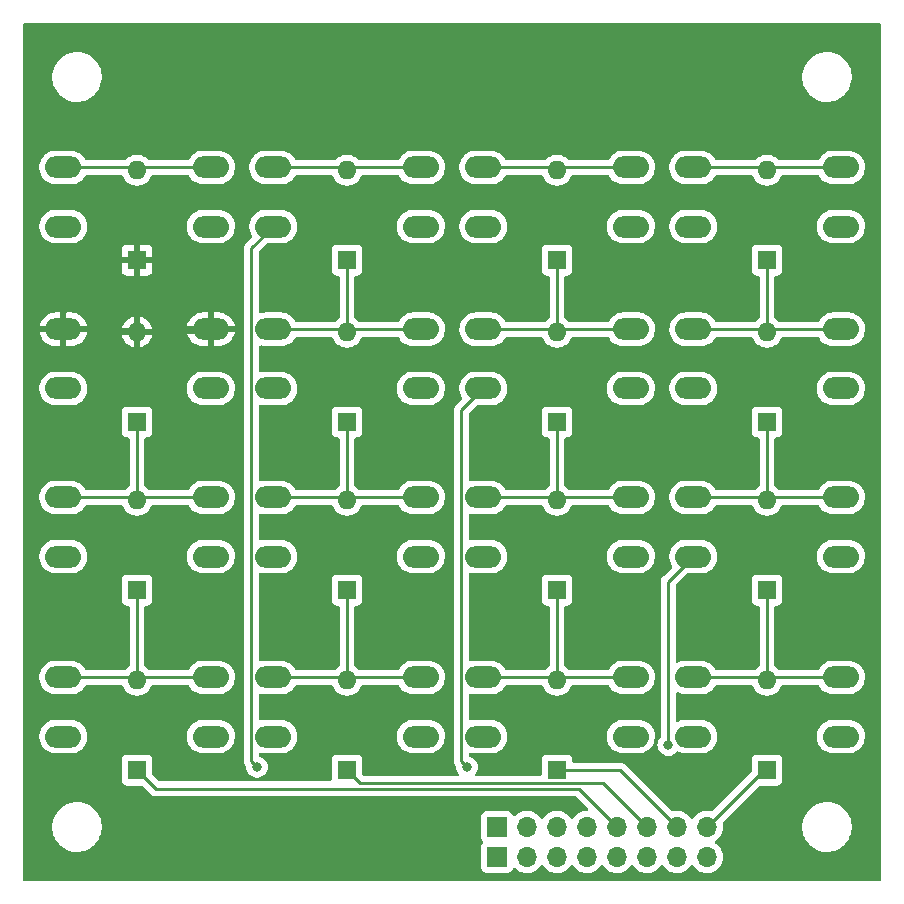
<source format=gbr>
%TF.GenerationSoftware,KiCad,Pcbnew,(6.0.1)*%
%TF.CreationDate,2022-01-27T23:18:00+02:00*%
%TF.ProjectId,Keypadv1,4b657970-6164-4763-912e-6b696361645f,rev?*%
%TF.SameCoordinates,Original*%
%TF.FileFunction,Copper,L2,Bot*%
%TF.FilePolarity,Positive*%
%FSLAX46Y46*%
G04 Gerber Fmt 4.6, Leading zero omitted, Abs format (unit mm)*
G04 Created by KiCad (PCBNEW (6.0.1)) date 2022-01-27 23:18:00*
%MOMM*%
%LPD*%
G01*
G04 APERTURE LIST*
%TA.AperFunction,ComponentPad*%
%ADD10O,3.048000X1.850000*%
%TD*%
%TA.AperFunction,ComponentPad*%
%ADD11R,1.700000X1.700000*%
%TD*%
%TA.AperFunction,ComponentPad*%
%ADD12O,1.700000X1.700000*%
%TD*%
%TA.AperFunction,ComponentPad*%
%ADD13R,1.600000X1.600000*%
%TD*%
%TA.AperFunction,ComponentPad*%
%ADD14O,1.600000X1.600000*%
%TD*%
%TA.AperFunction,ViaPad*%
%ADD15C,0.800000*%
%TD*%
%TA.AperFunction,Conductor*%
%ADD16C,0.250000*%
%TD*%
G04 APERTURE END LIST*
D10*
%TO.P,SW5,1,1*%
%TO.N,Net-(D5-Pad2)*%
X80120000Y-58460000D03*
X92620000Y-58460000D03*
%TO.P,SW5,2,2*%
%TO.N,Net-(J1-Pad1)*%
X92620000Y-63460000D03*
X80120000Y-63460000D03*
%TD*%
%TO.P,SW2,1,1*%
%TO.N,Net-(D1-Pad1)*%
X62340000Y-72170000D03*
X74840000Y-72170000D03*
%TO.P,SW2,2,2*%
%TO.N,Net-(J1-Pad2)*%
X62340000Y-77170000D03*
X74840000Y-77170000D03*
%TD*%
%TO.P,SW4,1,1*%
%TO.N,Net-(D3-Pad1)*%
X74840000Y-101640000D03*
X62340000Y-101640000D03*
%TO.P,SW4,2,2*%
%TO.N,Net-(J1-Pad4)*%
X74840000Y-106640000D03*
X62340000Y-106640000D03*
%TD*%
%TO.P,SW6,1,1*%
%TO.N,Net-(D5-Pad1)*%
X92620000Y-72170000D03*
X80120000Y-72170000D03*
%TO.P,SW6,2,2*%
%TO.N,Net-(J1-Pad2)*%
X92620000Y-77170000D03*
X80120000Y-77170000D03*
%TD*%
D11*
%TO.P,J2,1,Pin_1*%
%TO.N,Net-(J1-Pad1)*%
X99060000Y-116840000D03*
D12*
%TO.P,J2,2,Pin_2*%
%TO.N,Net-(J1-Pad2)*%
X101600000Y-116840000D03*
%TO.P,J2,3,Pin_3*%
%TO.N,Net-(J1-Pad3)*%
X104140000Y-116840000D03*
%TO.P,J2,4,Pin_4*%
%TO.N,Net-(J1-Pad4)*%
X106680000Y-116840000D03*
%TO.P,J2,5,Pin_5*%
%TO.N,Net-(D4-Pad1)*%
X109220000Y-116840000D03*
%TO.P,J2,6,Pin_6*%
%TO.N,Net-(D8-Pad1)*%
X111760000Y-116840000D03*
%TO.P,J2,7,Pin_7*%
%TO.N,Net-(D12-Pad1)*%
X114300000Y-116840000D03*
%TO.P,J2,8,Pin_8*%
%TO.N,Net-(D16-Pad1)*%
X116840000Y-116840000D03*
%TD*%
D10*
%TO.P,SW10,1,1*%
%TO.N,Net-(D10-Pad2)*%
X97900000Y-72170000D03*
X110400000Y-72170000D03*
%TO.P,SW10,2,2*%
%TO.N,Net-(J1-Pad2)*%
X97900000Y-77170000D03*
X110400000Y-77170000D03*
%TD*%
%TO.P,SW1,1,1*%
%TO.N,Net-(D1-Pad2)*%
X74840000Y-58460000D03*
X62340000Y-58460000D03*
%TO.P,SW1,2,2*%
%TO.N,Net-(J1-Pad1)*%
X74840000Y-63460000D03*
X62340000Y-63460000D03*
%TD*%
%TO.P,SW11,1,1*%
%TO.N,Net-(D10-Pad1)*%
X97900000Y-86400000D03*
X110400000Y-86400000D03*
%TO.P,SW11,2,2*%
%TO.N,Net-(J1-Pad3)*%
X97900000Y-91400000D03*
X110400000Y-91400000D03*
%TD*%
%TO.P,SW15,1,1*%
%TO.N,Net-(D14-Pad1)*%
X128180000Y-86400000D03*
X115680000Y-86400000D03*
%TO.P,SW15,2,2*%
%TO.N,Net-(J1-Pad3)*%
X128180000Y-91400000D03*
X115680000Y-91400000D03*
%TD*%
%TO.P,SW12,1,1*%
%TO.N,Net-(D11-Pad1)*%
X110400000Y-101640000D03*
X97900000Y-101640000D03*
%TO.P,SW12,2,2*%
%TO.N,Net-(J1-Pad4)*%
X110400000Y-106640000D03*
X97900000Y-106640000D03*
%TD*%
%TO.P,SW8,1,1*%
%TO.N,Net-(D7-Pad1)*%
X92620000Y-101640000D03*
X80120000Y-101640000D03*
%TO.P,SW8,2,2*%
%TO.N,Net-(J1-Pad4)*%
X92620000Y-106640000D03*
X80120000Y-106640000D03*
%TD*%
D11*
%TO.P,J1,1,Pin_1*%
%TO.N,Net-(J1-Pad1)*%
X99060000Y-114300000D03*
D12*
%TO.P,J1,2,Pin_2*%
%TO.N,Net-(J1-Pad2)*%
X101600000Y-114300000D03*
%TO.P,J1,3,Pin_3*%
%TO.N,Net-(J1-Pad3)*%
X104140000Y-114300000D03*
%TO.P,J1,4,Pin_4*%
%TO.N,Net-(J1-Pad4)*%
X106680000Y-114300000D03*
%TO.P,J1,5,Pin_5*%
%TO.N,Net-(D4-Pad1)*%
X109220000Y-114300000D03*
%TO.P,J1,6,Pin_6*%
%TO.N,Net-(D8-Pad1)*%
X111760000Y-114300000D03*
%TO.P,J1,7,Pin_7*%
%TO.N,Net-(D12-Pad1)*%
X114300000Y-114300000D03*
%TO.P,J1,8,Pin_8*%
%TO.N,Net-(D16-Pad1)*%
X116840000Y-114300000D03*
%TD*%
D10*
%TO.P,SW9,1,1*%
%TO.N,Net-(D9-Pad2)*%
X97900000Y-58460000D03*
X110400000Y-58460000D03*
%TO.P,SW9,2,2*%
%TO.N,Net-(J1-Pad1)*%
X97900000Y-63460000D03*
X110400000Y-63460000D03*
%TD*%
%TO.P,SW7,1,1*%
%TO.N,Net-(D6-Pad1)*%
X92620000Y-86400000D03*
X80120000Y-86400000D03*
%TO.P,SW7,2,2*%
%TO.N,Net-(J1-Pad3)*%
X92620000Y-91400000D03*
X80120000Y-91400000D03*
%TD*%
%TO.P,SW16,1,1*%
%TO.N,Net-(D15-Pad1)*%
X128180000Y-101640000D03*
X115680000Y-101640000D03*
%TO.P,SW16,2,2*%
%TO.N,Net-(J1-Pad4)*%
X128180000Y-106640000D03*
X115680000Y-106640000D03*
%TD*%
%TO.P,SW13,1,1*%
%TO.N,Net-(D13-Pad2)*%
X115680000Y-58460000D03*
X128180000Y-58460000D03*
%TO.P,SW13,2,2*%
%TO.N,Net-(J1-Pad1)*%
X128180000Y-63460000D03*
X115680000Y-63460000D03*
%TD*%
%TO.P,SW14,1,1*%
%TO.N,Net-(D13-Pad1)*%
X115680000Y-72170000D03*
X128180000Y-72170000D03*
%TO.P,SW14,2,2*%
%TO.N,Net-(J1-Pad2)*%
X115680000Y-77170000D03*
X128180000Y-77170000D03*
%TD*%
%TO.P,SW3,1,1*%
%TO.N,Net-(D2-Pad1)*%
X62340000Y-86400000D03*
X74840000Y-86400000D03*
%TO.P,SW3,2,2*%
%TO.N,Net-(J1-Pad3)*%
X62340000Y-91400000D03*
X74840000Y-91400000D03*
%TD*%
D13*
%TO.P,D6,1,K*%
%TO.N,Net-(D6-Pad1)*%
X86360000Y-80010000D03*
D14*
%TO.P,D6,2,A*%
%TO.N,Net-(D5-Pad1)*%
X86360000Y-72390000D03*
%TD*%
D13*
%TO.P,D12,1,K*%
%TO.N,Net-(D12-Pad1)*%
X104140000Y-109480000D03*
D14*
%TO.P,D12,2,A*%
%TO.N,Net-(D11-Pad1)*%
X104140000Y-101860000D03*
%TD*%
D13*
%TO.P,D8,1,K*%
%TO.N,Net-(D8-Pad1)*%
X86360000Y-109480000D03*
D14*
%TO.P,D8,2,A*%
%TO.N,Net-(D7-Pad1)*%
X86360000Y-101860000D03*
%TD*%
D13*
%TO.P,D1,1,K*%
%TO.N,Net-(D1-Pad1)*%
X68580000Y-66300000D03*
D14*
%TO.P,D1,2,A*%
%TO.N,Net-(D1-Pad2)*%
X68580000Y-58680000D03*
%TD*%
D13*
%TO.P,D11,1,K*%
%TO.N,Net-(D11-Pad1)*%
X104140000Y-94240000D03*
D14*
%TO.P,D11,2,A*%
%TO.N,Net-(D10-Pad1)*%
X104140000Y-86620000D03*
%TD*%
D13*
%TO.P,D5,1,K*%
%TO.N,Net-(D5-Pad1)*%
X86360000Y-66300000D03*
D14*
%TO.P,D5,2,A*%
%TO.N,Net-(D5-Pad2)*%
X86360000Y-58680000D03*
%TD*%
D13*
%TO.P,D14,1,K*%
%TO.N,Net-(D14-Pad1)*%
X121920000Y-80010000D03*
D14*
%TO.P,D14,2,A*%
%TO.N,Net-(D13-Pad1)*%
X121920000Y-72390000D03*
%TD*%
D13*
%TO.P,D2,1,K*%
%TO.N,Net-(D2-Pad1)*%
X68580000Y-80010000D03*
D14*
%TO.P,D2,2,A*%
%TO.N,Net-(D1-Pad1)*%
X68580000Y-72390000D03*
%TD*%
D13*
%TO.P,D9,1,K*%
%TO.N,Net-(D10-Pad2)*%
X104140000Y-66300000D03*
D14*
%TO.P,D9,2,A*%
%TO.N,Net-(D9-Pad2)*%
X104140000Y-58680000D03*
%TD*%
D13*
%TO.P,D15,1,K*%
%TO.N,Net-(D15-Pad1)*%
X121920000Y-94240000D03*
D14*
%TO.P,D15,2,A*%
%TO.N,Net-(D14-Pad1)*%
X121920000Y-86620000D03*
%TD*%
D13*
%TO.P,D4,1,K*%
%TO.N,Net-(D4-Pad1)*%
X68580000Y-109480000D03*
D14*
%TO.P,D4,2,A*%
%TO.N,Net-(D3-Pad1)*%
X68580000Y-101860000D03*
%TD*%
D13*
%TO.P,D10,1,K*%
%TO.N,Net-(D10-Pad1)*%
X104140000Y-80010000D03*
D14*
%TO.P,D10,2,A*%
%TO.N,Net-(D10-Pad2)*%
X104140000Y-72390000D03*
%TD*%
D13*
%TO.P,D16,1,K*%
%TO.N,Net-(D16-Pad1)*%
X121920000Y-109480000D03*
D14*
%TO.P,D16,2,A*%
%TO.N,Net-(D15-Pad1)*%
X121920000Y-101860000D03*
%TD*%
D13*
%TO.P,D13,1,K*%
%TO.N,Net-(D13-Pad1)*%
X121920000Y-66300000D03*
D14*
%TO.P,D13,2,A*%
%TO.N,Net-(D13-Pad2)*%
X121920000Y-58680000D03*
%TD*%
D13*
%TO.P,D3,1,K*%
%TO.N,Net-(D3-Pad1)*%
X68580000Y-94240000D03*
D14*
%TO.P,D3,2,A*%
%TO.N,Net-(D2-Pad1)*%
X68580000Y-86620000D03*
%TD*%
D13*
%TO.P,D7,1,K*%
%TO.N,Net-(D7-Pad1)*%
X86360000Y-94240000D03*
D14*
%TO.P,D7,2,A*%
%TO.N,Net-(D6-Pad1)*%
X86360000Y-86620000D03*
%TD*%
D15*
%TO.N,Net-(J1-Pad2)*%
X96520000Y-109220000D03*
%TO.N,Net-(J1-Pad1)*%
X78740000Y-109220000D03*
%TO.N,Net-(J1-Pad3)*%
X113557280Y-107364500D03*
%TD*%
D16*
%TO.N,Net-(D1-Pad1)*%
X68580000Y-72390000D02*
X74620000Y-72390000D01*
X68580000Y-66300000D02*
X68580000Y-72390000D01*
X74620000Y-72390000D02*
X74840000Y-72170000D01*
X68360000Y-72170000D02*
X68580000Y-72390000D01*
X62340000Y-72170000D02*
X68360000Y-72170000D01*
%TO.N,Net-(D1-Pad2)*%
X74620000Y-58680000D02*
X74840000Y-58460000D01*
X62340000Y-58460000D02*
X68360000Y-58460000D01*
X68800000Y-58460000D02*
X68580000Y-58680000D01*
X62560000Y-58680000D02*
X62340000Y-58460000D01*
X68360000Y-58460000D02*
X68580000Y-58680000D01*
X74840000Y-58460000D02*
X68800000Y-58460000D01*
%TO.N,Net-(D2-Pad1)*%
X74840000Y-86400000D02*
X62340000Y-86400000D01*
X68580000Y-80010000D02*
X68580000Y-86620000D01*
%TO.N,Net-(D3-Pad1)*%
X74840000Y-101640000D02*
X62340000Y-101640000D01*
X68580000Y-94240000D02*
X68580000Y-101860000D01*
%TO.N,Net-(D5-Pad1)*%
X86360000Y-72390000D02*
X86360000Y-66300000D01*
X80120000Y-72170000D02*
X92620000Y-72170000D01*
%TO.N,Net-(D5-Pad2)*%
X86580000Y-58460000D02*
X86360000Y-58680000D01*
X80120000Y-58460000D02*
X86140000Y-58460000D01*
X92620000Y-58460000D02*
X86580000Y-58460000D01*
X86140000Y-58460000D02*
X86360000Y-58680000D01*
%TO.N,Net-(D6-Pad1)*%
X80120000Y-86400000D02*
X92620000Y-86400000D01*
X86360000Y-86620000D02*
X86360000Y-80010000D01*
%TO.N,Net-(D7-Pad1)*%
X80120000Y-101640000D02*
X92620000Y-101640000D01*
X86360000Y-94240000D02*
X86360000Y-101860000D01*
%TO.N,Net-(D10-Pad2)*%
X97900000Y-72170000D02*
X110400000Y-72170000D01*
X104140000Y-72390000D02*
X104140000Y-66300000D01*
%TO.N,Net-(D9-Pad2)*%
X103920000Y-58460000D02*
X104140000Y-58680000D01*
X97900000Y-58460000D02*
X103920000Y-58460000D01*
X110400000Y-58460000D02*
X104360000Y-58460000D01*
X104360000Y-58460000D02*
X104140000Y-58680000D01*
%TO.N,Net-(D10-Pad1)*%
X104140000Y-80010000D02*
X104140000Y-86620000D01*
X97900000Y-86400000D02*
X110400000Y-86400000D01*
%TO.N,Net-(D11-Pad1)*%
X97900000Y-101640000D02*
X110400000Y-101640000D01*
X104140000Y-94240000D02*
X104140000Y-101860000D01*
%TO.N,Net-(J1-Pad2)*%
X96051480Y-79018520D02*
X97900000Y-77170000D01*
X96051480Y-108751480D02*
X96051480Y-79018520D01*
X96520000Y-109220000D02*
X96051480Y-108751480D01*
%TO.N,Net-(D13-Pad1)*%
X115680000Y-72170000D02*
X128180000Y-72170000D01*
X121920000Y-66300000D02*
X121920000Y-72390000D01*
%TO.N,Net-(D13-Pad2)*%
X115680000Y-58460000D02*
X121700000Y-58460000D01*
X122140000Y-58460000D02*
X121920000Y-58680000D01*
X121700000Y-58460000D02*
X121920000Y-58680000D01*
X128180000Y-58460000D02*
X122140000Y-58460000D01*
%TO.N,Net-(D14-Pad1)*%
X121920000Y-86620000D02*
X121920000Y-80010000D01*
X115680000Y-86400000D02*
X128180000Y-86400000D01*
%TO.N,Net-(D15-Pad1)*%
X115680000Y-101640000D02*
X128180000Y-101640000D01*
X121920000Y-101860000D02*
X121920000Y-94240000D01*
%TO.N,Net-(D8-Pad1)*%
X87484511Y-110604511D02*
X108064511Y-110604511D01*
X108064511Y-110604511D02*
X111760000Y-114300000D01*
X86360000Y-109480000D02*
X87484511Y-110604511D01*
%TO.N,Net-(J1-Pad1)*%
X78740000Y-109220000D02*
X78271480Y-108751480D01*
X78271480Y-108751480D02*
X78271480Y-65308520D01*
X78271480Y-65308520D02*
X80120000Y-63460000D01*
%TO.N,Net-(D4-Pad1)*%
X68580000Y-109480000D02*
X70154031Y-111054031D01*
X70154031Y-111054031D02*
X105974031Y-111054031D01*
X105974031Y-111054031D02*
X109220000Y-114300000D01*
%TO.N,Net-(J1-Pad3)*%
X113557280Y-93522720D02*
X115680000Y-91400000D01*
X113557280Y-107364500D02*
X113557280Y-93522720D01*
%TO.N,Net-(D16-Pad1)*%
X121920000Y-109480000D02*
X121660000Y-109480000D01*
X121660000Y-109480000D02*
X116840000Y-114300000D01*
%TO.N,Net-(D12-Pad1)*%
X109480000Y-109480000D02*
X114300000Y-114300000D01*
X104140000Y-109480000D02*
X109480000Y-109480000D01*
%TD*%
%TA.AperFunction,Conductor*%
%TO.N,Net-(D1-Pad1)*%
G36*
X131514121Y-46248002D02*
G01*
X131560614Y-46301658D01*
X131572000Y-46354000D01*
X131572000Y-118746000D01*
X131551998Y-118814121D01*
X131498342Y-118860614D01*
X131446000Y-118872000D01*
X59054000Y-118872000D01*
X58985879Y-118851998D01*
X58939386Y-118798342D01*
X58928000Y-118746000D01*
X58928000Y-114432703D01*
X61390743Y-114432703D01*
X61428268Y-114717734D01*
X61504129Y-114995036D01*
X61505813Y-114998984D01*
X61601202Y-115222618D01*
X61616923Y-115259476D01*
X61627555Y-115277240D01*
X61736621Y-115459476D01*
X61764561Y-115506161D01*
X61944313Y-115730528D01*
X61961397Y-115746740D01*
X62128236Y-115905064D01*
X62152851Y-115928423D01*
X62386317Y-116096186D01*
X62390112Y-116098195D01*
X62390113Y-116098196D01*
X62411869Y-116109715D01*
X62640392Y-116230712D01*
X62910373Y-116329511D01*
X63191264Y-116390755D01*
X63219841Y-116393004D01*
X63414282Y-116408307D01*
X63414291Y-116408307D01*
X63416739Y-116408500D01*
X63572271Y-116408500D01*
X63574407Y-116408354D01*
X63574418Y-116408354D01*
X63782548Y-116394165D01*
X63782554Y-116394164D01*
X63786825Y-116393873D01*
X63791020Y-116393004D01*
X63791022Y-116393004D01*
X63927584Y-116364723D01*
X64068342Y-116335574D01*
X64339343Y-116239607D01*
X64490599Y-116161538D01*
X64591005Y-116109715D01*
X64591006Y-116109715D01*
X64594812Y-116107750D01*
X64598313Y-116105289D01*
X64598317Y-116105287D01*
X64825979Y-115945283D01*
X64830023Y-115942441D01*
X64916326Y-115862243D01*
X65037479Y-115749661D01*
X65037481Y-115749658D01*
X65040622Y-115746740D01*
X65222713Y-115524268D01*
X65372927Y-115279142D01*
X65376927Y-115270031D01*
X65486757Y-115019830D01*
X65488483Y-115015898D01*
X65493742Y-114997438D01*
X65566068Y-114743534D01*
X65567244Y-114739406D01*
X65607751Y-114454784D01*
X65607845Y-114436951D01*
X65609235Y-114171583D01*
X65609235Y-114171576D01*
X65609257Y-114167297D01*
X65571732Y-113882266D01*
X65495871Y-113604964D01*
X65428239Y-113446403D01*
X65384763Y-113344476D01*
X65384761Y-113344472D01*
X65383077Y-113340524D01*
X65279704Y-113167800D01*
X65237643Y-113097521D01*
X65237640Y-113097517D01*
X65235439Y-113093839D01*
X65055687Y-112869472D01*
X64932289Y-112752372D01*
X64850258Y-112674527D01*
X64850255Y-112674525D01*
X64847149Y-112671577D01*
X64613683Y-112503814D01*
X64591843Y-112492250D01*
X64568654Y-112479972D01*
X64359608Y-112369288D01*
X64089627Y-112270489D01*
X63808736Y-112209245D01*
X63777685Y-112206801D01*
X63585718Y-112191693D01*
X63585709Y-112191693D01*
X63583261Y-112191500D01*
X63427729Y-112191500D01*
X63425593Y-112191646D01*
X63425582Y-112191646D01*
X63217452Y-112205835D01*
X63217446Y-112205836D01*
X63213175Y-112206127D01*
X63208980Y-112206996D01*
X63208978Y-112206996D01*
X63072417Y-112235276D01*
X62931658Y-112264426D01*
X62660657Y-112360393D01*
X62405188Y-112492250D01*
X62401687Y-112494711D01*
X62401683Y-112494713D01*
X62391594Y-112501804D01*
X62169977Y-112657559D01*
X61959378Y-112853260D01*
X61777287Y-113075732D01*
X61627073Y-113320858D01*
X61511517Y-113584102D01*
X61510342Y-113588229D01*
X61510341Y-113588230D01*
X61507097Y-113599618D01*
X61432756Y-113860594D01*
X61392249Y-114145216D01*
X61392227Y-114149505D01*
X61392226Y-114149512D01*
X61390765Y-114428417D01*
X61390743Y-114432703D01*
X58928000Y-114432703D01*
X58928000Y-110328134D01*
X67271500Y-110328134D01*
X67278255Y-110390316D01*
X67329385Y-110526705D01*
X67416739Y-110643261D01*
X67533295Y-110730615D01*
X67669684Y-110781745D01*
X67731866Y-110788500D01*
X68940405Y-110788500D01*
X69008526Y-110808502D01*
X69029500Y-110825405D01*
X69650379Y-111446284D01*
X69657919Y-111454570D01*
X69662031Y-111461049D01*
X69667808Y-111466474D01*
X69711682Y-111507674D01*
X69714524Y-111510429D01*
X69734261Y-111530166D01*
X69737458Y-111532646D01*
X69746478Y-111540349D01*
X69778710Y-111570617D01*
X69785656Y-111574436D01*
X69785659Y-111574438D01*
X69796465Y-111580379D01*
X69812984Y-111591230D01*
X69828990Y-111603645D01*
X69836259Y-111606790D01*
X69836263Y-111606793D01*
X69869568Y-111621205D01*
X69880218Y-111626422D01*
X69918971Y-111647726D01*
X69926646Y-111649697D01*
X69926647Y-111649697D01*
X69938593Y-111652764D01*
X69957298Y-111659168D01*
X69975886Y-111667212D01*
X69983709Y-111668451D01*
X69983719Y-111668454D01*
X70019555Y-111674130D01*
X70031175Y-111676536D01*
X70066320Y-111685559D01*
X70074001Y-111687531D01*
X70094255Y-111687531D01*
X70113965Y-111689082D01*
X70133974Y-111692251D01*
X70141866Y-111691505D01*
X70177992Y-111688090D01*
X70189850Y-111687531D01*
X105659437Y-111687531D01*
X105727558Y-111707533D01*
X105748532Y-111724436D01*
X106750086Y-112725990D01*
X106784112Y-112788302D01*
X106779047Y-112859117D01*
X106736500Y-112915953D01*
X106669980Y-112940764D01*
X106659459Y-112941076D01*
X106611962Y-112940495D01*
X106590080Y-112940228D01*
X106590078Y-112940228D01*
X106584911Y-112940165D01*
X106364091Y-112973955D01*
X106151756Y-113043357D01*
X105953607Y-113146507D01*
X105949474Y-113149610D01*
X105949471Y-113149612D01*
X105779100Y-113277530D01*
X105774965Y-113280635D01*
X105771393Y-113284373D01*
X105663729Y-113397037D01*
X105620629Y-113442138D01*
X105513201Y-113599621D01*
X105458293Y-113644621D01*
X105387768Y-113652792D01*
X105324021Y-113621538D01*
X105303324Y-113597054D01*
X105222822Y-113472617D01*
X105222820Y-113472614D01*
X105220014Y-113468277D01*
X105069670Y-113303051D01*
X105065619Y-113299852D01*
X105065615Y-113299848D01*
X104898414Y-113167800D01*
X104898410Y-113167798D01*
X104894359Y-113164598D01*
X104698789Y-113056638D01*
X104693920Y-113054914D01*
X104693916Y-113054912D01*
X104493087Y-112983795D01*
X104493083Y-112983794D01*
X104488212Y-112982069D01*
X104483119Y-112981162D01*
X104483116Y-112981161D01*
X104273373Y-112943800D01*
X104273367Y-112943799D01*
X104268284Y-112942894D01*
X104194452Y-112941992D01*
X104050081Y-112940228D01*
X104050079Y-112940228D01*
X104044911Y-112940165D01*
X103824091Y-112973955D01*
X103611756Y-113043357D01*
X103413607Y-113146507D01*
X103409474Y-113149610D01*
X103409471Y-113149612D01*
X103239100Y-113277530D01*
X103234965Y-113280635D01*
X103231393Y-113284373D01*
X103123729Y-113397037D01*
X103080629Y-113442138D01*
X102973201Y-113599621D01*
X102918293Y-113644621D01*
X102847768Y-113652792D01*
X102784021Y-113621538D01*
X102763324Y-113597054D01*
X102682822Y-113472617D01*
X102682820Y-113472614D01*
X102680014Y-113468277D01*
X102529670Y-113303051D01*
X102525619Y-113299852D01*
X102525615Y-113299848D01*
X102358414Y-113167800D01*
X102358410Y-113167798D01*
X102354359Y-113164598D01*
X102158789Y-113056638D01*
X102153920Y-113054914D01*
X102153916Y-113054912D01*
X101953087Y-112983795D01*
X101953083Y-112983794D01*
X101948212Y-112982069D01*
X101943119Y-112981162D01*
X101943116Y-112981161D01*
X101733373Y-112943800D01*
X101733367Y-112943799D01*
X101728284Y-112942894D01*
X101654452Y-112941992D01*
X101510081Y-112940228D01*
X101510079Y-112940228D01*
X101504911Y-112940165D01*
X101284091Y-112973955D01*
X101071756Y-113043357D01*
X100873607Y-113146507D01*
X100869474Y-113149610D01*
X100869471Y-113149612D01*
X100699100Y-113277530D01*
X100694965Y-113280635D01*
X100638537Y-113339684D01*
X100614283Y-113365064D01*
X100552759Y-113400494D01*
X100481846Y-113397037D01*
X100424060Y-113355791D01*
X100405207Y-113322243D01*
X100363767Y-113211703D01*
X100360615Y-113203295D01*
X100273261Y-113086739D01*
X100156705Y-112999385D01*
X100020316Y-112948255D01*
X99958134Y-112941500D01*
X98161866Y-112941500D01*
X98099684Y-112948255D01*
X97963295Y-112999385D01*
X97846739Y-113086739D01*
X97759385Y-113203295D01*
X97708255Y-113339684D01*
X97701500Y-113401866D01*
X97701500Y-115198134D01*
X97708255Y-115260316D01*
X97759385Y-115396705D01*
X97813499Y-115468909D01*
X97832630Y-115494435D01*
X97857478Y-115560941D01*
X97842425Y-115630324D01*
X97832632Y-115645562D01*
X97759385Y-115743295D01*
X97708255Y-115879684D01*
X97701500Y-115941866D01*
X97701500Y-117738134D01*
X97708255Y-117800316D01*
X97759385Y-117936705D01*
X97846739Y-118053261D01*
X97963295Y-118140615D01*
X98099684Y-118191745D01*
X98161866Y-118198500D01*
X99958134Y-118198500D01*
X100020316Y-118191745D01*
X100156705Y-118140615D01*
X100273261Y-118053261D01*
X100360615Y-117936705D01*
X100382799Y-117877529D01*
X100404598Y-117819382D01*
X100447240Y-117762618D01*
X100513802Y-117737918D01*
X100583150Y-117753126D01*
X100617817Y-117781114D01*
X100646250Y-117813938D01*
X100818126Y-117956632D01*
X101011000Y-118069338D01*
X101219692Y-118149030D01*
X101224760Y-118150061D01*
X101224763Y-118150062D01*
X101332017Y-118171883D01*
X101438597Y-118193567D01*
X101443772Y-118193757D01*
X101443774Y-118193757D01*
X101656673Y-118201564D01*
X101656677Y-118201564D01*
X101661837Y-118201753D01*
X101666957Y-118201097D01*
X101666959Y-118201097D01*
X101878288Y-118174025D01*
X101878289Y-118174025D01*
X101883416Y-118173368D01*
X101888366Y-118171883D01*
X102092429Y-118110661D01*
X102092434Y-118110659D01*
X102097384Y-118109174D01*
X102297994Y-118010896D01*
X102479860Y-117881173D01*
X102638096Y-117723489D01*
X102768453Y-117542077D01*
X102769776Y-117543028D01*
X102816645Y-117499857D01*
X102886580Y-117487625D01*
X102952026Y-117515144D01*
X102979875Y-117546994D01*
X103039987Y-117645088D01*
X103186250Y-117813938D01*
X103358126Y-117956632D01*
X103551000Y-118069338D01*
X103759692Y-118149030D01*
X103764760Y-118150061D01*
X103764763Y-118150062D01*
X103872017Y-118171883D01*
X103978597Y-118193567D01*
X103983772Y-118193757D01*
X103983774Y-118193757D01*
X104196673Y-118201564D01*
X104196677Y-118201564D01*
X104201837Y-118201753D01*
X104206957Y-118201097D01*
X104206959Y-118201097D01*
X104418288Y-118174025D01*
X104418289Y-118174025D01*
X104423416Y-118173368D01*
X104428366Y-118171883D01*
X104632429Y-118110661D01*
X104632434Y-118110659D01*
X104637384Y-118109174D01*
X104837994Y-118010896D01*
X105019860Y-117881173D01*
X105178096Y-117723489D01*
X105308453Y-117542077D01*
X105309776Y-117543028D01*
X105356645Y-117499857D01*
X105426580Y-117487625D01*
X105492026Y-117515144D01*
X105519875Y-117546994D01*
X105579987Y-117645088D01*
X105726250Y-117813938D01*
X105898126Y-117956632D01*
X106091000Y-118069338D01*
X106299692Y-118149030D01*
X106304760Y-118150061D01*
X106304763Y-118150062D01*
X106412017Y-118171883D01*
X106518597Y-118193567D01*
X106523772Y-118193757D01*
X106523774Y-118193757D01*
X106736673Y-118201564D01*
X106736677Y-118201564D01*
X106741837Y-118201753D01*
X106746957Y-118201097D01*
X106746959Y-118201097D01*
X106958288Y-118174025D01*
X106958289Y-118174025D01*
X106963416Y-118173368D01*
X106968366Y-118171883D01*
X107172429Y-118110661D01*
X107172434Y-118110659D01*
X107177384Y-118109174D01*
X107377994Y-118010896D01*
X107559860Y-117881173D01*
X107718096Y-117723489D01*
X107848453Y-117542077D01*
X107849776Y-117543028D01*
X107896645Y-117499857D01*
X107966580Y-117487625D01*
X108032026Y-117515144D01*
X108059875Y-117546994D01*
X108119987Y-117645088D01*
X108266250Y-117813938D01*
X108438126Y-117956632D01*
X108631000Y-118069338D01*
X108839692Y-118149030D01*
X108844760Y-118150061D01*
X108844763Y-118150062D01*
X108952017Y-118171883D01*
X109058597Y-118193567D01*
X109063772Y-118193757D01*
X109063774Y-118193757D01*
X109276673Y-118201564D01*
X109276677Y-118201564D01*
X109281837Y-118201753D01*
X109286957Y-118201097D01*
X109286959Y-118201097D01*
X109498288Y-118174025D01*
X109498289Y-118174025D01*
X109503416Y-118173368D01*
X109508366Y-118171883D01*
X109712429Y-118110661D01*
X109712434Y-118110659D01*
X109717384Y-118109174D01*
X109917994Y-118010896D01*
X110099860Y-117881173D01*
X110258096Y-117723489D01*
X110388453Y-117542077D01*
X110389776Y-117543028D01*
X110436645Y-117499857D01*
X110506580Y-117487625D01*
X110572026Y-117515144D01*
X110599875Y-117546994D01*
X110659987Y-117645088D01*
X110806250Y-117813938D01*
X110978126Y-117956632D01*
X111171000Y-118069338D01*
X111379692Y-118149030D01*
X111384760Y-118150061D01*
X111384763Y-118150062D01*
X111492017Y-118171883D01*
X111598597Y-118193567D01*
X111603772Y-118193757D01*
X111603774Y-118193757D01*
X111816673Y-118201564D01*
X111816677Y-118201564D01*
X111821837Y-118201753D01*
X111826957Y-118201097D01*
X111826959Y-118201097D01*
X112038288Y-118174025D01*
X112038289Y-118174025D01*
X112043416Y-118173368D01*
X112048366Y-118171883D01*
X112252429Y-118110661D01*
X112252434Y-118110659D01*
X112257384Y-118109174D01*
X112457994Y-118010896D01*
X112639860Y-117881173D01*
X112798096Y-117723489D01*
X112928453Y-117542077D01*
X112929776Y-117543028D01*
X112976645Y-117499857D01*
X113046580Y-117487625D01*
X113112026Y-117515144D01*
X113139875Y-117546994D01*
X113199987Y-117645088D01*
X113346250Y-117813938D01*
X113518126Y-117956632D01*
X113711000Y-118069338D01*
X113919692Y-118149030D01*
X113924760Y-118150061D01*
X113924763Y-118150062D01*
X114032017Y-118171883D01*
X114138597Y-118193567D01*
X114143772Y-118193757D01*
X114143774Y-118193757D01*
X114356673Y-118201564D01*
X114356677Y-118201564D01*
X114361837Y-118201753D01*
X114366957Y-118201097D01*
X114366959Y-118201097D01*
X114578288Y-118174025D01*
X114578289Y-118174025D01*
X114583416Y-118173368D01*
X114588366Y-118171883D01*
X114792429Y-118110661D01*
X114792434Y-118110659D01*
X114797384Y-118109174D01*
X114997994Y-118010896D01*
X115179860Y-117881173D01*
X115338096Y-117723489D01*
X115468453Y-117542077D01*
X115469776Y-117543028D01*
X115516645Y-117499857D01*
X115586580Y-117487625D01*
X115652026Y-117515144D01*
X115679875Y-117546994D01*
X115739987Y-117645088D01*
X115886250Y-117813938D01*
X116058126Y-117956632D01*
X116251000Y-118069338D01*
X116459692Y-118149030D01*
X116464760Y-118150061D01*
X116464763Y-118150062D01*
X116572017Y-118171883D01*
X116678597Y-118193567D01*
X116683772Y-118193757D01*
X116683774Y-118193757D01*
X116896673Y-118201564D01*
X116896677Y-118201564D01*
X116901837Y-118201753D01*
X116906957Y-118201097D01*
X116906959Y-118201097D01*
X117118288Y-118174025D01*
X117118289Y-118174025D01*
X117123416Y-118173368D01*
X117128366Y-118171883D01*
X117332429Y-118110661D01*
X117332434Y-118110659D01*
X117337384Y-118109174D01*
X117537994Y-118010896D01*
X117719860Y-117881173D01*
X117878096Y-117723489D01*
X118008453Y-117542077D01*
X118029320Y-117499857D01*
X118105136Y-117346453D01*
X118105137Y-117346451D01*
X118107430Y-117341811D01*
X118172370Y-117128069D01*
X118201529Y-116906590D01*
X118203156Y-116840000D01*
X118184852Y-116617361D01*
X118130431Y-116400702D01*
X118041354Y-116195840D01*
X117920014Y-116008277D01*
X117769670Y-115843051D01*
X117765619Y-115839852D01*
X117765615Y-115839848D01*
X117598414Y-115707800D01*
X117598410Y-115707798D01*
X117594359Y-115704598D01*
X117553053Y-115681796D01*
X117503084Y-115631364D01*
X117488312Y-115561921D01*
X117513428Y-115495516D01*
X117540780Y-115468909D01*
X117584603Y-115437650D01*
X117719860Y-115341173D01*
X117878096Y-115183489D01*
X118008453Y-115002077D01*
X118013979Y-114990897D01*
X118105136Y-114806453D01*
X118105137Y-114806451D01*
X118107430Y-114801811D01*
X118172370Y-114588069D01*
X118192825Y-114432703D01*
X124890743Y-114432703D01*
X124928268Y-114717734D01*
X125004129Y-114995036D01*
X125005813Y-114998984D01*
X125101202Y-115222618D01*
X125116923Y-115259476D01*
X125127555Y-115277240D01*
X125236621Y-115459476D01*
X125264561Y-115506161D01*
X125444313Y-115730528D01*
X125461397Y-115746740D01*
X125628236Y-115905064D01*
X125652851Y-115928423D01*
X125886317Y-116096186D01*
X125890112Y-116098195D01*
X125890113Y-116098196D01*
X125911869Y-116109715D01*
X126140392Y-116230712D01*
X126410373Y-116329511D01*
X126691264Y-116390755D01*
X126719841Y-116393004D01*
X126914282Y-116408307D01*
X126914291Y-116408307D01*
X126916739Y-116408500D01*
X127072271Y-116408500D01*
X127074407Y-116408354D01*
X127074418Y-116408354D01*
X127282548Y-116394165D01*
X127282554Y-116394164D01*
X127286825Y-116393873D01*
X127291020Y-116393004D01*
X127291022Y-116393004D01*
X127427584Y-116364723D01*
X127568342Y-116335574D01*
X127839343Y-116239607D01*
X127990599Y-116161538D01*
X128091005Y-116109715D01*
X128091006Y-116109715D01*
X128094812Y-116107750D01*
X128098313Y-116105289D01*
X128098317Y-116105287D01*
X128325979Y-115945283D01*
X128330023Y-115942441D01*
X128416326Y-115862243D01*
X128537479Y-115749661D01*
X128537481Y-115749658D01*
X128540622Y-115746740D01*
X128722713Y-115524268D01*
X128872927Y-115279142D01*
X128876927Y-115270031D01*
X128986757Y-115019830D01*
X128988483Y-115015898D01*
X128993742Y-114997438D01*
X129066068Y-114743534D01*
X129067244Y-114739406D01*
X129107751Y-114454784D01*
X129107845Y-114436951D01*
X129109235Y-114171583D01*
X129109235Y-114171576D01*
X129109257Y-114167297D01*
X129071732Y-113882266D01*
X128995871Y-113604964D01*
X128928239Y-113446403D01*
X128884763Y-113344476D01*
X128884761Y-113344472D01*
X128883077Y-113340524D01*
X128779704Y-113167800D01*
X128737643Y-113097521D01*
X128737640Y-113097517D01*
X128735439Y-113093839D01*
X128555687Y-112869472D01*
X128432289Y-112752372D01*
X128350258Y-112674527D01*
X128350255Y-112674525D01*
X128347149Y-112671577D01*
X128113683Y-112503814D01*
X128091843Y-112492250D01*
X128068654Y-112479972D01*
X127859608Y-112369288D01*
X127589627Y-112270489D01*
X127308736Y-112209245D01*
X127277685Y-112206801D01*
X127085718Y-112191693D01*
X127085709Y-112191693D01*
X127083261Y-112191500D01*
X126927729Y-112191500D01*
X126925593Y-112191646D01*
X126925582Y-112191646D01*
X126717452Y-112205835D01*
X126717446Y-112205836D01*
X126713175Y-112206127D01*
X126708980Y-112206996D01*
X126708978Y-112206996D01*
X126572417Y-112235276D01*
X126431658Y-112264426D01*
X126160657Y-112360393D01*
X125905188Y-112492250D01*
X125901687Y-112494711D01*
X125901683Y-112494713D01*
X125891594Y-112501804D01*
X125669977Y-112657559D01*
X125459378Y-112853260D01*
X125277287Y-113075732D01*
X125127073Y-113320858D01*
X125011517Y-113584102D01*
X125010342Y-113588229D01*
X125010341Y-113588230D01*
X125007097Y-113599618D01*
X124932756Y-113860594D01*
X124892249Y-114145216D01*
X124892227Y-114149505D01*
X124892226Y-114149512D01*
X124890765Y-114428417D01*
X124890743Y-114432703D01*
X118192825Y-114432703D01*
X118201529Y-114366590D01*
X118203156Y-114300000D01*
X118184852Y-114077361D01*
X118156821Y-113965765D01*
X118159625Y-113894823D01*
X118189930Y-113845974D01*
X121210499Y-110825405D01*
X121272811Y-110791379D01*
X121299594Y-110788500D01*
X122768134Y-110788500D01*
X122830316Y-110781745D01*
X122966705Y-110730615D01*
X123083261Y-110643261D01*
X123170615Y-110526705D01*
X123221745Y-110390316D01*
X123228500Y-110328134D01*
X123228500Y-108631866D01*
X123221745Y-108569684D01*
X123170615Y-108433295D01*
X123083261Y-108316739D01*
X122966705Y-108229385D01*
X122830316Y-108178255D01*
X122768134Y-108171500D01*
X121071866Y-108171500D01*
X121009684Y-108178255D01*
X120873295Y-108229385D01*
X120756739Y-108316739D01*
X120669385Y-108433295D01*
X120618255Y-108569684D01*
X120611500Y-108631866D01*
X120611500Y-109580405D01*
X120591498Y-109648526D01*
X120574595Y-109669500D01*
X117297345Y-112946750D01*
X117235033Y-112980776D01*
X117186154Y-112981702D01*
X116973373Y-112943800D01*
X116973367Y-112943799D01*
X116968284Y-112942894D01*
X116894452Y-112941992D01*
X116750081Y-112940228D01*
X116750079Y-112940228D01*
X116744911Y-112940165D01*
X116524091Y-112973955D01*
X116311756Y-113043357D01*
X116113607Y-113146507D01*
X116109474Y-113149610D01*
X116109471Y-113149612D01*
X115939100Y-113277530D01*
X115934965Y-113280635D01*
X115931393Y-113284373D01*
X115823729Y-113397037D01*
X115780629Y-113442138D01*
X115673201Y-113599621D01*
X115618293Y-113644621D01*
X115547768Y-113652792D01*
X115484021Y-113621538D01*
X115463324Y-113597054D01*
X115382822Y-113472617D01*
X115382820Y-113472614D01*
X115380014Y-113468277D01*
X115229670Y-113303051D01*
X115225619Y-113299852D01*
X115225615Y-113299848D01*
X115058414Y-113167800D01*
X115058410Y-113167798D01*
X115054359Y-113164598D01*
X114858789Y-113056638D01*
X114853920Y-113054914D01*
X114853916Y-113054912D01*
X114653087Y-112983795D01*
X114653083Y-112983794D01*
X114648212Y-112982069D01*
X114643119Y-112981162D01*
X114643116Y-112981161D01*
X114433373Y-112943800D01*
X114433367Y-112943799D01*
X114428284Y-112942894D01*
X114354452Y-112941992D01*
X114210081Y-112940228D01*
X114210079Y-112940228D01*
X114204911Y-112940165D01*
X113984091Y-112973955D01*
X113971532Y-112978060D01*
X113900568Y-112980210D01*
X113843294Y-112947389D01*
X109983652Y-109087747D01*
X109976112Y-109079461D01*
X109972000Y-109072982D01*
X109949365Y-109051726D01*
X109922349Y-109026357D01*
X109919507Y-109023602D01*
X109899770Y-109003865D01*
X109896573Y-109001385D01*
X109887551Y-108993680D01*
X109861100Y-108968841D01*
X109855321Y-108963414D01*
X109848375Y-108959595D01*
X109848372Y-108959593D01*
X109837566Y-108953652D01*
X109821047Y-108942801D01*
X109820583Y-108942441D01*
X109805041Y-108930386D01*
X109797772Y-108927241D01*
X109797768Y-108927238D01*
X109764463Y-108912826D01*
X109753813Y-108907609D01*
X109715060Y-108886305D01*
X109695437Y-108881267D01*
X109676734Y-108874863D01*
X109665420Y-108869967D01*
X109665419Y-108869967D01*
X109658145Y-108866819D01*
X109650322Y-108865580D01*
X109650312Y-108865577D01*
X109614476Y-108859901D01*
X109602856Y-108857495D01*
X109567711Y-108848472D01*
X109567710Y-108848472D01*
X109560030Y-108846500D01*
X109539776Y-108846500D01*
X109520065Y-108844949D01*
X109507886Y-108843020D01*
X109500057Y-108841780D01*
X109492165Y-108842526D01*
X109456039Y-108845941D01*
X109444181Y-108846500D01*
X105574500Y-108846500D01*
X105506379Y-108826498D01*
X105459886Y-108772842D01*
X105448500Y-108720500D01*
X105448500Y-108631866D01*
X105441745Y-108569684D01*
X105390615Y-108433295D01*
X105303261Y-108316739D01*
X105186705Y-108229385D01*
X105050316Y-108178255D01*
X104988134Y-108171500D01*
X103291866Y-108171500D01*
X103229684Y-108178255D01*
X103093295Y-108229385D01*
X102976739Y-108316739D01*
X102889385Y-108433295D01*
X102838255Y-108569684D01*
X102831500Y-108631866D01*
X102831500Y-109845011D01*
X102811498Y-109913132D01*
X102757842Y-109959625D01*
X102705500Y-109971011D01*
X97349293Y-109971011D01*
X97281172Y-109951009D01*
X97234679Y-109897353D01*
X97224575Y-109827079D01*
X97252142Y-109768210D01*
X97250741Y-109767192D01*
X97254620Y-109761852D01*
X97259040Y-109756944D01*
X97354527Y-109591556D01*
X97413542Y-109409928D01*
X97433504Y-109220000D01*
X97425984Y-109148453D01*
X97414232Y-109036635D01*
X97414232Y-109036633D01*
X97413542Y-109030072D01*
X97354527Y-108848444D01*
X97341857Y-108826498D01*
X97280658Y-108720500D01*
X97259040Y-108683056D01*
X97212949Y-108631866D01*
X97135675Y-108546045D01*
X97135674Y-108546044D01*
X97131253Y-108541134D01*
X96976752Y-108428882D01*
X96970724Y-108426198D01*
X96970722Y-108426197D01*
X96808319Y-108353891D01*
X96808318Y-108353891D01*
X96802288Y-108351206D01*
X96795833Y-108349834D01*
X96795824Y-108349831D01*
X96784782Y-108347484D01*
X96722309Y-108313756D01*
X96687988Y-108251606D01*
X96684980Y-108224238D01*
X96684980Y-108122543D01*
X96704982Y-108054422D01*
X96758638Y-108007929D01*
X96828912Y-107997825D01*
X96844647Y-108001125D01*
X97031468Y-108052935D01*
X97036605Y-108053484D01*
X97220563Y-108073144D01*
X97220571Y-108073144D01*
X97223898Y-108073500D01*
X98558757Y-108073500D01*
X98561330Y-108073288D01*
X98561341Y-108073288D01*
X98728779Y-108059522D01*
X98728785Y-108059521D01*
X98733930Y-108059098D01*
X98962551Y-108001673D01*
X99178723Y-107907678D01*
X99376641Y-107779640D01*
X99400581Y-107757857D01*
X99547167Y-107624473D01*
X99547168Y-107624471D01*
X99550989Y-107620995D01*
X99554188Y-107616944D01*
X99554192Y-107616940D01*
X99693883Y-107440061D01*
X99693885Y-107440057D01*
X99697085Y-107436006D01*
X99811005Y-107229639D01*
X99820794Y-107201998D01*
X99887965Y-107012311D01*
X99887966Y-107012307D01*
X99889691Y-107007436D01*
X99891153Y-106999229D01*
X99930123Y-106780456D01*
X99930124Y-106780450D01*
X99931029Y-106775367D01*
X99931457Y-106740339D01*
X108366091Y-106740339D01*
X108401747Y-106973349D01*
X108474980Y-107197407D01*
X108583825Y-107406496D01*
X108586928Y-107410629D01*
X108586930Y-107410632D01*
X108699609Y-107560706D01*
X108725358Y-107595000D01*
X108895777Y-107757857D01*
X109090508Y-107890693D01*
X109095192Y-107892867D01*
X109095195Y-107892869D01*
X109299628Y-107987764D01*
X109299633Y-107987766D01*
X109304319Y-107989941D01*
X109531468Y-108052935D01*
X109536605Y-108053484D01*
X109720563Y-108073144D01*
X109720571Y-108073144D01*
X109723898Y-108073500D01*
X111058757Y-108073500D01*
X111061330Y-108073288D01*
X111061341Y-108073288D01*
X111228779Y-108059522D01*
X111228785Y-108059521D01*
X111233930Y-108059098D01*
X111462551Y-108001673D01*
X111678723Y-107907678D01*
X111876641Y-107779640D01*
X111900581Y-107757857D01*
X112047167Y-107624473D01*
X112047168Y-107624471D01*
X112050989Y-107620995D01*
X112054188Y-107616944D01*
X112054192Y-107616940D01*
X112193883Y-107440061D01*
X112193885Y-107440057D01*
X112197085Y-107436006D01*
X112236558Y-107364500D01*
X112643776Y-107364500D01*
X112663738Y-107554428D01*
X112722753Y-107736056D01*
X112726056Y-107741778D01*
X112726057Y-107741779D01*
X112747916Y-107779640D01*
X112818240Y-107901444D01*
X112946027Y-108043366D01*
X113100528Y-108155618D01*
X113106556Y-108158302D01*
X113106558Y-108158303D01*
X113266212Y-108229385D01*
X113274992Y-108233294D01*
X113361143Y-108251606D01*
X113455336Y-108271628D01*
X113455341Y-108271628D01*
X113461793Y-108273000D01*
X113652767Y-108273000D01*
X113659219Y-108271628D01*
X113659224Y-108271628D01*
X113753417Y-108251606D01*
X113839568Y-108233294D01*
X113848348Y-108229385D01*
X114008002Y-108158303D01*
X114008004Y-108158302D01*
X114014032Y-108155618D01*
X114168533Y-108043366D01*
X114262742Y-107938736D01*
X114323188Y-107901496D01*
X114394171Y-107902848D01*
X114409422Y-107908756D01*
X114464981Y-107934546D01*
X114579628Y-107987764D01*
X114579633Y-107987766D01*
X114584319Y-107989941D01*
X114811468Y-108052935D01*
X114816605Y-108053484D01*
X115000563Y-108073144D01*
X115000571Y-108073144D01*
X115003898Y-108073500D01*
X116338757Y-108073500D01*
X116341330Y-108073288D01*
X116341341Y-108073288D01*
X116508779Y-108059522D01*
X116508785Y-108059521D01*
X116513930Y-108059098D01*
X116742551Y-108001673D01*
X116958723Y-107907678D01*
X117156641Y-107779640D01*
X117180581Y-107757857D01*
X117327167Y-107624473D01*
X117327168Y-107624471D01*
X117330989Y-107620995D01*
X117334188Y-107616944D01*
X117334192Y-107616940D01*
X117473883Y-107440061D01*
X117473885Y-107440057D01*
X117477085Y-107436006D01*
X117591005Y-107229639D01*
X117600794Y-107201998D01*
X117667965Y-107012311D01*
X117667966Y-107012307D01*
X117669691Y-107007436D01*
X117671153Y-106999229D01*
X117710123Y-106780456D01*
X117710124Y-106780450D01*
X117711029Y-106775367D01*
X117711457Y-106740339D01*
X126146091Y-106740339D01*
X126181747Y-106973349D01*
X126254980Y-107197407D01*
X126363825Y-107406496D01*
X126366928Y-107410629D01*
X126366930Y-107410632D01*
X126479609Y-107560706D01*
X126505358Y-107595000D01*
X126675777Y-107757857D01*
X126870508Y-107890693D01*
X126875192Y-107892867D01*
X126875195Y-107892869D01*
X127079628Y-107987764D01*
X127079633Y-107987766D01*
X127084319Y-107989941D01*
X127311468Y-108052935D01*
X127316605Y-108053484D01*
X127500563Y-108073144D01*
X127500571Y-108073144D01*
X127503898Y-108073500D01*
X128838757Y-108073500D01*
X128841330Y-108073288D01*
X128841341Y-108073288D01*
X129008779Y-108059522D01*
X129008785Y-108059521D01*
X129013930Y-108059098D01*
X129242551Y-108001673D01*
X129458723Y-107907678D01*
X129656641Y-107779640D01*
X129680581Y-107757857D01*
X129827167Y-107624473D01*
X129827168Y-107624471D01*
X129830989Y-107620995D01*
X129834188Y-107616944D01*
X129834192Y-107616940D01*
X129973883Y-107440061D01*
X129973885Y-107440057D01*
X129977085Y-107436006D01*
X130091005Y-107229639D01*
X130100794Y-107201998D01*
X130167965Y-107012311D01*
X130167966Y-107012307D01*
X130169691Y-107007436D01*
X130171153Y-106999229D01*
X130210123Y-106780456D01*
X130210124Y-106780450D01*
X130211029Y-106775367D01*
X130212139Y-106684523D01*
X130213846Y-106544830D01*
X130213846Y-106544828D01*
X130213909Y-106539661D01*
X130178253Y-106306651D01*
X130105020Y-106082593D01*
X129996175Y-105873504D01*
X129977415Y-105848517D01*
X129857747Y-105689135D01*
X129857745Y-105689132D01*
X129854642Y-105685000D01*
X129684223Y-105522143D01*
X129489492Y-105389307D01*
X129484808Y-105387133D01*
X129484805Y-105387131D01*
X129280372Y-105292236D01*
X129280367Y-105292234D01*
X129275681Y-105290059D01*
X129048532Y-105227065D01*
X129043395Y-105226516D01*
X128859437Y-105206856D01*
X128859429Y-105206856D01*
X128856102Y-105206500D01*
X127521243Y-105206500D01*
X127518670Y-105206712D01*
X127518659Y-105206712D01*
X127351221Y-105220478D01*
X127351215Y-105220479D01*
X127346070Y-105220902D01*
X127117449Y-105278327D01*
X126901277Y-105372322D01*
X126703359Y-105500360D01*
X126699536Y-105503839D01*
X126699533Y-105503841D01*
X126675495Y-105525714D01*
X126529011Y-105659005D01*
X126525812Y-105663056D01*
X126525808Y-105663060D01*
X126386117Y-105839939D01*
X126382915Y-105843994D01*
X126268995Y-106050361D01*
X126267271Y-106055230D01*
X126267269Y-106055234D01*
X126192035Y-106267689D01*
X126190309Y-106272564D01*
X126189402Y-106277657D01*
X126189401Y-106277660D01*
X126185113Y-106301736D01*
X126148971Y-106504633D01*
X126148543Y-106539661D01*
X126146458Y-106710342D01*
X126146091Y-106740339D01*
X117711457Y-106740339D01*
X117712139Y-106684523D01*
X117713846Y-106544830D01*
X117713846Y-106544828D01*
X117713909Y-106539661D01*
X117678253Y-106306651D01*
X117605020Y-106082593D01*
X117496175Y-105873504D01*
X117477415Y-105848517D01*
X117357747Y-105689135D01*
X117357745Y-105689132D01*
X117354642Y-105685000D01*
X117184223Y-105522143D01*
X116989492Y-105389307D01*
X116984808Y-105387133D01*
X116984805Y-105387131D01*
X116780372Y-105292236D01*
X116780367Y-105292234D01*
X116775681Y-105290059D01*
X116548532Y-105227065D01*
X116543395Y-105226516D01*
X116359437Y-105206856D01*
X116359429Y-105206856D01*
X116356102Y-105206500D01*
X115021243Y-105206500D01*
X115018670Y-105206712D01*
X115018659Y-105206712D01*
X114851221Y-105220478D01*
X114851215Y-105220479D01*
X114846070Y-105220902D01*
X114617449Y-105278327D01*
X114401277Y-105372322D01*
X114396928Y-105375135D01*
X114396927Y-105375136D01*
X114385221Y-105382709D01*
X114317161Y-105402917D01*
X114248980Y-105383122D01*
X114202325Y-105329607D01*
X114190780Y-105276918D01*
X114190780Y-103004595D01*
X114210782Y-102936474D01*
X114264438Y-102889981D01*
X114334712Y-102879877D01*
X114369930Y-102891938D01*
X114370508Y-102890693D01*
X114579628Y-102987764D01*
X114579633Y-102987766D01*
X114584319Y-102989941D01*
X114811468Y-103052935D01*
X114816605Y-103053484D01*
X115000563Y-103073144D01*
X115000571Y-103073144D01*
X115003898Y-103073500D01*
X116338757Y-103073500D01*
X116341330Y-103073288D01*
X116341341Y-103073288D01*
X116508779Y-103059522D01*
X116508785Y-103059521D01*
X116513930Y-103059098D01*
X116742551Y-103001673D01*
X116958723Y-102907678D01*
X117156641Y-102779640D01*
X117169334Y-102768091D01*
X117327167Y-102624473D01*
X117327168Y-102624471D01*
X117330989Y-102620995D01*
X117334188Y-102616944D01*
X117334192Y-102616940D01*
X117448142Y-102472655D01*
X117477085Y-102436006D01*
X117479578Y-102431491D01*
X117479586Y-102431478D01*
X117530854Y-102338606D01*
X117581286Y-102288636D01*
X117641162Y-102273500D01*
X120588778Y-102273500D01*
X120656899Y-102293502D01*
X120702973Y-102346251D01*
X120780149Y-102511758D01*
X120780153Y-102511764D01*
X120782477Y-102516749D01*
X120913802Y-102704300D01*
X121075700Y-102866198D01*
X121080208Y-102869355D01*
X121080211Y-102869357D01*
X121158389Y-102924098D01*
X121263251Y-102997523D01*
X121268233Y-102999846D01*
X121268238Y-102999849D01*
X121426185Y-103073500D01*
X121470757Y-103094284D01*
X121476065Y-103095706D01*
X121476067Y-103095707D01*
X121686598Y-103152119D01*
X121686600Y-103152119D01*
X121691913Y-103153543D01*
X121920000Y-103173498D01*
X122148087Y-103153543D01*
X122153400Y-103152119D01*
X122153402Y-103152119D01*
X122363933Y-103095707D01*
X122363935Y-103095706D01*
X122369243Y-103094284D01*
X122413815Y-103073500D01*
X122571762Y-102999849D01*
X122571767Y-102999846D01*
X122576749Y-102997523D01*
X122681611Y-102924098D01*
X122759789Y-102869357D01*
X122759792Y-102869355D01*
X122764300Y-102866198D01*
X122926198Y-102704300D01*
X123057523Y-102516749D01*
X123059847Y-102511764D01*
X123059851Y-102511758D01*
X123137027Y-102346251D01*
X123183944Y-102292965D01*
X123251222Y-102273500D01*
X126218134Y-102273500D01*
X126286255Y-102293502D01*
X126329895Y-102341317D01*
X126363825Y-102406496D01*
X126366928Y-102410629D01*
X126366930Y-102410632D01*
X126389026Y-102440061D01*
X126505358Y-102595000D01*
X126675777Y-102757857D01*
X126870508Y-102890693D01*
X126875192Y-102892867D01*
X126875195Y-102892869D01*
X127079628Y-102987764D01*
X127079633Y-102987766D01*
X127084319Y-102989941D01*
X127311468Y-103052935D01*
X127316605Y-103053484D01*
X127500563Y-103073144D01*
X127500571Y-103073144D01*
X127503898Y-103073500D01*
X128838757Y-103073500D01*
X128841330Y-103073288D01*
X128841341Y-103073288D01*
X129008779Y-103059522D01*
X129008785Y-103059521D01*
X129013930Y-103059098D01*
X129242551Y-103001673D01*
X129458723Y-102907678D01*
X129656641Y-102779640D01*
X129669334Y-102768091D01*
X129827167Y-102624473D01*
X129827168Y-102624471D01*
X129830989Y-102620995D01*
X129834188Y-102616944D01*
X129834192Y-102616940D01*
X129973883Y-102440061D01*
X129973885Y-102440057D01*
X129977085Y-102436006D01*
X130091005Y-102229639D01*
X130100794Y-102201998D01*
X130167965Y-102012311D01*
X130167966Y-102012307D01*
X130169691Y-102007436D01*
X130170599Y-102002340D01*
X130210123Y-101780456D01*
X130210124Y-101780450D01*
X130211029Y-101775367D01*
X130213909Y-101539661D01*
X130178253Y-101306651D01*
X130105020Y-101082593D01*
X129996175Y-100873504D01*
X129984309Y-100857699D01*
X129857747Y-100689135D01*
X129857745Y-100689132D01*
X129854642Y-100685000D01*
X129684223Y-100522143D01*
X129489492Y-100389307D01*
X129484808Y-100387133D01*
X129484805Y-100387131D01*
X129280372Y-100292236D01*
X129280367Y-100292234D01*
X129275681Y-100290059D01*
X129048532Y-100227065D01*
X129043395Y-100226516D01*
X128859437Y-100206856D01*
X128859429Y-100206856D01*
X128856102Y-100206500D01*
X127521243Y-100206500D01*
X127518670Y-100206712D01*
X127518659Y-100206712D01*
X127351221Y-100220478D01*
X127351215Y-100220479D01*
X127346070Y-100220902D01*
X127117449Y-100278327D01*
X126901277Y-100372322D01*
X126703359Y-100500360D01*
X126699536Y-100503839D01*
X126699533Y-100503841D01*
X126675495Y-100525714D01*
X126529011Y-100659005D01*
X126525812Y-100663056D01*
X126525808Y-100663060D01*
X126411858Y-100807345D01*
X126382915Y-100843994D01*
X126380422Y-100848509D01*
X126380414Y-100848522D01*
X126329146Y-100941394D01*
X126278714Y-100991364D01*
X126218838Y-101006500D01*
X122969188Y-101006500D01*
X122901067Y-100986498D01*
X122880093Y-100969595D01*
X122764300Y-100853802D01*
X122759792Y-100850645D01*
X122759789Y-100850643D01*
X122607229Y-100743819D01*
X122562901Y-100688362D01*
X122553500Y-100640606D01*
X122553500Y-95674500D01*
X122573502Y-95606379D01*
X122627158Y-95559886D01*
X122679500Y-95548500D01*
X122768134Y-95548500D01*
X122830316Y-95541745D01*
X122966705Y-95490615D01*
X123083261Y-95403261D01*
X123170615Y-95286705D01*
X123221745Y-95150316D01*
X123228500Y-95088134D01*
X123228500Y-93391866D01*
X123221745Y-93329684D01*
X123170615Y-93193295D01*
X123083261Y-93076739D01*
X122966705Y-92989385D01*
X122830316Y-92938255D01*
X122768134Y-92931500D01*
X121071866Y-92931500D01*
X121009684Y-92938255D01*
X120873295Y-92989385D01*
X120756739Y-93076739D01*
X120669385Y-93193295D01*
X120618255Y-93329684D01*
X120611500Y-93391866D01*
X120611500Y-95088134D01*
X120618255Y-95150316D01*
X120669385Y-95286705D01*
X120756739Y-95403261D01*
X120873295Y-95490615D01*
X121009684Y-95541745D01*
X121071866Y-95548500D01*
X121160500Y-95548500D01*
X121228621Y-95568502D01*
X121275114Y-95622158D01*
X121286500Y-95674500D01*
X121286500Y-100640606D01*
X121266498Y-100708727D01*
X121232771Y-100743819D01*
X121080211Y-100850643D01*
X121080208Y-100850645D01*
X121075700Y-100853802D01*
X120959907Y-100969595D01*
X120897595Y-101003621D01*
X120870812Y-101006500D01*
X117641866Y-101006500D01*
X117573745Y-100986498D01*
X117530105Y-100938683D01*
X117496175Y-100873504D01*
X117484309Y-100857699D01*
X117357747Y-100689135D01*
X117357745Y-100689132D01*
X117354642Y-100685000D01*
X117184223Y-100522143D01*
X116989492Y-100389307D01*
X116984808Y-100387133D01*
X116984805Y-100387131D01*
X116780372Y-100292236D01*
X116780367Y-100292234D01*
X116775681Y-100290059D01*
X116548532Y-100227065D01*
X116543395Y-100226516D01*
X116359437Y-100206856D01*
X116359429Y-100206856D01*
X116356102Y-100206500D01*
X115021243Y-100206500D01*
X115018670Y-100206712D01*
X115018659Y-100206712D01*
X114851221Y-100220478D01*
X114851215Y-100220479D01*
X114846070Y-100220902D01*
X114617449Y-100278327D01*
X114401277Y-100372322D01*
X114396928Y-100375135D01*
X114396927Y-100375136D01*
X114385221Y-100382709D01*
X114317161Y-100402917D01*
X114248980Y-100383122D01*
X114202325Y-100329607D01*
X114190780Y-100276918D01*
X114190780Y-93837314D01*
X114210782Y-93769193D01*
X114227685Y-93748219D01*
X115105499Y-92870405D01*
X115167811Y-92836379D01*
X115194594Y-92833500D01*
X116338757Y-92833500D01*
X116341330Y-92833288D01*
X116341341Y-92833288D01*
X116508779Y-92819522D01*
X116508785Y-92819521D01*
X116513930Y-92819098D01*
X116742551Y-92761673D01*
X116958723Y-92667678D01*
X117156641Y-92539640D01*
X117180581Y-92517857D01*
X117327167Y-92384473D01*
X117327168Y-92384471D01*
X117330989Y-92380995D01*
X117334188Y-92376944D01*
X117334192Y-92376940D01*
X117473883Y-92200061D01*
X117473885Y-92200057D01*
X117477085Y-92196006D01*
X117591005Y-91989639D01*
X117600794Y-91961998D01*
X117667965Y-91772311D01*
X117667966Y-91772307D01*
X117669691Y-91767436D01*
X117670599Y-91762340D01*
X117710123Y-91540456D01*
X117710124Y-91540450D01*
X117711029Y-91535367D01*
X117711457Y-91500339D01*
X126146091Y-91500339D01*
X126181747Y-91733349D01*
X126254980Y-91957407D01*
X126363825Y-92166496D01*
X126366928Y-92170629D01*
X126366930Y-92170632D01*
X126487818Y-92331639D01*
X126505358Y-92355000D01*
X126675777Y-92517857D01*
X126870508Y-92650693D01*
X126875192Y-92652867D01*
X126875195Y-92652869D01*
X127079628Y-92747764D01*
X127079633Y-92747766D01*
X127084319Y-92749941D01*
X127311468Y-92812935D01*
X127316605Y-92813484D01*
X127500563Y-92833144D01*
X127500571Y-92833144D01*
X127503898Y-92833500D01*
X128838757Y-92833500D01*
X128841330Y-92833288D01*
X128841341Y-92833288D01*
X129008779Y-92819522D01*
X129008785Y-92819521D01*
X129013930Y-92819098D01*
X129242551Y-92761673D01*
X129458723Y-92667678D01*
X129656641Y-92539640D01*
X129680581Y-92517857D01*
X129827167Y-92384473D01*
X129827168Y-92384471D01*
X129830989Y-92380995D01*
X129834188Y-92376944D01*
X129834192Y-92376940D01*
X129973883Y-92200061D01*
X129973885Y-92200057D01*
X129977085Y-92196006D01*
X130091005Y-91989639D01*
X130100794Y-91961998D01*
X130167965Y-91772311D01*
X130167966Y-91772307D01*
X130169691Y-91767436D01*
X130170599Y-91762340D01*
X130210123Y-91540456D01*
X130210124Y-91540450D01*
X130211029Y-91535367D01*
X130213909Y-91299661D01*
X130178253Y-91066651D01*
X130105020Y-90842593D01*
X129996175Y-90633504D01*
X129977415Y-90608517D01*
X129857747Y-90449135D01*
X129857745Y-90449132D01*
X129854642Y-90445000D01*
X129684223Y-90282143D01*
X129489492Y-90149307D01*
X129484808Y-90147133D01*
X129484805Y-90147131D01*
X129280372Y-90052236D01*
X129280367Y-90052234D01*
X129275681Y-90050059D01*
X129048532Y-89987065D01*
X129043395Y-89986516D01*
X128859437Y-89966856D01*
X128859429Y-89966856D01*
X128856102Y-89966500D01*
X127521243Y-89966500D01*
X127518670Y-89966712D01*
X127518659Y-89966712D01*
X127351221Y-89980478D01*
X127351215Y-89980479D01*
X127346070Y-89980902D01*
X127117449Y-90038327D01*
X126901277Y-90132322D01*
X126703359Y-90260360D01*
X126699536Y-90263839D01*
X126699533Y-90263841D01*
X126675495Y-90285714D01*
X126529011Y-90419005D01*
X126525812Y-90423056D01*
X126525808Y-90423060D01*
X126386117Y-90599939D01*
X126382915Y-90603994D01*
X126268995Y-90810361D01*
X126267271Y-90815230D01*
X126267269Y-90815234D01*
X126192035Y-91027689D01*
X126190309Y-91032564D01*
X126189402Y-91037657D01*
X126189401Y-91037660D01*
X126185113Y-91061736D01*
X126148971Y-91264633D01*
X126146091Y-91500339D01*
X117711457Y-91500339D01*
X117713909Y-91299661D01*
X117678253Y-91066651D01*
X117605020Y-90842593D01*
X117496175Y-90633504D01*
X117477415Y-90608517D01*
X117357747Y-90449135D01*
X117357745Y-90449132D01*
X117354642Y-90445000D01*
X117184223Y-90282143D01*
X116989492Y-90149307D01*
X116984808Y-90147133D01*
X116984805Y-90147131D01*
X116780372Y-90052236D01*
X116780367Y-90052234D01*
X116775681Y-90050059D01*
X116548532Y-89987065D01*
X116543395Y-89986516D01*
X116359437Y-89966856D01*
X116359429Y-89966856D01*
X116356102Y-89966500D01*
X115021243Y-89966500D01*
X115018670Y-89966712D01*
X115018659Y-89966712D01*
X114851221Y-89980478D01*
X114851215Y-89980479D01*
X114846070Y-89980902D01*
X114617449Y-90038327D01*
X114401277Y-90132322D01*
X114203359Y-90260360D01*
X114199536Y-90263839D01*
X114199533Y-90263841D01*
X114175495Y-90285714D01*
X114029011Y-90419005D01*
X114025812Y-90423056D01*
X114025808Y-90423060D01*
X113886117Y-90599939D01*
X113882915Y-90603994D01*
X113768995Y-90810361D01*
X113767271Y-90815230D01*
X113767269Y-90815234D01*
X113692035Y-91027689D01*
X113690309Y-91032564D01*
X113689402Y-91037657D01*
X113689401Y-91037660D01*
X113685113Y-91061736D01*
X113648971Y-91264633D01*
X113646091Y-91500339D01*
X113681747Y-91733349D01*
X113754980Y-91957407D01*
X113863825Y-92166496D01*
X113866928Y-92170629D01*
X113869686Y-92175009D01*
X113867656Y-92176288D01*
X113889032Y-92233442D01*
X113874003Y-92302830D01*
X113852456Y-92331639D01*
X113165027Y-93019068D01*
X113156741Y-93026608D01*
X113150262Y-93030720D01*
X113144837Y-93036497D01*
X113103637Y-93080371D01*
X113100882Y-93083213D01*
X113081145Y-93102950D01*
X113078665Y-93106147D01*
X113070962Y-93115167D01*
X113040694Y-93147399D01*
X113036875Y-93154345D01*
X113036873Y-93154348D01*
X113030932Y-93165154D01*
X113020081Y-93181673D01*
X113007666Y-93197679D01*
X113004521Y-93204948D01*
X113004518Y-93204952D01*
X112990106Y-93238257D01*
X112984889Y-93248907D01*
X112963585Y-93287660D01*
X112961614Y-93295335D01*
X112961614Y-93295336D01*
X112958547Y-93307282D01*
X112952143Y-93325986D01*
X112944099Y-93344575D01*
X112942860Y-93352398D01*
X112942857Y-93352408D01*
X112937181Y-93388244D01*
X112934775Y-93399864D01*
X112923780Y-93442690D01*
X112923780Y-93462944D01*
X112922229Y-93482654D01*
X112919060Y-93502663D01*
X112919806Y-93510555D01*
X112923221Y-93546681D01*
X112923780Y-93558539D01*
X112923780Y-106661976D01*
X112903778Y-106730097D01*
X112891422Y-106746279D01*
X112818240Y-106827556D01*
X112814939Y-106833274D01*
X112731229Y-106978264D01*
X112722753Y-106992944D01*
X112663738Y-107174572D01*
X112663048Y-107181133D01*
X112663048Y-107181135D01*
X112644466Y-107357935D01*
X112643776Y-107364500D01*
X112236558Y-107364500D01*
X112311005Y-107229639D01*
X112320794Y-107201998D01*
X112387965Y-107012311D01*
X112387966Y-107012307D01*
X112389691Y-107007436D01*
X112391153Y-106999229D01*
X112430123Y-106780456D01*
X112430124Y-106780450D01*
X112431029Y-106775367D01*
X112432139Y-106684523D01*
X112433846Y-106544830D01*
X112433846Y-106544828D01*
X112433909Y-106539661D01*
X112398253Y-106306651D01*
X112325020Y-106082593D01*
X112216175Y-105873504D01*
X112197415Y-105848517D01*
X112077747Y-105689135D01*
X112077745Y-105689132D01*
X112074642Y-105685000D01*
X111904223Y-105522143D01*
X111709492Y-105389307D01*
X111704808Y-105387133D01*
X111704805Y-105387131D01*
X111500372Y-105292236D01*
X111500367Y-105292234D01*
X111495681Y-105290059D01*
X111268532Y-105227065D01*
X111263395Y-105226516D01*
X111079437Y-105206856D01*
X111079429Y-105206856D01*
X111076102Y-105206500D01*
X109741243Y-105206500D01*
X109738670Y-105206712D01*
X109738659Y-105206712D01*
X109571221Y-105220478D01*
X109571215Y-105220479D01*
X109566070Y-105220902D01*
X109337449Y-105278327D01*
X109121277Y-105372322D01*
X108923359Y-105500360D01*
X108919536Y-105503839D01*
X108919533Y-105503841D01*
X108895495Y-105525714D01*
X108749011Y-105659005D01*
X108745812Y-105663056D01*
X108745808Y-105663060D01*
X108606117Y-105839939D01*
X108602915Y-105843994D01*
X108488995Y-106050361D01*
X108487271Y-106055230D01*
X108487269Y-106055234D01*
X108412035Y-106267689D01*
X108410309Y-106272564D01*
X108409402Y-106277657D01*
X108409401Y-106277660D01*
X108405113Y-106301736D01*
X108368971Y-106504633D01*
X108368543Y-106539661D01*
X108366458Y-106710342D01*
X108366091Y-106740339D01*
X99931457Y-106740339D01*
X99932139Y-106684523D01*
X99933846Y-106544830D01*
X99933846Y-106544828D01*
X99933909Y-106539661D01*
X99898253Y-106306651D01*
X99825020Y-106082593D01*
X99716175Y-105873504D01*
X99697415Y-105848517D01*
X99577747Y-105689135D01*
X99577745Y-105689132D01*
X99574642Y-105685000D01*
X99404223Y-105522143D01*
X99209492Y-105389307D01*
X99204808Y-105387133D01*
X99204805Y-105387131D01*
X99000372Y-105292236D01*
X99000367Y-105292234D01*
X98995681Y-105290059D01*
X98768532Y-105227065D01*
X98763395Y-105226516D01*
X98579437Y-105206856D01*
X98579429Y-105206856D01*
X98576102Y-105206500D01*
X97241243Y-105206500D01*
X97238670Y-105206712D01*
X97238659Y-105206712D01*
X97071221Y-105220478D01*
X97071215Y-105220479D01*
X97066070Y-105220902D01*
X96841673Y-105277266D01*
X96770734Y-105274462D01*
X96712571Y-105233749D01*
X96685652Y-105168054D01*
X96684980Y-105155062D01*
X96684980Y-103122543D01*
X96704982Y-103054422D01*
X96758638Y-103007929D01*
X96828912Y-102997825D01*
X96844647Y-103001125D01*
X97031468Y-103052935D01*
X97036605Y-103053484D01*
X97220563Y-103073144D01*
X97220571Y-103073144D01*
X97223898Y-103073500D01*
X98558757Y-103073500D01*
X98561330Y-103073288D01*
X98561341Y-103073288D01*
X98728779Y-103059522D01*
X98728785Y-103059521D01*
X98733930Y-103059098D01*
X98962551Y-103001673D01*
X99178723Y-102907678D01*
X99376641Y-102779640D01*
X99389334Y-102768091D01*
X99547167Y-102624473D01*
X99547168Y-102624471D01*
X99550989Y-102620995D01*
X99554188Y-102616944D01*
X99554192Y-102616940D01*
X99668142Y-102472655D01*
X99697085Y-102436006D01*
X99699578Y-102431491D01*
X99699586Y-102431478D01*
X99750854Y-102338606D01*
X99801286Y-102288636D01*
X99861162Y-102273500D01*
X102808778Y-102273500D01*
X102876899Y-102293502D01*
X102922973Y-102346251D01*
X103000149Y-102511758D01*
X103000153Y-102511764D01*
X103002477Y-102516749D01*
X103133802Y-102704300D01*
X103295700Y-102866198D01*
X103300208Y-102869355D01*
X103300211Y-102869357D01*
X103378389Y-102924098D01*
X103483251Y-102997523D01*
X103488233Y-102999846D01*
X103488238Y-102999849D01*
X103646185Y-103073500D01*
X103690757Y-103094284D01*
X103696065Y-103095706D01*
X103696067Y-103095707D01*
X103906598Y-103152119D01*
X103906600Y-103152119D01*
X103911913Y-103153543D01*
X104140000Y-103173498D01*
X104368087Y-103153543D01*
X104373400Y-103152119D01*
X104373402Y-103152119D01*
X104583933Y-103095707D01*
X104583935Y-103095706D01*
X104589243Y-103094284D01*
X104633815Y-103073500D01*
X104791762Y-102999849D01*
X104791767Y-102999846D01*
X104796749Y-102997523D01*
X104901611Y-102924098D01*
X104979789Y-102869357D01*
X104979792Y-102869355D01*
X104984300Y-102866198D01*
X105146198Y-102704300D01*
X105277523Y-102516749D01*
X105279847Y-102511764D01*
X105279851Y-102511758D01*
X105357027Y-102346251D01*
X105403944Y-102292965D01*
X105471222Y-102273500D01*
X108438134Y-102273500D01*
X108506255Y-102293502D01*
X108549895Y-102341317D01*
X108583825Y-102406496D01*
X108586928Y-102410629D01*
X108586930Y-102410632D01*
X108609026Y-102440061D01*
X108725358Y-102595000D01*
X108895777Y-102757857D01*
X109090508Y-102890693D01*
X109095192Y-102892867D01*
X109095195Y-102892869D01*
X109299628Y-102987764D01*
X109299633Y-102987766D01*
X109304319Y-102989941D01*
X109531468Y-103052935D01*
X109536605Y-103053484D01*
X109720563Y-103073144D01*
X109720571Y-103073144D01*
X109723898Y-103073500D01*
X111058757Y-103073500D01*
X111061330Y-103073288D01*
X111061341Y-103073288D01*
X111228779Y-103059522D01*
X111228785Y-103059521D01*
X111233930Y-103059098D01*
X111462551Y-103001673D01*
X111678723Y-102907678D01*
X111876641Y-102779640D01*
X111889334Y-102768091D01*
X112047167Y-102624473D01*
X112047168Y-102624471D01*
X112050989Y-102620995D01*
X112054188Y-102616944D01*
X112054192Y-102616940D01*
X112193883Y-102440061D01*
X112193885Y-102440057D01*
X112197085Y-102436006D01*
X112311005Y-102229639D01*
X112320794Y-102201998D01*
X112387965Y-102012311D01*
X112387966Y-102012307D01*
X112389691Y-102007436D01*
X112390599Y-102002340D01*
X112430123Y-101780456D01*
X112430124Y-101780450D01*
X112431029Y-101775367D01*
X112433909Y-101539661D01*
X112398253Y-101306651D01*
X112325020Y-101082593D01*
X112216175Y-100873504D01*
X112204309Y-100857699D01*
X112077747Y-100689135D01*
X112077745Y-100689132D01*
X112074642Y-100685000D01*
X111904223Y-100522143D01*
X111709492Y-100389307D01*
X111704808Y-100387133D01*
X111704805Y-100387131D01*
X111500372Y-100292236D01*
X111500367Y-100292234D01*
X111495681Y-100290059D01*
X111268532Y-100227065D01*
X111263395Y-100226516D01*
X111079437Y-100206856D01*
X111079429Y-100206856D01*
X111076102Y-100206500D01*
X109741243Y-100206500D01*
X109738670Y-100206712D01*
X109738659Y-100206712D01*
X109571221Y-100220478D01*
X109571215Y-100220479D01*
X109566070Y-100220902D01*
X109337449Y-100278327D01*
X109121277Y-100372322D01*
X108923359Y-100500360D01*
X108919536Y-100503839D01*
X108919533Y-100503841D01*
X108895495Y-100525714D01*
X108749011Y-100659005D01*
X108745812Y-100663056D01*
X108745808Y-100663060D01*
X108631858Y-100807345D01*
X108602915Y-100843994D01*
X108600422Y-100848509D01*
X108600414Y-100848522D01*
X108549146Y-100941394D01*
X108498714Y-100991364D01*
X108438838Y-101006500D01*
X105189188Y-101006500D01*
X105121067Y-100986498D01*
X105100093Y-100969595D01*
X104984300Y-100853802D01*
X104979792Y-100850645D01*
X104979789Y-100850643D01*
X104827229Y-100743819D01*
X104782901Y-100688362D01*
X104773500Y-100640606D01*
X104773500Y-95674500D01*
X104793502Y-95606379D01*
X104847158Y-95559886D01*
X104899500Y-95548500D01*
X104988134Y-95548500D01*
X105050316Y-95541745D01*
X105186705Y-95490615D01*
X105303261Y-95403261D01*
X105390615Y-95286705D01*
X105441745Y-95150316D01*
X105448500Y-95088134D01*
X105448500Y-93391866D01*
X105441745Y-93329684D01*
X105390615Y-93193295D01*
X105303261Y-93076739D01*
X105186705Y-92989385D01*
X105050316Y-92938255D01*
X104988134Y-92931500D01*
X103291866Y-92931500D01*
X103229684Y-92938255D01*
X103093295Y-92989385D01*
X102976739Y-93076739D01*
X102889385Y-93193295D01*
X102838255Y-93329684D01*
X102831500Y-93391866D01*
X102831500Y-95088134D01*
X102838255Y-95150316D01*
X102889385Y-95286705D01*
X102976739Y-95403261D01*
X103093295Y-95490615D01*
X103229684Y-95541745D01*
X103291866Y-95548500D01*
X103380500Y-95548500D01*
X103448621Y-95568502D01*
X103495114Y-95622158D01*
X103506500Y-95674500D01*
X103506500Y-100640606D01*
X103486498Y-100708727D01*
X103452771Y-100743819D01*
X103300211Y-100850643D01*
X103300208Y-100850645D01*
X103295700Y-100853802D01*
X103179907Y-100969595D01*
X103117595Y-101003621D01*
X103090812Y-101006500D01*
X99861866Y-101006500D01*
X99793745Y-100986498D01*
X99750105Y-100938683D01*
X99716175Y-100873504D01*
X99704309Y-100857699D01*
X99577747Y-100689135D01*
X99577745Y-100689132D01*
X99574642Y-100685000D01*
X99404223Y-100522143D01*
X99209492Y-100389307D01*
X99204808Y-100387133D01*
X99204805Y-100387131D01*
X99000372Y-100292236D01*
X99000367Y-100292234D01*
X98995681Y-100290059D01*
X98768532Y-100227065D01*
X98763395Y-100226516D01*
X98579437Y-100206856D01*
X98579429Y-100206856D01*
X98576102Y-100206500D01*
X97241243Y-100206500D01*
X97238670Y-100206712D01*
X97238659Y-100206712D01*
X97071221Y-100220478D01*
X97071215Y-100220479D01*
X97066070Y-100220902D01*
X96841673Y-100277266D01*
X96770734Y-100274462D01*
X96712571Y-100233749D01*
X96685652Y-100168054D01*
X96684980Y-100155062D01*
X96684980Y-92882543D01*
X96704982Y-92814422D01*
X96758638Y-92767929D01*
X96828912Y-92757825D01*
X96844647Y-92761125D01*
X97031468Y-92812935D01*
X97036605Y-92813484D01*
X97220563Y-92833144D01*
X97220571Y-92833144D01*
X97223898Y-92833500D01*
X98558757Y-92833500D01*
X98561330Y-92833288D01*
X98561341Y-92833288D01*
X98728779Y-92819522D01*
X98728785Y-92819521D01*
X98733930Y-92819098D01*
X98962551Y-92761673D01*
X99178723Y-92667678D01*
X99376641Y-92539640D01*
X99400581Y-92517857D01*
X99547167Y-92384473D01*
X99547168Y-92384471D01*
X99550989Y-92380995D01*
X99554188Y-92376944D01*
X99554192Y-92376940D01*
X99693883Y-92200061D01*
X99693885Y-92200057D01*
X99697085Y-92196006D01*
X99811005Y-91989639D01*
X99820794Y-91961998D01*
X99887965Y-91772311D01*
X99887966Y-91772307D01*
X99889691Y-91767436D01*
X99890599Y-91762340D01*
X99930123Y-91540456D01*
X99930124Y-91540450D01*
X99931029Y-91535367D01*
X99931457Y-91500339D01*
X108366091Y-91500339D01*
X108401747Y-91733349D01*
X108474980Y-91957407D01*
X108583825Y-92166496D01*
X108586928Y-92170629D01*
X108586930Y-92170632D01*
X108707818Y-92331639D01*
X108725358Y-92355000D01*
X108895777Y-92517857D01*
X109090508Y-92650693D01*
X109095192Y-92652867D01*
X109095195Y-92652869D01*
X109299628Y-92747764D01*
X109299633Y-92747766D01*
X109304319Y-92749941D01*
X109531468Y-92812935D01*
X109536605Y-92813484D01*
X109720563Y-92833144D01*
X109720571Y-92833144D01*
X109723898Y-92833500D01*
X111058757Y-92833500D01*
X111061330Y-92833288D01*
X111061341Y-92833288D01*
X111228779Y-92819522D01*
X111228785Y-92819521D01*
X111233930Y-92819098D01*
X111462551Y-92761673D01*
X111678723Y-92667678D01*
X111876641Y-92539640D01*
X111900581Y-92517857D01*
X112047167Y-92384473D01*
X112047168Y-92384471D01*
X112050989Y-92380995D01*
X112054188Y-92376944D01*
X112054192Y-92376940D01*
X112193883Y-92200061D01*
X112193885Y-92200057D01*
X112197085Y-92196006D01*
X112311005Y-91989639D01*
X112320794Y-91961998D01*
X112387965Y-91772311D01*
X112387966Y-91772307D01*
X112389691Y-91767436D01*
X112390599Y-91762340D01*
X112430123Y-91540456D01*
X112430124Y-91540450D01*
X112431029Y-91535367D01*
X112433909Y-91299661D01*
X112398253Y-91066651D01*
X112325020Y-90842593D01*
X112216175Y-90633504D01*
X112197415Y-90608517D01*
X112077747Y-90449135D01*
X112077745Y-90449132D01*
X112074642Y-90445000D01*
X111904223Y-90282143D01*
X111709492Y-90149307D01*
X111704808Y-90147133D01*
X111704805Y-90147131D01*
X111500372Y-90052236D01*
X111500367Y-90052234D01*
X111495681Y-90050059D01*
X111268532Y-89987065D01*
X111263395Y-89986516D01*
X111079437Y-89966856D01*
X111079429Y-89966856D01*
X111076102Y-89966500D01*
X109741243Y-89966500D01*
X109738670Y-89966712D01*
X109738659Y-89966712D01*
X109571221Y-89980478D01*
X109571215Y-89980479D01*
X109566070Y-89980902D01*
X109337449Y-90038327D01*
X109121277Y-90132322D01*
X108923359Y-90260360D01*
X108919536Y-90263839D01*
X108919533Y-90263841D01*
X108895495Y-90285714D01*
X108749011Y-90419005D01*
X108745812Y-90423056D01*
X108745808Y-90423060D01*
X108606117Y-90599939D01*
X108602915Y-90603994D01*
X108488995Y-90810361D01*
X108487271Y-90815230D01*
X108487269Y-90815234D01*
X108412035Y-91027689D01*
X108410309Y-91032564D01*
X108409402Y-91037657D01*
X108409401Y-91037660D01*
X108405113Y-91061736D01*
X108368971Y-91264633D01*
X108366091Y-91500339D01*
X99931457Y-91500339D01*
X99933909Y-91299661D01*
X99898253Y-91066651D01*
X99825020Y-90842593D01*
X99716175Y-90633504D01*
X99697415Y-90608517D01*
X99577747Y-90449135D01*
X99577745Y-90449132D01*
X99574642Y-90445000D01*
X99404223Y-90282143D01*
X99209492Y-90149307D01*
X99204808Y-90147133D01*
X99204805Y-90147131D01*
X99000372Y-90052236D01*
X99000367Y-90052234D01*
X98995681Y-90050059D01*
X98768532Y-89987065D01*
X98763395Y-89986516D01*
X98579437Y-89966856D01*
X98579429Y-89966856D01*
X98576102Y-89966500D01*
X97241243Y-89966500D01*
X97238670Y-89966712D01*
X97238659Y-89966712D01*
X97071221Y-89980478D01*
X97071215Y-89980479D01*
X97066070Y-89980902D01*
X96841673Y-90037266D01*
X96770734Y-90034462D01*
X96712571Y-89993749D01*
X96685652Y-89928054D01*
X96684980Y-89915062D01*
X96684980Y-87882543D01*
X96704982Y-87814422D01*
X96758638Y-87767929D01*
X96828912Y-87757825D01*
X96844647Y-87761125D01*
X97031468Y-87812935D01*
X97036605Y-87813484D01*
X97220563Y-87833144D01*
X97220571Y-87833144D01*
X97223898Y-87833500D01*
X98558757Y-87833500D01*
X98561330Y-87833288D01*
X98561341Y-87833288D01*
X98728779Y-87819522D01*
X98728785Y-87819521D01*
X98733930Y-87819098D01*
X98962551Y-87761673D01*
X99178723Y-87667678D01*
X99376641Y-87539640D01*
X99400581Y-87517857D01*
X99547167Y-87384473D01*
X99547168Y-87384471D01*
X99550989Y-87380995D01*
X99554188Y-87376944D01*
X99554192Y-87376940D01*
X99668142Y-87232655D01*
X99697085Y-87196006D01*
X99699578Y-87191491D01*
X99699586Y-87191478D01*
X99750854Y-87098606D01*
X99801286Y-87048636D01*
X99861162Y-87033500D01*
X102808778Y-87033500D01*
X102876899Y-87053502D01*
X102922973Y-87106251D01*
X103000149Y-87271758D01*
X103000153Y-87271764D01*
X103002477Y-87276749D01*
X103133802Y-87464300D01*
X103295700Y-87626198D01*
X103300208Y-87629355D01*
X103300211Y-87629357D01*
X103378389Y-87684098D01*
X103483251Y-87757523D01*
X103488233Y-87759846D01*
X103488238Y-87759849D01*
X103646185Y-87833500D01*
X103690757Y-87854284D01*
X103696065Y-87855706D01*
X103696067Y-87855707D01*
X103906598Y-87912119D01*
X103906600Y-87912119D01*
X103911913Y-87913543D01*
X104140000Y-87933498D01*
X104368087Y-87913543D01*
X104373400Y-87912119D01*
X104373402Y-87912119D01*
X104583933Y-87855707D01*
X104583935Y-87855706D01*
X104589243Y-87854284D01*
X104633815Y-87833500D01*
X104791762Y-87759849D01*
X104791767Y-87759846D01*
X104796749Y-87757523D01*
X104901611Y-87684098D01*
X104979789Y-87629357D01*
X104979792Y-87629355D01*
X104984300Y-87626198D01*
X105146198Y-87464300D01*
X105277523Y-87276749D01*
X105279847Y-87271764D01*
X105279851Y-87271758D01*
X105357027Y-87106251D01*
X105403944Y-87052965D01*
X105471222Y-87033500D01*
X108438134Y-87033500D01*
X108506255Y-87053502D01*
X108549895Y-87101317D01*
X108583825Y-87166496D01*
X108586928Y-87170629D01*
X108586930Y-87170632D01*
X108609026Y-87200061D01*
X108725358Y-87355000D01*
X108895777Y-87517857D01*
X109090508Y-87650693D01*
X109095192Y-87652867D01*
X109095195Y-87652869D01*
X109299628Y-87747764D01*
X109299633Y-87747766D01*
X109304319Y-87749941D01*
X109531468Y-87812935D01*
X109536605Y-87813484D01*
X109720563Y-87833144D01*
X109720571Y-87833144D01*
X109723898Y-87833500D01*
X111058757Y-87833500D01*
X111061330Y-87833288D01*
X111061341Y-87833288D01*
X111228779Y-87819522D01*
X111228785Y-87819521D01*
X111233930Y-87819098D01*
X111462551Y-87761673D01*
X111678723Y-87667678D01*
X111876641Y-87539640D01*
X111900581Y-87517857D01*
X112047167Y-87384473D01*
X112047168Y-87384471D01*
X112050989Y-87380995D01*
X112054188Y-87376944D01*
X112054192Y-87376940D01*
X112193883Y-87200061D01*
X112193885Y-87200057D01*
X112197085Y-87196006D01*
X112311005Y-86989639D01*
X112320794Y-86961998D01*
X112387965Y-86772311D01*
X112387966Y-86772307D01*
X112389691Y-86767436D01*
X112390599Y-86762340D01*
X112430123Y-86540456D01*
X112430124Y-86540450D01*
X112431029Y-86535367D01*
X112431457Y-86500339D01*
X113646091Y-86500339D01*
X113681747Y-86733349D01*
X113754980Y-86957407D01*
X113863825Y-87166496D01*
X113866928Y-87170629D01*
X113866930Y-87170632D01*
X113889026Y-87200061D01*
X114005358Y-87355000D01*
X114175777Y-87517857D01*
X114370508Y-87650693D01*
X114375192Y-87652867D01*
X114375195Y-87652869D01*
X114579628Y-87747764D01*
X114579633Y-87747766D01*
X114584319Y-87749941D01*
X114811468Y-87812935D01*
X114816605Y-87813484D01*
X115000563Y-87833144D01*
X115000571Y-87833144D01*
X115003898Y-87833500D01*
X116338757Y-87833500D01*
X116341330Y-87833288D01*
X116341341Y-87833288D01*
X116508779Y-87819522D01*
X116508785Y-87819521D01*
X116513930Y-87819098D01*
X116742551Y-87761673D01*
X116958723Y-87667678D01*
X117156641Y-87539640D01*
X117180581Y-87517857D01*
X117327167Y-87384473D01*
X117327168Y-87384471D01*
X117330989Y-87380995D01*
X117334188Y-87376944D01*
X117334192Y-87376940D01*
X117448142Y-87232655D01*
X117477085Y-87196006D01*
X117479578Y-87191491D01*
X117479586Y-87191478D01*
X117530854Y-87098606D01*
X117581286Y-87048636D01*
X117641162Y-87033500D01*
X120588778Y-87033500D01*
X120656899Y-87053502D01*
X120702973Y-87106251D01*
X120780149Y-87271758D01*
X120780153Y-87271764D01*
X120782477Y-87276749D01*
X120913802Y-87464300D01*
X121075700Y-87626198D01*
X121080208Y-87629355D01*
X121080211Y-87629357D01*
X121158389Y-87684098D01*
X121263251Y-87757523D01*
X121268233Y-87759846D01*
X121268238Y-87759849D01*
X121426185Y-87833500D01*
X121470757Y-87854284D01*
X121476065Y-87855706D01*
X121476067Y-87855707D01*
X121686598Y-87912119D01*
X121686600Y-87912119D01*
X121691913Y-87913543D01*
X121920000Y-87933498D01*
X122148087Y-87913543D01*
X122153400Y-87912119D01*
X122153402Y-87912119D01*
X122363933Y-87855707D01*
X122363935Y-87855706D01*
X122369243Y-87854284D01*
X122413815Y-87833500D01*
X122571762Y-87759849D01*
X122571767Y-87759846D01*
X122576749Y-87757523D01*
X122681611Y-87684098D01*
X122759789Y-87629357D01*
X122759792Y-87629355D01*
X122764300Y-87626198D01*
X122926198Y-87464300D01*
X123057523Y-87276749D01*
X123059847Y-87271764D01*
X123059851Y-87271758D01*
X123137027Y-87106251D01*
X123183944Y-87052965D01*
X123251222Y-87033500D01*
X126218134Y-87033500D01*
X126286255Y-87053502D01*
X126329895Y-87101317D01*
X126363825Y-87166496D01*
X126366928Y-87170629D01*
X126366930Y-87170632D01*
X126389026Y-87200061D01*
X126505358Y-87355000D01*
X126675777Y-87517857D01*
X126870508Y-87650693D01*
X126875192Y-87652867D01*
X126875195Y-87652869D01*
X127079628Y-87747764D01*
X127079633Y-87747766D01*
X127084319Y-87749941D01*
X127311468Y-87812935D01*
X127316605Y-87813484D01*
X127500563Y-87833144D01*
X127500571Y-87833144D01*
X127503898Y-87833500D01*
X128838757Y-87833500D01*
X128841330Y-87833288D01*
X128841341Y-87833288D01*
X129008779Y-87819522D01*
X129008785Y-87819521D01*
X129013930Y-87819098D01*
X129242551Y-87761673D01*
X129458723Y-87667678D01*
X129656641Y-87539640D01*
X129680581Y-87517857D01*
X129827167Y-87384473D01*
X129827168Y-87384471D01*
X129830989Y-87380995D01*
X129834188Y-87376944D01*
X129834192Y-87376940D01*
X129973883Y-87200061D01*
X129973885Y-87200057D01*
X129977085Y-87196006D01*
X130091005Y-86989639D01*
X130100794Y-86961998D01*
X130167965Y-86772311D01*
X130167966Y-86772307D01*
X130169691Y-86767436D01*
X130170599Y-86762340D01*
X130210123Y-86540456D01*
X130210124Y-86540450D01*
X130211029Y-86535367D01*
X130213909Y-86299661D01*
X130178253Y-86066651D01*
X130105020Y-85842593D01*
X129996175Y-85633504D01*
X129984309Y-85617699D01*
X129857747Y-85449135D01*
X129857745Y-85449132D01*
X129854642Y-85445000D01*
X129684223Y-85282143D01*
X129489492Y-85149307D01*
X129484808Y-85147133D01*
X129484805Y-85147131D01*
X129280372Y-85052236D01*
X129280367Y-85052234D01*
X129275681Y-85050059D01*
X129048532Y-84987065D01*
X129043395Y-84986516D01*
X128859437Y-84966856D01*
X128859429Y-84966856D01*
X128856102Y-84966500D01*
X127521243Y-84966500D01*
X127518670Y-84966712D01*
X127518659Y-84966712D01*
X127351221Y-84980478D01*
X127351215Y-84980479D01*
X127346070Y-84980902D01*
X127117449Y-85038327D01*
X126901277Y-85132322D01*
X126703359Y-85260360D01*
X126699536Y-85263839D01*
X126699533Y-85263841D01*
X126675495Y-85285714D01*
X126529011Y-85419005D01*
X126525812Y-85423056D01*
X126525808Y-85423060D01*
X126411858Y-85567345D01*
X126382915Y-85603994D01*
X126380422Y-85608509D01*
X126380414Y-85608522D01*
X126329146Y-85701394D01*
X126278714Y-85751364D01*
X126218838Y-85766500D01*
X122969188Y-85766500D01*
X122901067Y-85746498D01*
X122880093Y-85729595D01*
X122764300Y-85613802D01*
X122759792Y-85610645D01*
X122759789Y-85610643D01*
X122607229Y-85503819D01*
X122562901Y-85448362D01*
X122553500Y-85400606D01*
X122553500Y-81444500D01*
X122573502Y-81376379D01*
X122627158Y-81329886D01*
X122679500Y-81318500D01*
X122768134Y-81318500D01*
X122830316Y-81311745D01*
X122966705Y-81260615D01*
X123083261Y-81173261D01*
X123170615Y-81056705D01*
X123221745Y-80920316D01*
X123228500Y-80858134D01*
X123228500Y-79161866D01*
X123221745Y-79099684D01*
X123170615Y-78963295D01*
X123083261Y-78846739D01*
X122966705Y-78759385D01*
X122830316Y-78708255D01*
X122768134Y-78701500D01*
X121071866Y-78701500D01*
X121009684Y-78708255D01*
X120873295Y-78759385D01*
X120756739Y-78846739D01*
X120669385Y-78963295D01*
X120618255Y-79099684D01*
X120611500Y-79161866D01*
X120611500Y-80858134D01*
X120618255Y-80920316D01*
X120669385Y-81056705D01*
X120756739Y-81173261D01*
X120873295Y-81260615D01*
X121009684Y-81311745D01*
X121071866Y-81318500D01*
X121160500Y-81318500D01*
X121228621Y-81338502D01*
X121275114Y-81392158D01*
X121286500Y-81444500D01*
X121286500Y-85400606D01*
X121266498Y-85468727D01*
X121232771Y-85503819D01*
X121080211Y-85610643D01*
X121080208Y-85610645D01*
X121075700Y-85613802D01*
X120959907Y-85729595D01*
X120897595Y-85763621D01*
X120870812Y-85766500D01*
X117641866Y-85766500D01*
X117573745Y-85746498D01*
X117530105Y-85698683D01*
X117496175Y-85633504D01*
X117484309Y-85617699D01*
X117357747Y-85449135D01*
X117357745Y-85449132D01*
X117354642Y-85445000D01*
X117184223Y-85282143D01*
X116989492Y-85149307D01*
X116984808Y-85147133D01*
X116984805Y-85147131D01*
X116780372Y-85052236D01*
X116780367Y-85052234D01*
X116775681Y-85050059D01*
X116548532Y-84987065D01*
X116543395Y-84986516D01*
X116359437Y-84966856D01*
X116359429Y-84966856D01*
X116356102Y-84966500D01*
X115021243Y-84966500D01*
X115018670Y-84966712D01*
X115018659Y-84966712D01*
X114851221Y-84980478D01*
X114851215Y-84980479D01*
X114846070Y-84980902D01*
X114617449Y-85038327D01*
X114401277Y-85132322D01*
X114203359Y-85260360D01*
X114199536Y-85263839D01*
X114199533Y-85263841D01*
X114175495Y-85285714D01*
X114029011Y-85419005D01*
X114025812Y-85423056D01*
X114025808Y-85423060D01*
X113886117Y-85599939D01*
X113882915Y-85603994D01*
X113880419Y-85608515D01*
X113880418Y-85608517D01*
X113877501Y-85613802D01*
X113768995Y-85810361D01*
X113767271Y-85815230D01*
X113767269Y-85815234D01*
X113692035Y-86027689D01*
X113690309Y-86032564D01*
X113689402Y-86037657D01*
X113689401Y-86037660D01*
X113685113Y-86061736D01*
X113648971Y-86264633D01*
X113646091Y-86500339D01*
X112431457Y-86500339D01*
X112433909Y-86299661D01*
X112398253Y-86066651D01*
X112325020Y-85842593D01*
X112216175Y-85633504D01*
X112204309Y-85617699D01*
X112077747Y-85449135D01*
X112077745Y-85449132D01*
X112074642Y-85445000D01*
X111904223Y-85282143D01*
X111709492Y-85149307D01*
X111704808Y-85147133D01*
X111704805Y-85147131D01*
X111500372Y-85052236D01*
X111500367Y-85052234D01*
X111495681Y-85050059D01*
X111268532Y-84987065D01*
X111263395Y-84986516D01*
X111079437Y-84966856D01*
X111079429Y-84966856D01*
X111076102Y-84966500D01*
X109741243Y-84966500D01*
X109738670Y-84966712D01*
X109738659Y-84966712D01*
X109571221Y-84980478D01*
X109571215Y-84980479D01*
X109566070Y-84980902D01*
X109337449Y-85038327D01*
X109121277Y-85132322D01*
X108923359Y-85260360D01*
X108919536Y-85263839D01*
X108919533Y-85263841D01*
X108895495Y-85285714D01*
X108749011Y-85419005D01*
X108745812Y-85423056D01*
X108745808Y-85423060D01*
X108631858Y-85567345D01*
X108602915Y-85603994D01*
X108600422Y-85608509D01*
X108600414Y-85608522D01*
X108549146Y-85701394D01*
X108498714Y-85751364D01*
X108438838Y-85766500D01*
X105189188Y-85766500D01*
X105121067Y-85746498D01*
X105100093Y-85729595D01*
X104984300Y-85613802D01*
X104979792Y-85610645D01*
X104979789Y-85610643D01*
X104827229Y-85503819D01*
X104782901Y-85448362D01*
X104773500Y-85400606D01*
X104773500Y-81444500D01*
X104793502Y-81376379D01*
X104847158Y-81329886D01*
X104899500Y-81318500D01*
X104988134Y-81318500D01*
X105050316Y-81311745D01*
X105186705Y-81260615D01*
X105303261Y-81173261D01*
X105390615Y-81056705D01*
X105441745Y-80920316D01*
X105448500Y-80858134D01*
X105448500Y-79161866D01*
X105441745Y-79099684D01*
X105390615Y-78963295D01*
X105303261Y-78846739D01*
X105186705Y-78759385D01*
X105050316Y-78708255D01*
X104988134Y-78701500D01*
X103291866Y-78701500D01*
X103229684Y-78708255D01*
X103093295Y-78759385D01*
X102976739Y-78846739D01*
X102889385Y-78963295D01*
X102838255Y-79099684D01*
X102831500Y-79161866D01*
X102831500Y-80858134D01*
X102838255Y-80920316D01*
X102889385Y-81056705D01*
X102976739Y-81173261D01*
X103093295Y-81260615D01*
X103229684Y-81311745D01*
X103291866Y-81318500D01*
X103380500Y-81318500D01*
X103448621Y-81338502D01*
X103495114Y-81392158D01*
X103506500Y-81444500D01*
X103506500Y-85400606D01*
X103486498Y-85468727D01*
X103452771Y-85503819D01*
X103300211Y-85610643D01*
X103300208Y-85610645D01*
X103295700Y-85613802D01*
X103179907Y-85729595D01*
X103117595Y-85763621D01*
X103090812Y-85766500D01*
X99861866Y-85766500D01*
X99793745Y-85746498D01*
X99750105Y-85698683D01*
X99716175Y-85633504D01*
X99704309Y-85617699D01*
X99577747Y-85449135D01*
X99577745Y-85449132D01*
X99574642Y-85445000D01*
X99404223Y-85282143D01*
X99209492Y-85149307D01*
X99204808Y-85147133D01*
X99204805Y-85147131D01*
X99000372Y-85052236D01*
X99000367Y-85052234D01*
X98995681Y-85050059D01*
X98768532Y-84987065D01*
X98763395Y-84986516D01*
X98579437Y-84966856D01*
X98579429Y-84966856D01*
X98576102Y-84966500D01*
X97241243Y-84966500D01*
X97238670Y-84966712D01*
X97238659Y-84966712D01*
X97071221Y-84980478D01*
X97071215Y-84980479D01*
X97066070Y-84980902D01*
X96841673Y-85037266D01*
X96770734Y-85034462D01*
X96712571Y-84993749D01*
X96685652Y-84928054D01*
X96684980Y-84915062D01*
X96684980Y-79333114D01*
X96704982Y-79264993D01*
X96721885Y-79244019D01*
X97325499Y-78640405D01*
X97387811Y-78606379D01*
X97414594Y-78603500D01*
X98558757Y-78603500D01*
X98561330Y-78603288D01*
X98561341Y-78603288D01*
X98728779Y-78589522D01*
X98728785Y-78589521D01*
X98733930Y-78589098D01*
X98962551Y-78531673D01*
X99178723Y-78437678D01*
X99376641Y-78309640D01*
X99400581Y-78287857D01*
X99547167Y-78154473D01*
X99547168Y-78154471D01*
X99550989Y-78150995D01*
X99554188Y-78146944D01*
X99554192Y-78146940D01*
X99693883Y-77970061D01*
X99693885Y-77970057D01*
X99697085Y-77966006D01*
X99708677Y-77945008D01*
X99727829Y-77910312D01*
X99811005Y-77759639D01*
X99820794Y-77731998D01*
X99887965Y-77542311D01*
X99887966Y-77542307D01*
X99889691Y-77537436D01*
X99890599Y-77532340D01*
X99930123Y-77310456D01*
X99930124Y-77310450D01*
X99931029Y-77305367D01*
X99931457Y-77270339D01*
X108366091Y-77270339D01*
X108401747Y-77503349D01*
X108474980Y-77727407D01*
X108583825Y-77936496D01*
X108586928Y-77940629D01*
X108586930Y-77940632D01*
X108722253Y-78120865D01*
X108725358Y-78125000D01*
X108895777Y-78287857D01*
X109090508Y-78420693D01*
X109095192Y-78422867D01*
X109095195Y-78422869D01*
X109299628Y-78517764D01*
X109299633Y-78517766D01*
X109304319Y-78519941D01*
X109531468Y-78582935D01*
X109536605Y-78583484D01*
X109720563Y-78603144D01*
X109720571Y-78603144D01*
X109723898Y-78603500D01*
X111058757Y-78603500D01*
X111061330Y-78603288D01*
X111061341Y-78603288D01*
X111228779Y-78589522D01*
X111228785Y-78589521D01*
X111233930Y-78589098D01*
X111462551Y-78531673D01*
X111678723Y-78437678D01*
X111876641Y-78309640D01*
X111900581Y-78287857D01*
X112047167Y-78154473D01*
X112047168Y-78154471D01*
X112050989Y-78150995D01*
X112054188Y-78146944D01*
X112054192Y-78146940D01*
X112193883Y-77970061D01*
X112193885Y-77970057D01*
X112197085Y-77966006D01*
X112208677Y-77945008D01*
X112227829Y-77910312D01*
X112311005Y-77759639D01*
X112320794Y-77731998D01*
X112387965Y-77542311D01*
X112387966Y-77542307D01*
X112389691Y-77537436D01*
X112390599Y-77532340D01*
X112430123Y-77310456D01*
X112430124Y-77310450D01*
X112431029Y-77305367D01*
X112431457Y-77270339D01*
X113646091Y-77270339D01*
X113681747Y-77503349D01*
X113754980Y-77727407D01*
X113863825Y-77936496D01*
X113866928Y-77940629D01*
X113866930Y-77940632D01*
X114002253Y-78120865D01*
X114005358Y-78125000D01*
X114175777Y-78287857D01*
X114370508Y-78420693D01*
X114375192Y-78422867D01*
X114375195Y-78422869D01*
X114579628Y-78517764D01*
X114579633Y-78517766D01*
X114584319Y-78519941D01*
X114811468Y-78582935D01*
X114816605Y-78583484D01*
X115000563Y-78603144D01*
X115000571Y-78603144D01*
X115003898Y-78603500D01*
X116338757Y-78603500D01*
X116341330Y-78603288D01*
X116341341Y-78603288D01*
X116508779Y-78589522D01*
X116508785Y-78589521D01*
X116513930Y-78589098D01*
X116742551Y-78531673D01*
X116958723Y-78437678D01*
X117156641Y-78309640D01*
X117180581Y-78287857D01*
X117327167Y-78154473D01*
X117327168Y-78154471D01*
X117330989Y-78150995D01*
X117334188Y-78146944D01*
X117334192Y-78146940D01*
X117473883Y-77970061D01*
X117473885Y-77970057D01*
X117477085Y-77966006D01*
X117488677Y-77945008D01*
X117507829Y-77910312D01*
X117591005Y-77759639D01*
X117600794Y-77731998D01*
X117667965Y-77542311D01*
X117667966Y-77542307D01*
X117669691Y-77537436D01*
X117670599Y-77532340D01*
X117710123Y-77310456D01*
X117710124Y-77310450D01*
X117711029Y-77305367D01*
X117711457Y-77270339D01*
X126146091Y-77270339D01*
X126181747Y-77503349D01*
X126254980Y-77727407D01*
X126363825Y-77936496D01*
X126366928Y-77940629D01*
X126366930Y-77940632D01*
X126502253Y-78120865D01*
X126505358Y-78125000D01*
X126675777Y-78287857D01*
X126870508Y-78420693D01*
X126875192Y-78422867D01*
X126875195Y-78422869D01*
X127079628Y-78517764D01*
X127079633Y-78517766D01*
X127084319Y-78519941D01*
X127311468Y-78582935D01*
X127316605Y-78583484D01*
X127500563Y-78603144D01*
X127500571Y-78603144D01*
X127503898Y-78603500D01*
X128838757Y-78603500D01*
X128841330Y-78603288D01*
X128841341Y-78603288D01*
X129008779Y-78589522D01*
X129008785Y-78589521D01*
X129013930Y-78589098D01*
X129242551Y-78531673D01*
X129458723Y-78437678D01*
X129656641Y-78309640D01*
X129680581Y-78287857D01*
X129827167Y-78154473D01*
X129827168Y-78154471D01*
X129830989Y-78150995D01*
X129834188Y-78146944D01*
X129834192Y-78146940D01*
X129973883Y-77970061D01*
X129973885Y-77970057D01*
X129977085Y-77966006D01*
X129988677Y-77945008D01*
X130007829Y-77910312D01*
X130091005Y-77759639D01*
X130100794Y-77731998D01*
X130167965Y-77542311D01*
X130167966Y-77542307D01*
X130169691Y-77537436D01*
X130170599Y-77532340D01*
X130210123Y-77310456D01*
X130210124Y-77310450D01*
X130211029Y-77305367D01*
X130213909Y-77069661D01*
X130178253Y-76836651D01*
X130105020Y-76612593D01*
X129996175Y-76403504D01*
X129977415Y-76378517D01*
X129857747Y-76219135D01*
X129857745Y-76219132D01*
X129854642Y-76215000D01*
X129684223Y-76052143D01*
X129489492Y-75919307D01*
X129484808Y-75917133D01*
X129484805Y-75917131D01*
X129280372Y-75822236D01*
X129280367Y-75822234D01*
X129275681Y-75820059D01*
X129048532Y-75757065D01*
X129043395Y-75756516D01*
X128859437Y-75736856D01*
X128859429Y-75736856D01*
X128856102Y-75736500D01*
X127521243Y-75736500D01*
X127518670Y-75736712D01*
X127518659Y-75736712D01*
X127351221Y-75750478D01*
X127351215Y-75750479D01*
X127346070Y-75750902D01*
X127117449Y-75808327D01*
X126901277Y-75902322D01*
X126703359Y-76030360D01*
X126699536Y-76033839D01*
X126699533Y-76033841D01*
X126675495Y-76055714D01*
X126529011Y-76189005D01*
X126525812Y-76193056D01*
X126525808Y-76193060D01*
X126386117Y-76369939D01*
X126382915Y-76373994D01*
X126268995Y-76580361D01*
X126267271Y-76585230D01*
X126267269Y-76585234D01*
X126192035Y-76797689D01*
X126190309Y-76802564D01*
X126189402Y-76807657D01*
X126189401Y-76807660D01*
X126185113Y-76831736D01*
X126148971Y-77034633D01*
X126146091Y-77270339D01*
X117711457Y-77270339D01*
X117713909Y-77069661D01*
X117678253Y-76836651D01*
X117605020Y-76612593D01*
X117496175Y-76403504D01*
X117477415Y-76378517D01*
X117357747Y-76219135D01*
X117357745Y-76219132D01*
X117354642Y-76215000D01*
X117184223Y-76052143D01*
X116989492Y-75919307D01*
X116984808Y-75917133D01*
X116984805Y-75917131D01*
X116780372Y-75822236D01*
X116780367Y-75822234D01*
X116775681Y-75820059D01*
X116548532Y-75757065D01*
X116543395Y-75756516D01*
X116359437Y-75736856D01*
X116359429Y-75736856D01*
X116356102Y-75736500D01*
X115021243Y-75736500D01*
X115018670Y-75736712D01*
X115018659Y-75736712D01*
X114851221Y-75750478D01*
X114851215Y-75750479D01*
X114846070Y-75750902D01*
X114617449Y-75808327D01*
X114401277Y-75902322D01*
X114203359Y-76030360D01*
X114199536Y-76033839D01*
X114199533Y-76033841D01*
X114175495Y-76055714D01*
X114029011Y-76189005D01*
X114025812Y-76193056D01*
X114025808Y-76193060D01*
X113886117Y-76369939D01*
X113882915Y-76373994D01*
X113768995Y-76580361D01*
X113767271Y-76585230D01*
X113767269Y-76585234D01*
X113692035Y-76797689D01*
X113690309Y-76802564D01*
X113689402Y-76807657D01*
X113689401Y-76807660D01*
X113685113Y-76831736D01*
X113648971Y-77034633D01*
X113646091Y-77270339D01*
X112431457Y-77270339D01*
X112433909Y-77069661D01*
X112398253Y-76836651D01*
X112325020Y-76612593D01*
X112216175Y-76403504D01*
X112197415Y-76378517D01*
X112077747Y-76219135D01*
X112077745Y-76219132D01*
X112074642Y-76215000D01*
X111904223Y-76052143D01*
X111709492Y-75919307D01*
X111704808Y-75917133D01*
X111704805Y-75917131D01*
X111500372Y-75822236D01*
X111500367Y-75822234D01*
X111495681Y-75820059D01*
X111268532Y-75757065D01*
X111263395Y-75756516D01*
X111079437Y-75736856D01*
X111079429Y-75736856D01*
X111076102Y-75736500D01*
X109741243Y-75736500D01*
X109738670Y-75736712D01*
X109738659Y-75736712D01*
X109571221Y-75750478D01*
X109571215Y-75750479D01*
X109566070Y-75750902D01*
X109337449Y-75808327D01*
X109121277Y-75902322D01*
X108923359Y-76030360D01*
X108919536Y-76033839D01*
X108919533Y-76033841D01*
X108895495Y-76055714D01*
X108749011Y-76189005D01*
X108745812Y-76193056D01*
X108745808Y-76193060D01*
X108606117Y-76369939D01*
X108602915Y-76373994D01*
X108488995Y-76580361D01*
X108487271Y-76585230D01*
X108487269Y-76585234D01*
X108412035Y-76797689D01*
X108410309Y-76802564D01*
X108409402Y-76807657D01*
X108409401Y-76807660D01*
X108405113Y-76831736D01*
X108368971Y-77034633D01*
X108366091Y-77270339D01*
X99931457Y-77270339D01*
X99933909Y-77069661D01*
X99898253Y-76836651D01*
X99825020Y-76612593D01*
X99716175Y-76403504D01*
X99697415Y-76378517D01*
X99577747Y-76219135D01*
X99577745Y-76219132D01*
X99574642Y-76215000D01*
X99404223Y-76052143D01*
X99209492Y-75919307D01*
X99204808Y-75917133D01*
X99204805Y-75917131D01*
X99000372Y-75822236D01*
X99000367Y-75822234D01*
X98995681Y-75820059D01*
X98768532Y-75757065D01*
X98763395Y-75756516D01*
X98579437Y-75736856D01*
X98579429Y-75736856D01*
X98576102Y-75736500D01*
X97241243Y-75736500D01*
X97238670Y-75736712D01*
X97238659Y-75736712D01*
X97071221Y-75750478D01*
X97071215Y-75750479D01*
X97066070Y-75750902D01*
X96837449Y-75808327D01*
X96621277Y-75902322D01*
X96423359Y-76030360D01*
X96419536Y-76033839D01*
X96419533Y-76033841D01*
X96395495Y-76055714D01*
X96249011Y-76189005D01*
X96245812Y-76193056D01*
X96245808Y-76193060D01*
X96106117Y-76369939D01*
X96102915Y-76373994D01*
X95988995Y-76580361D01*
X95987271Y-76585230D01*
X95987269Y-76585234D01*
X95912035Y-76797689D01*
X95910309Y-76802564D01*
X95909402Y-76807657D01*
X95909401Y-76807660D01*
X95905113Y-76831736D01*
X95868971Y-77034633D01*
X95866091Y-77270339D01*
X95901747Y-77503349D01*
X95974980Y-77727407D01*
X96083825Y-77936496D01*
X96086930Y-77940631D01*
X96089686Y-77945008D01*
X96087664Y-77946281D01*
X96109035Y-78003493D01*
X96093979Y-78072874D01*
X96072456Y-78101639D01*
X95659222Y-78514873D01*
X95650943Y-78522407D01*
X95644462Y-78526520D01*
X95597837Y-78576171D01*
X95595082Y-78579013D01*
X95575345Y-78598750D01*
X95572865Y-78601947D01*
X95565162Y-78610967D01*
X95534894Y-78643199D01*
X95531075Y-78650145D01*
X95531073Y-78650148D01*
X95525132Y-78660954D01*
X95514281Y-78677473D01*
X95501866Y-78693479D01*
X95498721Y-78700748D01*
X95498718Y-78700752D01*
X95484306Y-78734057D01*
X95479089Y-78744707D01*
X95457785Y-78783460D01*
X95455814Y-78791135D01*
X95455814Y-78791136D01*
X95452747Y-78803082D01*
X95446343Y-78821786D01*
X95438299Y-78840375D01*
X95437060Y-78848198D01*
X95437057Y-78848208D01*
X95431381Y-78884044D01*
X95428975Y-78895664D01*
X95417980Y-78938490D01*
X95417980Y-78958744D01*
X95416429Y-78978454D01*
X95413260Y-78998463D01*
X95414006Y-79006355D01*
X95417421Y-79042481D01*
X95417980Y-79054339D01*
X95417980Y-108672713D01*
X95417453Y-108683896D01*
X95415778Y-108691389D01*
X95416027Y-108699315D01*
X95416027Y-108699316D01*
X95417918Y-108759466D01*
X95417980Y-108763425D01*
X95417980Y-108791336D01*
X95418477Y-108795270D01*
X95418477Y-108795271D01*
X95418485Y-108795336D01*
X95419418Y-108807179D01*
X95420545Y-108843020D01*
X95420807Y-108851369D01*
X95426458Y-108870819D01*
X95430467Y-108890180D01*
X95433006Y-108910277D01*
X95435925Y-108917648D01*
X95435925Y-108917650D01*
X95449284Y-108951392D01*
X95453129Y-108962622D01*
X95465462Y-109005073D01*
X95469495Y-109011892D01*
X95469497Y-109011897D01*
X95475773Y-109022508D01*
X95484468Y-109040256D01*
X95491928Y-109059097D01*
X95496590Y-109065513D01*
X95496590Y-109065514D01*
X95517916Y-109094867D01*
X95524432Y-109104787D01*
X95546938Y-109142842D01*
X95561259Y-109157163D01*
X95574100Y-109172197D01*
X95586008Y-109188587D01*
X95583208Y-109190621D01*
X95608189Y-109239875D01*
X95609621Y-109249730D01*
X95626458Y-109409928D01*
X95685473Y-109591556D01*
X95780960Y-109756944D01*
X95785380Y-109761852D01*
X95789259Y-109767192D01*
X95787923Y-109768162D01*
X95815060Y-109824705D01*
X95806298Y-109895159D01*
X95760836Y-109949691D01*
X95690707Y-109971011D01*
X87799105Y-109971011D01*
X87730984Y-109951009D01*
X87710010Y-109934106D01*
X87705405Y-109929501D01*
X87671379Y-109867189D01*
X87668500Y-109840406D01*
X87668500Y-108631866D01*
X87661745Y-108569684D01*
X87610615Y-108433295D01*
X87523261Y-108316739D01*
X87406705Y-108229385D01*
X87270316Y-108178255D01*
X87208134Y-108171500D01*
X85511866Y-108171500D01*
X85449684Y-108178255D01*
X85313295Y-108229385D01*
X85196739Y-108316739D01*
X85109385Y-108433295D01*
X85058255Y-108569684D01*
X85051500Y-108631866D01*
X85051500Y-110294531D01*
X85031498Y-110362652D01*
X84977842Y-110409145D01*
X84925500Y-110420531D01*
X70468625Y-110420531D01*
X70400504Y-110400529D01*
X70379530Y-110383626D01*
X69925405Y-109929501D01*
X69891379Y-109867189D01*
X69888500Y-109840406D01*
X69888500Y-108631866D01*
X69881745Y-108569684D01*
X69830615Y-108433295D01*
X69743261Y-108316739D01*
X69626705Y-108229385D01*
X69490316Y-108178255D01*
X69428134Y-108171500D01*
X67731866Y-108171500D01*
X67669684Y-108178255D01*
X67533295Y-108229385D01*
X67416739Y-108316739D01*
X67329385Y-108433295D01*
X67278255Y-108569684D01*
X67271500Y-108631866D01*
X67271500Y-110328134D01*
X58928000Y-110328134D01*
X58928000Y-106740339D01*
X60306091Y-106740339D01*
X60341747Y-106973349D01*
X60414980Y-107197407D01*
X60523825Y-107406496D01*
X60526928Y-107410629D01*
X60526930Y-107410632D01*
X60639609Y-107560706D01*
X60665358Y-107595000D01*
X60835777Y-107757857D01*
X61030508Y-107890693D01*
X61035192Y-107892867D01*
X61035195Y-107892869D01*
X61239628Y-107987764D01*
X61239633Y-107987766D01*
X61244319Y-107989941D01*
X61471468Y-108052935D01*
X61476605Y-108053484D01*
X61660563Y-108073144D01*
X61660571Y-108073144D01*
X61663898Y-108073500D01*
X62998757Y-108073500D01*
X63001330Y-108073288D01*
X63001341Y-108073288D01*
X63168779Y-108059522D01*
X63168785Y-108059521D01*
X63173930Y-108059098D01*
X63402551Y-108001673D01*
X63618723Y-107907678D01*
X63816641Y-107779640D01*
X63840581Y-107757857D01*
X63987167Y-107624473D01*
X63987168Y-107624471D01*
X63990989Y-107620995D01*
X63994188Y-107616944D01*
X63994192Y-107616940D01*
X64133883Y-107440061D01*
X64133885Y-107440057D01*
X64137085Y-107436006D01*
X64251005Y-107229639D01*
X64260794Y-107201998D01*
X64327965Y-107012311D01*
X64327966Y-107012307D01*
X64329691Y-107007436D01*
X64331153Y-106999229D01*
X64370123Y-106780456D01*
X64370124Y-106780450D01*
X64371029Y-106775367D01*
X64371457Y-106740339D01*
X72806091Y-106740339D01*
X72841747Y-106973349D01*
X72914980Y-107197407D01*
X73023825Y-107406496D01*
X73026928Y-107410629D01*
X73026930Y-107410632D01*
X73139609Y-107560706D01*
X73165358Y-107595000D01*
X73335777Y-107757857D01*
X73530508Y-107890693D01*
X73535192Y-107892867D01*
X73535195Y-107892869D01*
X73739628Y-107987764D01*
X73739633Y-107987766D01*
X73744319Y-107989941D01*
X73971468Y-108052935D01*
X73976605Y-108053484D01*
X74160563Y-108073144D01*
X74160571Y-108073144D01*
X74163898Y-108073500D01*
X75498757Y-108073500D01*
X75501330Y-108073288D01*
X75501341Y-108073288D01*
X75668779Y-108059522D01*
X75668785Y-108059521D01*
X75673930Y-108059098D01*
X75902551Y-108001673D01*
X76118723Y-107907678D01*
X76316641Y-107779640D01*
X76340581Y-107757857D01*
X76487167Y-107624473D01*
X76487168Y-107624471D01*
X76490989Y-107620995D01*
X76494188Y-107616944D01*
X76494192Y-107616940D01*
X76633883Y-107440061D01*
X76633885Y-107440057D01*
X76637085Y-107436006D01*
X76751005Y-107229639D01*
X76760794Y-107201998D01*
X76827965Y-107012311D01*
X76827966Y-107012307D01*
X76829691Y-107007436D01*
X76831153Y-106999229D01*
X76870123Y-106780456D01*
X76870124Y-106780450D01*
X76871029Y-106775367D01*
X76872139Y-106684523D01*
X76873846Y-106544830D01*
X76873846Y-106544828D01*
X76873909Y-106539661D01*
X76838253Y-106306651D01*
X76765020Y-106082593D01*
X76656175Y-105873504D01*
X76637415Y-105848517D01*
X76517747Y-105689135D01*
X76517745Y-105689132D01*
X76514642Y-105685000D01*
X76344223Y-105522143D01*
X76149492Y-105389307D01*
X76144808Y-105387133D01*
X76144805Y-105387131D01*
X75940372Y-105292236D01*
X75940367Y-105292234D01*
X75935681Y-105290059D01*
X75708532Y-105227065D01*
X75703395Y-105226516D01*
X75519437Y-105206856D01*
X75519429Y-105206856D01*
X75516102Y-105206500D01*
X74181243Y-105206500D01*
X74178670Y-105206712D01*
X74178659Y-105206712D01*
X74011221Y-105220478D01*
X74011215Y-105220479D01*
X74006070Y-105220902D01*
X73777449Y-105278327D01*
X73561277Y-105372322D01*
X73363359Y-105500360D01*
X73359536Y-105503839D01*
X73359533Y-105503841D01*
X73335495Y-105525714D01*
X73189011Y-105659005D01*
X73185812Y-105663056D01*
X73185808Y-105663060D01*
X73046117Y-105839939D01*
X73042915Y-105843994D01*
X72928995Y-106050361D01*
X72927271Y-106055230D01*
X72927269Y-106055234D01*
X72852035Y-106267689D01*
X72850309Y-106272564D01*
X72849402Y-106277657D01*
X72849401Y-106277660D01*
X72845113Y-106301736D01*
X72808971Y-106504633D01*
X72808543Y-106539661D01*
X72806458Y-106710342D01*
X72806091Y-106740339D01*
X64371457Y-106740339D01*
X64372139Y-106684523D01*
X64373846Y-106544830D01*
X64373846Y-106544828D01*
X64373909Y-106539661D01*
X64338253Y-106306651D01*
X64265020Y-106082593D01*
X64156175Y-105873504D01*
X64137415Y-105848517D01*
X64017747Y-105689135D01*
X64017745Y-105689132D01*
X64014642Y-105685000D01*
X63844223Y-105522143D01*
X63649492Y-105389307D01*
X63644808Y-105387133D01*
X63644805Y-105387131D01*
X63440372Y-105292236D01*
X63440367Y-105292234D01*
X63435681Y-105290059D01*
X63208532Y-105227065D01*
X63203395Y-105226516D01*
X63019437Y-105206856D01*
X63019429Y-105206856D01*
X63016102Y-105206500D01*
X61681243Y-105206500D01*
X61678670Y-105206712D01*
X61678659Y-105206712D01*
X61511221Y-105220478D01*
X61511215Y-105220479D01*
X61506070Y-105220902D01*
X61277449Y-105278327D01*
X61061277Y-105372322D01*
X60863359Y-105500360D01*
X60859536Y-105503839D01*
X60859533Y-105503841D01*
X60835495Y-105525714D01*
X60689011Y-105659005D01*
X60685812Y-105663056D01*
X60685808Y-105663060D01*
X60546117Y-105839939D01*
X60542915Y-105843994D01*
X60428995Y-106050361D01*
X60427271Y-106055230D01*
X60427269Y-106055234D01*
X60352035Y-106267689D01*
X60350309Y-106272564D01*
X60349402Y-106277657D01*
X60349401Y-106277660D01*
X60345113Y-106301736D01*
X60308971Y-106504633D01*
X60308543Y-106539661D01*
X60306458Y-106710342D01*
X60306091Y-106740339D01*
X58928000Y-106740339D01*
X58928000Y-101740339D01*
X60306091Y-101740339D01*
X60341747Y-101973349D01*
X60414980Y-102197407D01*
X60523825Y-102406496D01*
X60526928Y-102410629D01*
X60526930Y-102410632D01*
X60549026Y-102440061D01*
X60665358Y-102595000D01*
X60835777Y-102757857D01*
X61030508Y-102890693D01*
X61035192Y-102892867D01*
X61035195Y-102892869D01*
X61239628Y-102987764D01*
X61239633Y-102987766D01*
X61244319Y-102989941D01*
X61471468Y-103052935D01*
X61476605Y-103053484D01*
X61660563Y-103073144D01*
X61660571Y-103073144D01*
X61663898Y-103073500D01*
X62998757Y-103073500D01*
X63001330Y-103073288D01*
X63001341Y-103073288D01*
X63168779Y-103059522D01*
X63168785Y-103059521D01*
X63173930Y-103059098D01*
X63402551Y-103001673D01*
X63618723Y-102907678D01*
X63816641Y-102779640D01*
X63829334Y-102768091D01*
X63987167Y-102624473D01*
X63987168Y-102624471D01*
X63990989Y-102620995D01*
X63994188Y-102616944D01*
X63994192Y-102616940D01*
X64108142Y-102472655D01*
X64137085Y-102436006D01*
X64139578Y-102431491D01*
X64139586Y-102431478D01*
X64190854Y-102338606D01*
X64241286Y-102288636D01*
X64301162Y-102273500D01*
X67248778Y-102273500D01*
X67316899Y-102293502D01*
X67362973Y-102346251D01*
X67440149Y-102511758D01*
X67440153Y-102511764D01*
X67442477Y-102516749D01*
X67573802Y-102704300D01*
X67735700Y-102866198D01*
X67740208Y-102869355D01*
X67740211Y-102869357D01*
X67818389Y-102924098D01*
X67923251Y-102997523D01*
X67928233Y-102999846D01*
X67928238Y-102999849D01*
X68086185Y-103073500D01*
X68130757Y-103094284D01*
X68136065Y-103095706D01*
X68136067Y-103095707D01*
X68346598Y-103152119D01*
X68346600Y-103152119D01*
X68351913Y-103153543D01*
X68580000Y-103173498D01*
X68808087Y-103153543D01*
X68813400Y-103152119D01*
X68813402Y-103152119D01*
X69023933Y-103095707D01*
X69023935Y-103095706D01*
X69029243Y-103094284D01*
X69073815Y-103073500D01*
X69231762Y-102999849D01*
X69231767Y-102999846D01*
X69236749Y-102997523D01*
X69341611Y-102924098D01*
X69419789Y-102869357D01*
X69419792Y-102869355D01*
X69424300Y-102866198D01*
X69586198Y-102704300D01*
X69717523Y-102516749D01*
X69719847Y-102511764D01*
X69719851Y-102511758D01*
X69797027Y-102346251D01*
X69843944Y-102292965D01*
X69911222Y-102273500D01*
X72878134Y-102273500D01*
X72946255Y-102293502D01*
X72989895Y-102341317D01*
X73023825Y-102406496D01*
X73026928Y-102410629D01*
X73026930Y-102410632D01*
X73049026Y-102440061D01*
X73165358Y-102595000D01*
X73335777Y-102757857D01*
X73530508Y-102890693D01*
X73535192Y-102892867D01*
X73535195Y-102892869D01*
X73739628Y-102987764D01*
X73739633Y-102987766D01*
X73744319Y-102989941D01*
X73971468Y-103052935D01*
X73976605Y-103053484D01*
X74160563Y-103073144D01*
X74160571Y-103073144D01*
X74163898Y-103073500D01*
X75498757Y-103073500D01*
X75501330Y-103073288D01*
X75501341Y-103073288D01*
X75668779Y-103059522D01*
X75668785Y-103059521D01*
X75673930Y-103059098D01*
X75902551Y-103001673D01*
X76118723Y-102907678D01*
X76316641Y-102779640D01*
X76329334Y-102768091D01*
X76487167Y-102624473D01*
X76487168Y-102624471D01*
X76490989Y-102620995D01*
X76494188Y-102616944D01*
X76494192Y-102616940D01*
X76633883Y-102440061D01*
X76633885Y-102440057D01*
X76637085Y-102436006D01*
X76751005Y-102229639D01*
X76760794Y-102201998D01*
X76827965Y-102012311D01*
X76827966Y-102012307D01*
X76829691Y-102007436D01*
X76830599Y-102002340D01*
X76870123Y-101780456D01*
X76870124Y-101780450D01*
X76871029Y-101775367D01*
X76873909Y-101539661D01*
X76838253Y-101306651D01*
X76765020Y-101082593D01*
X76656175Y-100873504D01*
X76644309Y-100857699D01*
X76517747Y-100689135D01*
X76517745Y-100689132D01*
X76514642Y-100685000D01*
X76344223Y-100522143D01*
X76149492Y-100389307D01*
X76144808Y-100387133D01*
X76144805Y-100387131D01*
X75940372Y-100292236D01*
X75940367Y-100292234D01*
X75935681Y-100290059D01*
X75708532Y-100227065D01*
X75703395Y-100226516D01*
X75519437Y-100206856D01*
X75519429Y-100206856D01*
X75516102Y-100206500D01*
X74181243Y-100206500D01*
X74178670Y-100206712D01*
X74178659Y-100206712D01*
X74011221Y-100220478D01*
X74011215Y-100220479D01*
X74006070Y-100220902D01*
X73777449Y-100278327D01*
X73561277Y-100372322D01*
X73363359Y-100500360D01*
X73359536Y-100503839D01*
X73359533Y-100503841D01*
X73335495Y-100525714D01*
X73189011Y-100659005D01*
X73185812Y-100663056D01*
X73185808Y-100663060D01*
X73071858Y-100807345D01*
X73042915Y-100843994D01*
X73040422Y-100848509D01*
X73040414Y-100848522D01*
X72989146Y-100941394D01*
X72938714Y-100991364D01*
X72878838Y-101006500D01*
X69629188Y-101006500D01*
X69561067Y-100986498D01*
X69540093Y-100969595D01*
X69424300Y-100853802D01*
X69419792Y-100850645D01*
X69419789Y-100850643D01*
X69267229Y-100743819D01*
X69222901Y-100688362D01*
X69213500Y-100640606D01*
X69213500Y-95674500D01*
X69233502Y-95606379D01*
X69287158Y-95559886D01*
X69339500Y-95548500D01*
X69428134Y-95548500D01*
X69490316Y-95541745D01*
X69626705Y-95490615D01*
X69743261Y-95403261D01*
X69830615Y-95286705D01*
X69881745Y-95150316D01*
X69888500Y-95088134D01*
X69888500Y-93391866D01*
X69881745Y-93329684D01*
X69830615Y-93193295D01*
X69743261Y-93076739D01*
X69626705Y-92989385D01*
X69490316Y-92938255D01*
X69428134Y-92931500D01*
X67731866Y-92931500D01*
X67669684Y-92938255D01*
X67533295Y-92989385D01*
X67416739Y-93076739D01*
X67329385Y-93193295D01*
X67278255Y-93329684D01*
X67271500Y-93391866D01*
X67271500Y-95088134D01*
X67278255Y-95150316D01*
X67329385Y-95286705D01*
X67416739Y-95403261D01*
X67533295Y-95490615D01*
X67669684Y-95541745D01*
X67731866Y-95548500D01*
X67820500Y-95548500D01*
X67888621Y-95568502D01*
X67935114Y-95622158D01*
X67946500Y-95674500D01*
X67946500Y-100640606D01*
X67926498Y-100708727D01*
X67892771Y-100743819D01*
X67740211Y-100850643D01*
X67740208Y-100850645D01*
X67735700Y-100853802D01*
X67619907Y-100969595D01*
X67557595Y-101003621D01*
X67530812Y-101006500D01*
X64301866Y-101006500D01*
X64233745Y-100986498D01*
X64190105Y-100938683D01*
X64156175Y-100873504D01*
X64144309Y-100857699D01*
X64017747Y-100689135D01*
X64017745Y-100689132D01*
X64014642Y-100685000D01*
X63844223Y-100522143D01*
X63649492Y-100389307D01*
X63644808Y-100387133D01*
X63644805Y-100387131D01*
X63440372Y-100292236D01*
X63440367Y-100292234D01*
X63435681Y-100290059D01*
X63208532Y-100227065D01*
X63203395Y-100226516D01*
X63019437Y-100206856D01*
X63019429Y-100206856D01*
X63016102Y-100206500D01*
X61681243Y-100206500D01*
X61678670Y-100206712D01*
X61678659Y-100206712D01*
X61511221Y-100220478D01*
X61511215Y-100220479D01*
X61506070Y-100220902D01*
X61277449Y-100278327D01*
X61061277Y-100372322D01*
X60863359Y-100500360D01*
X60859536Y-100503839D01*
X60859533Y-100503841D01*
X60835495Y-100525714D01*
X60689011Y-100659005D01*
X60685812Y-100663056D01*
X60685808Y-100663060D01*
X60546117Y-100839939D01*
X60542915Y-100843994D01*
X60540419Y-100848515D01*
X60540418Y-100848517D01*
X60537501Y-100853802D01*
X60428995Y-101050361D01*
X60427271Y-101055230D01*
X60427269Y-101055234D01*
X60352035Y-101267689D01*
X60350309Y-101272564D01*
X60349402Y-101277657D01*
X60349401Y-101277660D01*
X60345113Y-101301736D01*
X60308971Y-101504633D01*
X60306091Y-101740339D01*
X58928000Y-101740339D01*
X58928000Y-91500339D01*
X60306091Y-91500339D01*
X60341747Y-91733349D01*
X60414980Y-91957407D01*
X60523825Y-92166496D01*
X60526928Y-92170629D01*
X60526930Y-92170632D01*
X60647818Y-92331639D01*
X60665358Y-92355000D01*
X60835777Y-92517857D01*
X61030508Y-92650693D01*
X61035192Y-92652867D01*
X61035195Y-92652869D01*
X61239628Y-92747764D01*
X61239633Y-92747766D01*
X61244319Y-92749941D01*
X61471468Y-92812935D01*
X61476605Y-92813484D01*
X61660563Y-92833144D01*
X61660571Y-92833144D01*
X61663898Y-92833500D01*
X62998757Y-92833500D01*
X63001330Y-92833288D01*
X63001341Y-92833288D01*
X63168779Y-92819522D01*
X63168785Y-92819521D01*
X63173930Y-92819098D01*
X63402551Y-92761673D01*
X63618723Y-92667678D01*
X63816641Y-92539640D01*
X63840581Y-92517857D01*
X63987167Y-92384473D01*
X63987168Y-92384471D01*
X63990989Y-92380995D01*
X63994188Y-92376944D01*
X63994192Y-92376940D01*
X64133883Y-92200061D01*
X64133885Y-92200057D01*
X64137085Y-92196006D01*
X64251005Y-91989639D01*
X64260794Y-91961998D01*
X64327965Y-91772311D01*
X64327966Y-91772307D01*
X64329691Y-91767436D01*
X64330599Y-91762340D01*
X64370123Y-91540456D01*
X64370124Y-91540450D01*
X64371029Y-91535367D01*
X64371457Y-91500339D01*
X72806091Y-91500339D01*
X72841747Y-91733349D01*
X72914980Y-91957407D01*
X73023825Y-92166496D01*
X73026928Y-92170629D01*
X73026930Y-92170632D01*
X73147818Y-92331639D01*
X73165358Y-92355000D01*
X73335777Y-92517857D01*
X73530508Y-92650693D01*
X73535192Y-92652867D01*
X73535195Y-92652869D01*
X73739628Y-92747764D01*
X73739633Y-92747766D01*
X73744319Y-92749941D01*
X73971468Y-92812935D01*
X73976605Y-92813484D01*
X74160563Y-92833144D01*
X74160571Y-92833144D01*
X74163898Y-92833500D01*
X75498757Y-92833500D01*
X75501330Y-92833288D01*
X75501341Y-92833288D01*
X75668779Y-92819522D01*
X75668785Y-92819521D01*
X75673930Y-92819098D01*
X75902551Y-92761673D01*
X76118723Y-92667678D01*
X76316641Y-92539640D01*
X76340581Y-92517857D01*
X76487167Y-92384473D01*
X76487168Y-92384471D01*
X76490989Y-92380995D01*
X76494188Y-92376944D01*
X76494192Y-92376940D01*
X76633883Y-92200061D01*
X76633885Y-92200057D01*
X76637085Y-92196006D01*
X76751005Y-91989639D01*
X76760794Y-91961998D01*
X76827965Y-91772311D01*
X76827966Y-91772307D01*
X76829691Y-91767436D01*
X76830599Y-91762340D01*
X76870123Y-91540456D01*
X76870124Y-91540450D01*
X76871029Y-91535367D01*
X76873909Y-91299661D01*
X76838253Y-91066651D01*
X76765020Y-90842593D01*
X76656175Y-90633504D01*
X76637415Y-90608517D01*
X76517747Y-90449135D01*
X76517745Y-90449132D01*
X76514642Y-90445000D01*
X76344223Y-90282143D01*
X76149492Y-90149307D01*
X76144808Y-90147133D01*
X76144805Y-90147131D01*
X75940372Y-90052236D01*
X75940367Y-90052234D01*
X75935681Y-90050059D01*
X75708532Y-89987065D01*
X75703395Y-89986516D01*
X75519437Y-89966856D01*
X75519429Y-89966856D01*
X75516102Y-89966500D01*
X74181243Y-89966500D01*
X74178670Y-89966712D01*
X74178659Y-89966712D01*
X74011221Y-89980478D01*
X74011215Y-89980479D01*
X74006070Y-89980902D01*
X73777449Y-90038327D01*
X73561277Y-90132322D01*
X73363359Y-90260360D01*
X73359536Y-90263839D01*
X73359533Y-90263841D01*
X73335495Y-90285714D01*
X73189011Y-90419005D01*
X73185812Y-90423056D01*
X73185808Y-90423060D01*
X73046117Y-90599939D01*
X73042915Y-90603994D01*
X72928995Y-90810361D01*
X72927271Y-90815230D01*
X72927269Y-90815234D01*
X72852035Y-91027689D01*
X72850309Y-91032564D01*
X72849402Y-91037657D01*
X72849401Y-91037660D01*
X72845113Y-91061736D01*
X72808971Y-91264633D01*
X72806091Y-91500339D01*
X64371457Y-91500339D01*
X64373909Y-91299661D01*
X64338253Y-91066651D01*
X64265020Y-90842593D01*
X64156175Y-90633504D01*
X64137415Y-90608517D01*
X64017747Y-90449135D01*
X64017745Y-90449132D01*
X64014642Y-90445000D01*
X63844223Y-90282143D01*
X63649492Y-90149307D01*
X63644808Y-90147133D01*
X63644805Y-90147131D01*
X63440372Y-90052236D01*
X63440367Y-90052234D01*
X63435681Y-90050059D01*
X63208532Y-89987065D01*
X63203395Y-89986516D01*
X63019437Y-89966856D01*
X63019429Y-89966856D01*
X63016102Y-89966500D01*
X61681243Y-89966500D01*
X61678670Y-89966712D01*
X61678659Y-89966712D01*
X61511221Y-89980478D01*
X61511215Y-89980479D01*
X61506070Y-89980902D01*
X61277449Y-90038327D01*
X61061277Y-90132322D01*
X60863359Y-90260360D01*
X60859536Y-90263839D01*
X60859533Y-90263841D01*
X60835495Y-90285714D01*
X60689011Y-90419005D01*
X60685812Y-90423056D01*
X60685808Y-90423060D01*
X60546117Y-90599939D01*
X60542915Y-90603994D01*
X60428995Y-90810361D01*
X60427271Y-90815230D01*
X60427269Y-90815234D01*
X60352035Y-91027689D01*
X60350309Y-91032564D01*
X60349402Y-91037657D01*
X60349401Y-91037660D01*
X60345113Y-91061736D01*
X60308971Y-91264633D01*
X60306091Y-91500339D01*
X58928000Y-91500339D01*
X58928000Y-86500339D01*
X60306091Y-86500339D01*
X60341747Y-86733349D01*
X60414980Y-86957407D01*
X60523825Y-87166496D01*
X60526928Y-87170629D01*
X60526930Y-87170632D01*
X60549026Y-87200061D01*
X60665358Y-87355000D01*
X60835777Y-87517857D01*
X61030508Y-87650693D01*
X61035192Y-87652867D01*
X61035195Y-87652869D01*
X61239628Y-87747764D01*
X61239633Y-87747766D01*
X61244319Y-87749941D01*
X61471468Y-87812935D01*
X61476605Y-87813484D01*
X61660563Y-87833144D01*
X61660571Y-87833144D01*
X61663898Y-87833500D01*
X62998757Y-87833500D01*
X63001330Y-87833288D01*
X63001341Y-87833288D01*
X63168779Y-87819522D01*
X63168785Y-87819521D01*
X63173930Y-87819098D01*
X63402551Y-87761673D01*
X63618723Y-87667678D01*
X63816641Y-87539640D01*
X63840581Y-87517857D01*
X63987167Y-87384473D01*
X63987168Y-87384471D01*
X63990989Y-87380995D01*
X63994188Y-87376944D01*
X63994192Y-87376940D01*
X64108142Y-87232655D01*
X64137085Y-87196006D01*
X64139578Y-87191491D01*
X64139586Y-87191478D01*
X64190854Y-87098606D01*
X64241286Y-87048636D01*
X64301162Y-87033500D01*
X67248778Y-87033500D01*
X67316899Y-87053502D01*
X67362973Y-87106251D01*
X67440149Y-87271758D01*
X67440153Y-87271764D01*
X67442477Y-87276749D01*
X67573802Y-87464300D01*
X67735700Y-87626198D01*
X67740208Y-87629355D01*
X67740211Y-87629357D01*
X67818389Y-87684098D01*
X67923251Y-87757523D01*
X67928233Y-87759846D01*
X67928238Y-87759849D01*
X68086185Y-87833500D01*
X68130757Y-87854284D01*
X68136065Y-87855706D01*
X68136067Y-87855707D01*
X68346598Y-87912119D01*
X68346600Y-87912119D01*
X68351913Y-87913543D01*
X68580000Y-87933498D01*
X68808087Y-87913543D01*
X68813400Y-87912119D01*
X68813402Y-87912119D01*
X69023933Y-87855707D01*
X69023935Y-87855706D01*
X69029243Y-87854284D01*
X69073815Y-87833500D01*
X69231762Y-87759849D01*
X69231767Y-87759846D01*
X69236749Y-87757523D01*
X69341611Y-87684098D01*
X69419789Y-87629357D01*
X69419792Y-87629355D01*
X69424300Y-87626198D01*
X69586198Y-87464300D01*
X69717523Y-87276749D01*
X69719847Y-87271764D01*
X69719851Y-87271758D01*
X69797027Y-87106251D01*
X69843944Y-87052965D01*
X69911222Y-87033500D01*
X72878134Y-87033500D01*
X72946255Y-87053502D01*
X72989895Y-87101317D01*
X73023825Y-87166496D01*
X73026928Y-87170629D01*
X73026930Y-87170632D01*
X73049026Y-87200061D01*
X73165358Y-87355000D01*
X73335777Y-87517857D01*
X73530508Y-87650693D01*
X73535192Y-87652867D01*
X73535195Y-87652869D01*
X73739628Y-87747764D01*
X73739633Y-87747766D01*
X73744319Y-87749941D01*
X73971468Y-87812935D01*
X73976605Y-87813484D01*
X74160563Y-87833144D01*
X74160571Y-87833144D01*
X74163898Y-87833500D01*
X75498757Y-87833500D01*
X75501330Y-87833288D01*
X75501341Y-87833288D01*
X75668779Y-87819522D01*
X75668785Y-87819521D01*
X75673930Y-87819098D01*
X75902551Y-87761673D01*
X76118723Y-87667678D01*
X76316641Y-87539640D01*
X76340581Y-87517857D01*
X76487167Y-87384473D01*
X76487168Y-87384471D01*
X76490989Y-87380995D01*
X76494188Y-87376944D01*
X76494192Y-87376940D01*
X76633883Y-87200061D01*
X76633885Y-87200057D01*
X76637085Y-87196006D01*
X76751005Y-86989639D01*
X76760794Y-86961998D01*
X76827965Y-86772311D01*
X76827966Y-86772307D01*
X76829691Y-86767436D01*
X76830599Y-86762340D01*
X76870123Y-86540456D01*
X76870124Y-86540450D01*
X76871029Y-86535367D01*
X76873909Y-86299661D01*
X76838253Y-86066651D01*
X76765020Y-85842593D01*
X76656175Y-85633504D01*
X76644309Y-85617699D01*
X76517747Y-85449135D01*
X76517745Y-85449132D01*
X76514642Y-85445000D01*
X76344223Y-85282143D01*
X76149492Y-85149307D01*
X76144808Y-85147133D01*
X76144805Y-85147131D01*
X75940372Y-85052236D01*
X75940367Y-85052234D01*
X75935681Y-85050059D01*
X75708532Y-84987065D01*
X75703395Y-84986516D01*
X75519437Y-84966856D01*
X75519429Y-84966856D01*
X75516102Y-84966500D01*
X74181243Y-84966500D01*
X74178670Y-84966712D01*
X74178659Y-84966712D01*
X74011221Y-84980478D01*
X74011215Y-84980479D01*
X74006070Y-84980902D01*
X73777449Y-85038327D01*
X73561277Y-85132322D01*
X73363359Y-85260360D01*
X73359536Y-85263839D01*
X73359533Y-85263841D01*
X73335495Y-85285714D01*
X73189011Y-85419005D01*
X73185812Y-85423056D01*
X73185808Y-85423060D01*
X73071858Y-85567345D01*
X73042915Y-85603994D01*
X73040422Y-85608509D01*
X73040414Y-85608522D01*
X72989146Y-85701394D01*
X72938714Y-85751364D01*
X72878838Y-85766500D01*
X69629188Y-85766500D01*
X69561067Y-85746498D01*
X69540093Y-85729595D01*
X69424300Y-85613802D01*
X69419792Y-85610645D01*
X69419789Y-85610643D01*
X69267229Y-85503819D01*
X69222901Y-85448362D01*
X69213500Y-85400606D01*
X69213500Y-81444500D01*
X69233502Y-81376379D01*
X69287158Y-81329886D01*
X69339500Y-81318500D01*
X69428134Y-81318500D01*
X69490316Y-81311745D01*
X69626705Y-81260615D01*
X69743261Y-81173261D01*
X69830615Y-81056705D01*
X69881745Y-80920316D01*
X69888500Y-80858134D01*
X69888500Y-79161866D01*
X69881745Y-79099684D01*
X69830615Y-78963295D01*
X69743261Y-78846739D01*
X69626705Y-78759385D01*
X69490316Y-78708255D01*
X69428134Y-78701500D01*
X67731866Y-78701500D01*
X67669684Y-78708255D01*
X67533295Y-78759385D01*
X67416739Y-78846739D01*
X67329385Y-78963295D01*
X67278255Y-79099684D01*
X67271500Y-79161866D01*
X67271500Y-80858134D01*
X67278255Y-80920316D01*
X67329385Y-81056705D01*
X67416739Y-81173261D01*
X67533295Y-81260615D01*
X67669684Y-81311745D01*
X67731866Y-81318500D01*
X67820500Y-81318500D01*
X67888621Y-81338502D01*
X67935114Y-81392158D01*
X67946500Y-81444500D01*
X67946500Y-85400606D01*
X67926498Y-85468727D01*
X67892771Y-85503819D01*
X67740211Y-85610643D01*
X67740208Y-85610645D01*
X67735700Y-85613802D01*
X67619907Y-85729595D01*
X67557595Y-85763621D01*
X67530812Y-85766500D01*
X64301866Y-85766500D01*
X64233745Y-85746498D01*
X64190105Y-85698683D01*
X64156175Y-85633504D01*
X64144309Y-85617699D01*
X64017747Y-85449135D01*
X64017745Y-85449132D01*
X64014642Y-85445000D01*
X63844223Y-85282143D01*
X63649492Y-85149307D01*
X63644808Y-85147133D01*
X63644805Y-85147131D01*
X63440372Y-85052236D01*
X63440367Y-85052234D01*
X63435681Y-85050059D01*
X63208532Y-84987065D01*
X63203395Y-84986516D01*
X63019437Y-84966856D01*
X63019429Y-84966856D01*
X63016102Y-84966500D01*
X61681243Y-84966500D01*
X61678670Y-84966712D01*
X61678659Y-84966712D01*
X61511221Y-84980478D01*
X61511215Y-84980479D01*
X61506070Y-84980902D01*
X61277449Y-85038327D01*
X61061277Y-85132322D01*
X60863359Y-85260360D01*
X60859536Y-85263839D01*
X60859533Y-85263841D01*
X60835495Y-85285714D01*
X60689011Y-85419005D01*
X60685812Y-85423056D01*
X60685808Y-85423060D01*
X60546117Y-85599939D01*
X60542915Y-85603994D01*
X60540419Y-85608515D01*
X60540418Y-85608517D01*
X60537501Y-85613802D01*
X60428995Y-85810361D01*
X60427271Y-85815230D01*
X60427269Y-85815234D01*
X60352035Y-86027689D01*
X60350309Y-86032564D01*
X60349402Y-86037657D01*
X60349401Y-86037660D01*
X60345113Y-86061736D01*
X60308971Y-86264633D01*
X60306091Y-86500339D01*
X58928000Y-86500339D01*
X58928000Y-77270339D01*
X60306091Y-77270339D01*
X60341747Y-77503349D01*
X60414980Y-77727407D01*
X60523825Y-77936496D01*
X60526928Y-77940629D01*
X60526930Y-77940632D01*
X60662253Y-78120865D01*
X60665358Y-78125000D01*
X60835777Y-78287857D01*
X61030508Y-78420693D01*
X61035192Y-78422867D01*
X61035195Y-78422869D01*
X61239628Y-78517764D01*
X61239633Y-78517766D01*
X61244319Y-78519941D01*
X61471468Y-78582935D01*
X61476605Y-78583484D01*
X61660563Y-78603144D01*
X61660571Y-78603144D01*
X61663898Y-78603500D01*
X62998757Y-78603500D01*
X63001330Y-78603288D01*
X63001341Y-78603288D01*
X63168779Y-78589522D01*
X63168785Y-78589521D01*
X63173930Y-78589098D01*
X63402551Y-78531673D01*
X63618723Y-78437678D01*
X63816641Y-78309640D01*
X63840581Y-78287857D01*
X63987167Y-78154473D01*
X63987168Y-78154471D01*
X63990989Y-78150995D01*
X63994188Y-78146944D01*
X63994192Y-78146940D01*
X64133883Y-77970061D01*
X64133885Y-77970057D01*
X64137085Y-77966006D01*
X64148677Y-77945008D01*
X64167829Y-77910312D01*
X64251005Y-77759639D01*
X64260794Y-77731998D01*
X64327965Y-77542311D01*
X64327966Y-77542307D01*
X64329691Y-77537436D01*
X64330599Y-77532340D01*
X64370123Y-77310456D01*
X64370124Y-77310450D01*
X64371029Y-77305367D01*
X64371457Y-77270339D01*
X72806091Y-77270339D01*
X72841747Y-77503349D01*
X72914980Y-77727407D01*
X73023825Y-77936496D01*
X73026928Y-77940629D01*
X73026930Y-77940632D01*
X73162253Y-78120865D01*
X73165358Y-78125000D01*
X73335777Y-78287857D01*
X73530508Y-78420693D01*
X73535192Y-78422867D01*
X73535195Y-78422869D01*
X73739628Y-78517764D01*
X73739633Y-78517766D01*
X73744319Y-78519941D01*
X73971468Y-78582935D01*
X73976605Y-78583484D01*
X74160563Y-78603144D01*
X74160571Y-78603144D01*
X74163898Y-78603500D01*
X75498757Y-78603500D01*
X75501330Y-78603288D01*
X75501341Y-78603288D01*
X75668779Y-78589522D01*
X75668785Y-78589521D01*
X75673930Y-78589098D01*
X75902551Y-78531673D01*
X76118723Y-78437678D01*
X76316641Y-78309640D01*
X76340581Y-78287857D01*
X76487167Y-78154473D01*
X76487168Y-78154471D01*
X76490989Y-78150995D01*
X76494188Y-78146944D01*
X76494192Y-78146940D01*
X76633883Y-77970061D01*
X76633885Y-77970057D01*
X76637085Y-77966006D01*
X76648677Y-77945008D01*
X76667829Y-77910312D01*
X76751005Y-77759639D01*
X76760794Y-77731998D01*
X76827965Y-77542311D01*
X76827966Y-77542307D01*
X76829691Y-77537436D01*
X76830599Y-77532340D01*
X76870123Y-77310456D01*
X76870124Y-77310450D01*
X76871029Y-77305367D01*
X76873909Y-77069661D01*
X76838253Y-76836651D01*
X76765020Y-76612593D01*
X76656175Y-76403504D01*
X76637415Y-76378517D01*
X76517747Y-76219135D01*
X76517745Y-76219132D01*
X76514642Y-76215000D01*
X76344223Y-76052143D01*
X76149492Y-75919307D01*
X76144808Y-75917133D01*
X76144805Y-75917131D01*
X75940372Y-75822236D01*
X75940367Y-75822234D01*
X75935681Y-75820059D01*
X75708532Y-75757065D01*
X75703395Y-75756516D01*
X75519437Y-75736856D01*
X75519429Y-75736856D01*
X75516102Y-75736500D01*
X74181243Y-75736500D01*
X74178670Y-75736712D01*
X74178659Y-75736712D01*
X74011221Y-75750478D01*
X74011215Y-75750479D01*
X74006070Y-75750902D01*
X73777449Y-75808327D01*
X73561277Y-75902322D01*
X73363359Y-76030360D01*
X73359536Y-76033839D01*
X73359533Y-76033841D01*
X73335495Y-76055714D01*
X73189011Y-76189005D01*
X73185812Y-76193056D01*
X73185808Y-76193060D01*
X73046117Y-76369939D01*
X73042915Y-76373994D01*
X72928995Y-76580361D01*
X72927271Y-76585230D01*
X72927269Y-76585234D01*
X72852035Y-76797689D01*
X72850309Y-76802564D01*
X72849402Y-76807657D01*
X72849401Y-76807660D01*
X72845113Y-76831736D01*
X72808971Y-77034633D01*
X72806091Y-77270339D01*
X64371457Y-77270339D01*
X64373909Y-77069661D01*
X64338253Y-76836651D01*
X64265020Y-76612593D01*
X64156175Y-76403504D01*
X64137415Y-76378517D01*
X64017747Y-76219135D01*
X64017745Y-76219132D01*
X64014642Y-76215000D01*
X63844223Y-76052143D01*
X63649492Y-75919307D01*
X63644808Y-75917133D01*
X63644805Y-75917131D01*
X63440372Y-75822236D01*
X63440367Y-75822234D01*
X63435681Y-75820059D01*
X63208532Y-75757065D01*
X63203395Y-75756516D01*
X63019437Y-75736856D01*
X63019429Y-75736856D01*
X63016102Y-75736500D01*
X61681243Y-75736500D01*
X61678670Y-75736712D01*
X61678659Y-75736712D01*
X61511221Y-75750478D01*
X61511215Y-75750479D01*
X61506070Y-75750902D01*
X61277449Y-75808327D01*
X61061277Y-75902322D01*
X60863359Y-76030360D01*
X60859536Y-76033839D01*
X60859533Y-76033841D01*
X60835495Y-76055714D01*
X60689011Y-76189005D01*
X60685812Y-76193056D01*
X60685808Y-76193060D01*
X60546117Y-76369939D01*
X60542915Y-76373994D01*
X60428995Y-76580361D01*
X60427271Y-76585230D01*
X60427269Y-76585234D01*
X60352035Y-76797689D01*
X60350309Y-76802564D01*
X60349402Y-76807657D01*
X60349401Y-76807660D01*
X60345113Y-76831736D01*
X60308971Y-77034633D01*
X60306091Y-77270339D01*
X58928000Y-77270339D01*
X58928000Y-72442194D01*
X60332895Y-72442194D01*
X60341453Y-72498121D01*
X60343841Y-72508146D01*
X60413836Y-72722295D01*
X60417833Y-72731804D01*
X60521861Y-72931640D01*
X60527355Y-72940365D01*
X60662628Y-73120532D01*
X60669471Y-73128239D01*
X60832356Y-73283896D01*
X60840362Y-73290379D01*
X61026485Y-73417343D01*
X61035444Y-73422432D01*
X61239807Y-73517294D01*
X61249475Y-73520851D01*
X61466580Y-73581060D01*
X61476699Y-73582991D01*
X61660595Y-73602644D01*
X61667287Y-73603000D01*
X62067885Y-73603000D01*
X62083124Y-73598525D01*
X62084329Y-73597135D01*
X62086000Y-73589452D01*
X62086000Y-73584885D01*
X62594000Y-73584885D01*
X62598475Y-73600124D01*
X62599865Y-73601329D01*
X62607548Y-73603000D01*
X62996145Y-73603000D01*
X63001318Y-73602788D01*
X63168687Y-73589027D01*
X63178867Y-73587342D01*
X63397377Y-73532456D01*
X63407128Y-73529136D01*
X63613749Y-73439296D01*
X63622824Y-73434430D01*
X63811990Y-73312052D01*
X63820161Y-73305760D01*
X63986800Y-73154131D01*
X63993825Y-73146598D01*
X64133466Y-72969782D01*
X64139162Y-72961209D01*
X64248052Y-72763955D01*
X64252273Y-72754560D01*
X64286990Y-72656522D01*
X67297273Y-72656522D01*
X67344764Y-72833761D01*
X67348510Y-72844053D01*
X67440586Y-73041511D01*
X67446069Y-73051007D01*
X67571028Y-73229467D01*
X67578084Y-73237875D01*
X67732125Y-73391916D01*
X67740533Y-73398972D01*
X67918993Y-73523931D01*
X67928489Y-73529414D01*
X68125947Y-73621490D01*
X68136239Y-73625236D01*
X68308503Y-73671394D01*
X68322599Y-73671058D01*
X68326000Y-73663116D01*
X68326000Y-73657967D01*
X68834000Y-73657967D01*
X68837973Y-73671498D01*
X68846522Y-73672727D01*
X69023761Y-73625236D01*
X69034053Y-73621490D01*
X69231511Y-73529414D01*
X69241007Y-73523931D01*
X69419467Y-73398972D01*
X69427875Y-73391916D01*
X69581916Y-73237875D01*
X69588972Y-73229467D01*
X69713931Y-73051007D01*
X69719414Y-73041511D01*
X69811490Y-72844053D01*
X69815236Y-72833761D01*
X69861394Y-72661497D01*
X69861058Y-72647401D01*
X69853116Y-72644000D01*
X68852115Y-72644000D01*
X68836876Y-72648475D01*
X68835671Y-72649865D01*
X68834000Y-72657548D01*
X68834000Y-73657967D01*
X68326000Y-73657967D01*
X68326000Y-72662115D01*
X68321525Y-72646876D01*
X68320135Y-72645671D01*
X68312452Y-72644000D01*
X67312033Y-72644000D01*
X67298502Y-72647973D01*
X67297273Y-72656522D01*
X64286990Y-72656522D01*
X64327481Y-72542180D01*
X64330113Y-72532217D01*
X64346148Y-72442194D01*
X72832895Y-72442194D01*
X72841453Y-72498121D01*
X72843841Y-72508146D01*
X72913836Y-72722295D01*
X72917833Y-72731804D01*
X73021861Y-72931640D01*
X73027355Y-72940365D01*
X73162628Y-73120532D01*
X73169471Y-73128239D01*
X73332356Y-73283896D01*
X73340362Y-73290379D01*
X73526485Y-73417343D01*
X73535444Y-73422432D01*
X73739807Y-73517294D01*
X73749475Y-73520851D01*
X73966580Y-73581060D01*
X73976699Y-73582991D01*
X74160595Y-73602644D01*
X74167287Y-73603000D01*
X74567885Y-73603000D01*
X74583124Y-73598525D01*
X74584329Y-73597135D01*
X74586000Y-73589452D01*
X74586000Y-73584885D01*
X75094000Y-73584885D01*
X75098475Y-73600124D01*
X75099865Y-73601329D01*
X75107548Y-73603000D01*
X75496145Y-73603000D01*
X75501318Y-73602788D01*
X75668687Y-73589027D01*
X75678867Y-73587342D01*
X75897377Y-73532456D01*
X75907128Y-73529136D01*
X76113749Y-73439296D01*
X76122824Y-73434430D01*
X76311990Y-73312052D01*
X76320161Y-73305760D01*
X76486800Y-73154131D01*
X76493825Y-73146598D01*
X76633466Y-72969782D01*
X76639162Y-72961209D01*
X76748052Y-72763955D01*
X76752273Y-72754560D01*
X76827481Y-72542180D01*
X76830113Y-72532217D01*
X76846212Y-72441837D01*
X76844752Y-72428540D01*
X76830197Y-72424000D01*
X75112115Y-72424000D01*
X75096876Y-72428475D01*
X75095671Y-72429865D01*
X75094000Y-72437548D01*
X75094000Y-73584885D01*
X74586000Y-73584885D01*
X74586000Y-72442115D01*
X74581525Y-72426876D01*
X74580135Y-72425671D01*
X74572452Y-72424000D01*
X72848226Y-72424000D01*
X72834882Y-72427918D01*
X72832895Y-72442194D01*
X64346148Y-72442194D01*
X64346212Y-72441837D01*
X64344752Y-72428540D01*
X64330197Y-72424000D01*
X62612115Y-72424000D01*
X62596876Y-72428475D01*
X62595671Y-72429865D01*
X62594000Y-72437548D01*
X62594000Y-73584885D01*
X62086000Y-73584885D01*
X62086000Y-72442115D01*
X62081525Y-72426876D01*
X62080135Y-72425671D01*
X62072452Y-72424000D01*
X60348226Y-72424000D01*
X60334882Y-72427918D01*
X60332895Y-72442194D01*
X58928000Y-72442194D01*
X58928000Y-72118503D01*
X67298606Y-72118503D01*
X67298942Y-72132599D01*
X67306884Y-72136000D01*
X68307885Y-72136000D01*
X68323124Y-72131525D01*
X68324329Y-72130135D01*
X68326000Y-72122452D01*
X68326000Y-72117885D01*
X68834000Y-72117885D01*
X68838475Y-72133124D01*
X68839865Y-72134329D01*
X68847548Y-72136000D01*
X69847967Y-72136000D01*
X69861498Y-72132027D01*
X69862727Y-72123478D01*
X69815236Y-71946239D01*
X69811490Y-71935947D01*
X69793871Y-71898163D01*
X72833788Y-71898163D01*
X72835248Y-71911460D01*
X72849803Y-71916000D01*
X74567885Y-71916000D01*
X74583124Y-71911525D01*
X74584329Y-71910135D01*
X74586000Y-71902452D01*
X74586000Y-71897885D01*
X75094000Y-71897885D01*
X75098475Y-71913124D01*
X75099865Y-71914329D01*
X75107548Y-71916000D01*
X76831774Y-71916000D01*
X76845118Y-71912082D01*
X76847105Y-71897806D01*
X76838547Y-71841879D01*
X76836159Y-71831854D01*
X76766164Y-71617705D01*
X76762167Y-71608196D01*
X76658139Y-71408360D01*
X76652645Y-71399635D01*
X76517372Y-71219468D01*
X76510529Y-71211761D01*
X76347644Y-71056104D01*
X76339638Y-71049621D01*
X76153515Y-70922657D01*
X76144556Y-70917568D01*
X75940193Y-70822706D01*
X75930525Y-70819149D01*
X75713420Y-70758940D01*
X75703301Y-70757009D01*
X75519405Y-70737356D01*
X75512713Y-70737000D01*
X75112115Y-70737000D01*
X75096876Y-70741475D01*
X75095671Y-70742865D01*
X75094000Y-70750548D01*
X75094000Y-71897885D01*
X74586000Y-71897885D01*
X74586000Y-70755115D01*
X74581525Y-70739876D01*
X74580135Y-70738671D01*
X74572452Y-70737000D01*
X74183855Y-70737000D01*
X74178682Y-70737212D01*
X74011313Y-70750973D01*
X74001133Y-70752658D01*
X73782623Y-70807544D01*
X73772872Y-70810864D01*
X73566251Y-70900704D01*
X73557176Y-70905570D01*
X73368010Y-71027948D01*
X73359839Y-71034240D01*
X73193200Y-71185869D01*
X73186175Y-71193402D01*
X73046534Y-71370218D01*
X73040838Y-71378791D01*
X72931948Y-71576045D01*
X72927727Y-71585440D01*
X72852519Y-71797820D01*
X72849887Y-71807783D01*
X72833788Y-71898163D01*
X69793871Y-71898163D01*
X69719414Y-71738489D01*
X69713931Y-71728993D01*
X69588972Y-71550533D01*
X69581916Y-71542125D01*
X69427875Y-71388084D01*
X69419467Y-71381028D01*
X69241007Y-71256069D01*
X69231511Y-71250586D01*
X69034053Y-71158510D01*
X69023761Y-71154764D01*
X68851497Y-71108606D01*
X68837401Y-71108942D01*
X68834000Y-71116884D01*
X68834000Y-72117885D01*
X68326000Y-72117885D01*
X68326000Y-71122033D01*
X68322027Y-71108502D01*
X68313478Y-71107273D01*
X68136239Y-71154764D01*
X68125947Y-71158510D01*
X67928489Y-71250586D01*
X67918993Y-71256069D01*
X67740533Y-71381028D01*
X67732125Y-71388084D01*
X67578084Y-71542125D01*
X67571028Y-71550533D01*
X67446069Y-71728993D01*
X67440586Y-71738489D01*
X67348510Y-71935947D01*
X67344764Y-71946239D01*
X67298606Y-72118503D01*
X58928000Y-72118503D01*
X58928000Y-71898163D01*
X60333788Y-71898163D01*
X60335248Y-71911460D01*
X60349803Y-71916000D01*
X62067885Y-71916000D01*
X62083124Y-71911525D01*
X62084329Y-71910135D01*
X62086000Y-71902452D01*
X62086000Y-71897885D01*
X62594000Y-71897885D01*
X62598475Y-71913124D01*
X62599865Y-71914329D01*
X62607548Y-71916000D01*
X64331774Y-71916000D01*
X64345118Y-71912082D01*
X64347105Y-71897806D01*
X64338547Y-71841879D01*
X64336159Y-71831854D01*
X64266164Y-71617705D01*
X64262167Y-71608196D01*
X64158139Y-71408360D01*
X64152645Y-71399635D01*
X64017372Y-71219468D01*
X64010529Y-71211761D01*
X63847644Y-71056104D01*
X63839638Y-71049621D01*
X63653515Y-70922657D01*
X63644556Y-70917568D01*
X63440193Y-70822706D01*
X63430525Y-70819149D01*
X63213420Y-70758940D01*
X63203301Y-70757009D01*
X63019405Y-70737356D01*
X63012713Y-70737000D01*
X62612115Y-70737000D01*
X62596876Y-70741475D01*
X62595671Y-70742865D01*
X62594000Y-70750548D01*
X62594000Y-71897885D01*
X62086000Y-71897885D01*
X62086000Y-70755115D01*
X62081525Y-70739876D01*
X62080135Y-70738671D01*
X62072452Y-70737000D01*
X61683855Y-70737000D01*
X61678682Y-70737212D01*
X61511313Y-70750973D01*
X61501133Y-70752658D01*
X61282623Y-70807544D01*
X61272872Y-70810864D01*
X61066251Y-70900704D01*
X61057176Y-70905570D01*
X60868010Y-71027948D01*
X60859839Y-71034240D01*
X60693200Y-71185869D01*
X60686175Y-71193402D01*
X60546534Y-71370218D01*
X60540838Y-71378791D01*
X60431948Y-71576045D01*
X60427727Y-71585440D01*
X60352519Y-71797820D01*
X60349887Y-71807783D01*
X60333788Y-71898163D01*
X58928000Y-71898163D01*
X58928000Y-67144669D01*
X67272001Y-67144669D01*
X67272371Y-67151490D01*
X67277895Y-67202352D01*
X67281521Y-67217604D01*
X67326676Y-67338054D01*
X67335214Y-67353649D01*
X67411715Y-67455724D01*
X67424276Y-67468285D01*
X67526351Y-67544786D01*
X67541946Y-67553324D01*
X67662394Y-67598478D01*
X67677649Y-67602105D01*
X67728514Y-67607631D01*
X67735328Y-67608000D01*
X68307885Y-67608000D01*
X68323124Y-67603525D01*
X68324329Y-67602135D01*
X68326000Y-67594452D01*
X68326000Y-67589884D01*
X68834000Y-67589884D01*
X68838475Y-67605123D01*
X68839865Y-67606328D01*
X68847548Y-67607999D01*
X69424669Y-67607999D01*
X69431490Y-67607629D01*
X69482352Y-67602105D01*
X69497604Y-67598479D01*
X69618054Y-67553324D01*
X69633649Y-67544786D01*
X69735724Y-67468285D01*
X69748285Y-67455724D01*
X69824786Y-67353649D01*
X69833324Y-67338054D01*
X69878478Y-67217606D01*
X69882105Y-67202351D01*
X69887631Y-67151486D01*
X69888000Y-67144672D01*
X69888000Y-66572115D01*
X69883525Y-66556876D01*
X69882135Y-66555671D01*
X69874452Y-66554000D01*
X68852115Y-66554000D01*
X68836876Y-66558475D01*
X68835671Y-66559865D01*
X68834000Y-66567548D01*
X68834000Y-67589884D01*
X68326000Y-67589884D01*
X68326000Y-66572115D01*
X68321525Y-66556876D01*
X68320135Y-66555671D01*
X68312452Y-66554000D01*
X67290116Y-66554000D01*
X67274877Y-66558475D01*
X67273672Y-66559865D01*
X67272001Y-66567548D01*
X67272001Y-67144669D01*
X58928000Y-67144669D01*
X58928000Y-66027885D01*
X67272000Y-66027885D01*
X67276475Y-66043124D01*
X67277865Y-66044329D01*
X67285548Y-66046000D01*
X68307885Y-66046000D01*
X68323124Y-66041525D01*
X68324329Y-66040135D01*
X68326000Y-66032452D01*
X68326000Y-66027885D01*
X68834000Y-66027885D01*
X68838475Y-66043124D01*
X68839865Y-66044329D01*
X68847548Y-66046000D01*
X69869884Y-66046000D01*
X69885123Y-66041525D01*
X69886328Y-66040135D01*
X69887999Y-66032452D01*
X69887999Y-65455331D01*
X69887629Y-65448510D01*
X69882105Y-65397648D01*
X69878479Y-65382396D01*
X69843265Y-65288463D01*
X77633260Y-65288463D01*
X77634006Y-65296355D01*
X77637421Y-65332481D01*
X77637980Y-65344339D01*
X77637980Y-108672713D01*
X77637453Y-108683896D01*
X77635778Y-108691389D01*
X77636027Y-108699315D01*
X77636027Y-108699316D01*
X77637918Y-108759466D01*
X77637980Y-108763425D01*
X77637980Y-108791336D01*
X77638477Y-108795270D01*
X77638477Y-108795271D01*
X77638485Y-108795336D01*
X77639418Y-108807179D01*
X77640545Y-108843020D01*
X77640807Y-108851369D01*
X77646458Y-108870819D01*
X77650467Y-108890180D01*
X77653006Y-108910277D01*
X77655925Y-108917648D01*
X77655925Y-108917650D01*
X77669284Y-108951392D01*
X77673129Y-108962622D01*
X77685462Y-109005073D01*
X77689495Y-109011892D01*
X77689497Y-109011897D01*
X77695773Y-109022508D01*
X77704468Y-109040256D01*
X77711928Y-109059097D01*
X77716590Y-109065513D01*
X77716590Y-109065514D01*
X77737916Y-109094867D01*
X77744432Y-109104787D01*
X77766938Y-109142842D01*
X77781259Y-109157163D01*
X77794100Y-109172197D01*
X77806008Y-109188587D01*
X77803208Y-109190621D01*
X77828189Y-109239875D01*
X77829621Y-109249730D01*
X77846458Y-109409928D01*
X77905473Y-109591556D01*
X78000960Y-109756944D01*
X78128747Y-109898866D01*
X78283248Y-110011118D01*
X78289276Y-110013802D01*
X78289278Y-110013803D01*
X78451681Y-110086109D01*
X78457712Y-110088794D01*
X78551113Y-110108647D01*
X78638056Y-110127128D01*
X78638061Y-110127128D01*
X78644513Y-110128500D01*
X78835487Y-110128500D01*
X78841939Y-110127128D01*
X78841944Y-110127128D01*
X78928887Y-110108647D01*
X79022288Y-110088794D01*
X79028319Y-110086109D01*
X79190722Y-110013803D01*
X79190724Y-110013802D01*
X79196752Y-110011118D01*
X79351253Y-109898866D01*
X79479040Y-109756944D01*
X79574527Y-109591556D01*
X79633542Y-109409928D01*
X79653504Y-109220000D01*
X79645984Y-109148453D01*
X79634232Y-109036635D01*
X79634232Y-109036633D01*
X79633542Y-109030072D01*
X79574527Y-108848444D01*
X79561857Y-108826498D01*
X79500658Y-108720500D01*
X79479040Y-108683056D01*
X79432949Y-108631866D01*
X79355675Y-108546045D01*
X79355674Y-108546044D01*
X79351253Y-108541134D01*
X79196752Y-108428882D01*
X79190724Y-108426198D01*
X79190722Y-108426197D01*
X79028319Y-108353891D01*
X79028318Y-108353891D01*
X79022288Y-108351206D01*
X79015833Y-108349834D01*
X79015824Y-108349831D01*
X79004782Y-108347484D01*
X78942309Y-108313756D01*
X78907988Y-108251606D01*
X78904980Y-108224238D01*
X78904980Y-108122543D01*
X78924982Y-108054422D01*
X78978638Y-108007929D01*
X79048912Y-107997825D01*
X79064647Y-108001125D01*
X79251468Y-108052935D01*
X79256605Y-108053484D01*
X79440563Y-108073144D01*
X79440571Y-108073144D01*
X79443898Y-108073500D01*
X80778757Y-108073500D01*
X80781330Y-108073288D01*
X80781341Y-108073288D01*
X80948779Y-108059522D01*
X80948785Y-108059521D01*
X80953930Y-108059098D01*
X81182551Y-108001673D01*
X81398723Y-107907678D01*
X81596641Y-107779640D01*
X81620581Y-107757857D01*
X81767167Y-107624473D01*
X81767168Y-107624471D01*
X81770989Y-107620995D01*
X81774188Y-107616944D01*
X81774192Y-107616940D01*
X81913883Y-107440061D01*
X81913885Y-107440057D01*
X81917085Y-107436006D01*
X82031005Y-107229639D01*
X82040794Y-107201998D01*
X82107965Y-107012311D01*
X82107966Y-107012307D01*
X82109691Y-107007436D01*
X82111153Y-106999229D01*
X82150123Y-106780456D01*
X82150124Y-106780450D01*
X82151029Y-106775367D01*
X82151457Y-106740339D01*
X90586091Y-106740339D01*
X90621747Y-106973349D01*
X90694980Y-107197407D01*
X90803825Y-107406496D01*
X90806928Y-107410629D01*
X90806930Y-107410632D01*
X90919609Y-107560706D01*
X90945358Y-107595000D01*
X91115777Y-107757857D01*
X91310508Y-107890693D01*
X91315192Y-107892867D01*
X91315195Y-107892869D01*
X91519628Y-107987764D01*
X91519633Y-107987766D01*
X91524319Y-107989941D01*
X91751468Y-108052935D01*
X91756605Y-108053484D01*
X91940563Y-108073144D01*
X91940571Y-108073144D01*
X91943898Y-108073500D01*
X93278757Y-108073500D01*
X93281330Y-108073288D01*
X93281341Y-108073288D01*
X93448779Y-108059522D01*
X93448785Y-108059521D01*
X93453930Y-108059098D01*
X93682551Y-108001673D01*
X93898723Y-107907678D01*
X94096641Y-107779640D01*
X94120581Y-107757857D01*
X94267167Y-107624473D01*
X94267168Y-107624471D01*
X94270989Y-107620995D01*
X94274188Y-107616944D01*
X94274192Y-107616940D01*
X94413883Y-107440061D01*
X94413885Y-107440057D01*
X94417085Y-107436006D01*
X94531005Y-107229639D01*
X94540794Y-107201998D01*
X94607965Y-107012311D01*
X94607966Y-107012307D01*
X94609691Y-107007436D01*
X94611153Y-106999229D01*
X94650123Y-106780456D01*
X94650124Y-106780450D01*
X94651029Y-106775367D01*
X94652139Y-106684523D01*
X94653846Y-106544830D01*
X94653846Y-106544828D01*
X94653909Y-106539661D01*
X94618253Y-106306651D01*
X94545020Y-106082593D01*
X94436175Y-105873504D01*
X94417415Y-105848517D01*
X94297747Y-105689135D01*
X94297745Y-105689132D01*
X94294642Y-105685000D01*
X94124223Y-105522143D01*
X93929492Y-105389307D01*
X93924808Y-105387133D01*
X93924805Y-105387131D01*
X93720372Y-105292236D01*
X93720367Y-105292234D01*
X93715681Y-105290059D01*
X93488532Y-105227065D01*
X93483395Y-105226516D01*
X93299437Y-105206856D01*
X93299429Y-105206856D01*
X93296102Y-105206500D01*
X91961243Y-105206500D01*
X91958670Y-105206712D01*
X91958659Y-105206712D01*
X91791221Y-105220478D01*
X91791215Y-105220479D01*
X91786070Y-105220902D01*
X91557449Y-105278327D01*
X91341277Y-105372322D01*
X91143359Y-105500360D01*
X91139536Y-105503839D01*
X91139533Y-105503841D01*
X91115495Y-105525714D01*
X90969011Y-105659005D01*
X90965812Y-105663056D01*
X90965808Y-105663060D01*
X90826117Y-105839939D01*
X90822915Y-105843994D01*
X90708995Y-106050361D01*
X90707271Y-106055230D01*
X90707269Y-106055234D01*
X90632035Y-106267689D01*
X90630309Y-106272564D01*
X90629402Y-106277657D01*
X90629401Y-106277660D01*
X90625113Y-106301736D01*
X90588971Y-106504633D01*
X90588543Y-106539661D01*
X90586458Y-106710342D01*
X90586091Y-106740339D01*
X82151457Y-106740339D01*
X82152139Y-106684523D01*
X82153846Y-106544830D01*
X82153846Y-106544828D01*
X82153909Y-106539661D01*
X82118253Y-106306651D01*
X82045020Y-106082593D01*
X81936175Y-105873504D01*
X81917415Y-105848517D01*
X81797747Y-105689135D01*
X81797745Y-105689132D01*
X81794642Y-105685000D01*
X81624223Y-105522143D01*
X81429492Y-105389307D01*
X81424808Y-105387133D01*
X81424805Y-105387131D01*
X81220372Y-105292236D01*
X81220367Y-105292234D01*
X81215681Y-105290059D01*
X80988532Y-105227065D01*
X80983395Y-105226516D01*
X80799437Y-105206856D01*
X80799429Y-105206856D01*
X80796102Y-105206500D01*
X79461243Y-105206500D01*
X79458670Y-105206712D01*
X79458659Y-105206712D01*
X79291221Y-105220478D01*
X79291215Y-105220479D01*
X79286070Y-105220902D01*
X79061673Y-105277266D01*
X78990734Y-105274462D01*
X78932571Y-105233749D01*
X78905652Y-105168054D01*
X78904980Y-105155062D01*
X78904980Y-103122543D01*
X78924982Y-103054422D01*
X78978638Y-103007929D01*
X79048912Y-102997825D01*
X79064647Y-103001125D01*
X79251468Y-103052935D01*
X79256605Y-103053484D01*
X79440563Y-103073144D01*
X79440571Y-103073144D01*
X79443898Y-103073500D01*
X80778757Y-103073500D01*
X80781330Y-103073288D01*
X80781341Y-103073288D01*
X80948779Y-103059522D01*
X80948785Y-103059521D01*
X80953930Y-103059098D01*
X81182551Y-103001673D01*
X81398723Y-102907678D01*
X81596641Y-102779640D01*
X81609334Y-102768091D01*
X81767167Y-102624473D01*
X81767168Y-102624471D01*
X81770989Y-102620995D01*
X81774188Y-102616944D01*
X81774192Y-102616940D01*
X81888142Y-102472655D01*
X81917085Y-102436006D01*
X81919578Y-102431491D01*
X81919586Y-102431478D01*
X81970854Y-102338606D01*
X82021286Y-102288636D01*
X82081162Y-102273500D01*
X85028778Y-102273500D01*
X85096899Y-102293502D01*
X85142973Y-102346251D01*
X85220149Y-102511758D01*
X85220153Y-102511764D01*
X85222477Y-102516749D01*
X85353802Y-102704300D01*
X85515700Y-102866198D01*
X85520208Y-102869355D01*
X85520211Y-102869357D01*
X85598389Y-102924098D01*
X85703251Y-102997523D01*
X85708233Y-102999846D01*
X85708238Y-102999849D01*
X85866185Y-103073500D01*
X85910757Y-103094284D01*
X85916065Y-103095706D01*
X85916067Y-103095707D01*
X86126598Y-103152119D01*
X86126600Y-103152119D01*
X86131913Y-103153543D01*
X86360000Y-103173498D01*
X86588087Y-103153543D01*
X86593400Y-103152119D01*
X86593402Y-103152119D01*
X86803933Y-103095707D01*
X86803935Y-103095706D01*
X86809243Y-103094284D01*
X86853815Y-103073500D01*
X87011762Y-102999849D01*
X87011767Y-102999846D01*
X87016749Y-102997523D01*
X87121611Y-102924098D01*
X87199789Y-102869357D01*
X87199792Y-102869355D01*
X87204300Y-102866198D01*
X87366198Y-102704300D01*
X87497523Y-102516749D01*
X87499847Y-102511764D01*
X87499851Y-102511758D01*
X87577027Y-102346251D01*
X87623944Y-102292965D01*
X87691222Y-102273500D01*
X90658134Y-102273500D01*
X90726255Y-102293502D01*
X90769895Y-102341317D01*
X90803825Y-102406496D01*
X90806928Y-102410629D01*
X90806930Y-102410632D01*
X90829026Y-102440061D01*
X90945358Y-102595000D01*
X91115777Y-102757857D01*
X91310508Y-102890693D01*
X91315192Y-102892867D01*
X91315195Y-102892869D01*
X91519628Y-102987764D01*
X91519633Y-102987766D01*
X91524319Y-102989941D01*
X91751468Y-103052935D01*
X91756605Y-103053484D01*
X91940563Y-103073144D01*
X91940571Y-103073144D01*
X91943898Y-103073500D01*
X93278757Y-103073500D01*
X93281330Y-103073288D01*
X93281341Y-103073288D01*
X93448779Y-103059522D01*
X93448785Y-103059521D01*
X93453930Y-103059098D01*
X93682551Y-103001673D01*
X93898723Y-102907678D01*
X94096641Y-102779640D01*
X94109334Y-102768091D01*
X94267167Y-102624473D01*
X94267168Y-102624471D01*
X94270989Y-102620995D01*
X94274188Y-102616944D01*
X94274192Y-102616940D01*
X94413883Y-102440061D01*
X94413885Y-102440057D01*
X94417085Y-102436006D01*
X94531005Y-102229639D01*
X94540794Y-102201998D01*
X94607965Y-102012311D01*
X94607966Y-102012307D01*
X94609691Y-102007436D01*
X94610599Y-102002340D01*
X94650123Y-101780456D01*
X94650124Y-101780450D01*
X94651029Y-101775367D01*
X94653909Y-101539661D01*
X94618253Y-101306651D01*
X94545020Y-101082593D01*
X94436175Y-100873504D01*
X94424309Y-100857699D01*
X94297747Y-100689135D01*
X94297745Y-100689132D01*
X94294642Y-100685000D01*
X94124223Y-100522143D01*
X93929492Y-100389307D01*
X93924808Y-100387133D01*
X93924805Y-100387131D01*
X93720372Y-100292236D01*
X93720367Y-100292234D01*
X93715681Y-100290059D01*
X93488532Y-100227065D01*
X93483395Y-100226516D01*
X93299437Y-100206856D01*
X93299429Y-100206856D01*
X93296102Y-100206500D01*
X91961243Y-100206500D01*
X91958670Y-100206712D01*
X91958659Y-100206712D01*
X91791221Y-100220478D01*
X91791215Y-100220479D01*
X91786070Y-100220902D01*
X91557449Y-100278327D01*
X91341277Y-100372322D01*
X91143359Y-100500360D01*
X91139536Y-100503839D01*
X91139533Y-100503841D01*
X91115495Y-100525714D01*
X90969011Y-100659005D01*
X90965812Y-100663056D01*
X90965808Y-100663060D01*
X90851858Y-100807345D01*
X90822915Y-100843994D01*
X90820422Y-100848509D01*
X90820414Y-100848522D01*
X90769146Y-100941394D01*
X90718714Y-100991364D01*
X90658838Y-101006500D01*
X87409188Y-101006500D01*
X87341067Y-100986498D01*
X87320093Y-100969595D01*
X87204300Y-100853802D01*
X87199792Y-100850645D01*
X87199789Y-100850643D01*
X87047229Y-100743819D01*
X87002901Y-100688362D01*
X86993500Y-100640606D01*
X86993500Y-95674500D01*
X87013502Y-95606379D01*
X87067158Y-95559886D01*
X87119500Y-95548500D01*
X87208134Y-95548500D01*
X87270316Y-95541745D01*
X87406705Y-95490615D01*
X87523261Y-95403261D01*
X87610615Y-95286705D01*
X87661745Y-95150316D01*
X87668500Y-95088134D01*
X87668500Y-93391866D01*
X87661745Y-93329684D01*
X87610615Y-93193295D01*
X87523261Y-93076739D01*
X87406705Y-92989385D01*
X87270316Y-92938255D01*
X87208134Y-92931500D01*
X85511866Y-92931500D01*
X85449684Y-92938255D01*
X85313295Y-92989385D01*
X85196739Y-93076739D01*
X85109385Y-93193295D01*
X85058255Y-93329684D01*
X85051500Y-93391866D01*
X85051500Y-95088134D01*
X85058255Y-95150316D01*
X85109385Y-95286705D01*
X85196739Y-95403261D01*
X85313295Y-95490615D01*
X85449684Y-95541745D01*
X85511866Y-95548500D01*
X85600500Y-95548500D01*
X85668621Y-95568502D01*
X85715114Y-95622158D01*
X85726500Y-95674500D01*
X85726500Y-100640606D01*
X85706498Y-100708727D01*
X85672771Y-100743819D01*
X85520211Y-100850643D01*
X85520208Y-100850645D01*
X85515700Y-100853802D01*
X85399907Y-100969595D01*
X85337595Y-101003621D01*
X85310812Y-101006500D01*
X82081866Y-101006500D01*
X82013745Y-100986498D01*
X81970105Y-100938683D01*
X81936175Y-100873504D01*
X81924309Y-100857699D01*
X81797747Y-100689135D01*
X81797745Y-100689132D01*
X81794642Y-100685000D01*
X81624223Y-100522143D01*
X81429492Y-100389307D01*
X81424808Y-100387133D01*
X81424805Y-100387131D01*
X81220372Y-100292236D01*
X81220367Y-100292234D01*
X81215681Y-100290059D01*
X80988532Y-100227065D01*
X80983395Y-100226516D01*
X80799437Y-100206856D01*
X80799429Y-100206856D01*
X80796102Y-100206500D01*
X79461243Y-100206500D01*
X79458670Y-100206712D01*
X79458659Y-100206712D01*
X79291221Y-100220478D01*
X79291215Y-100220479D01*
X79286070Y-100220902D01*
X79061673Y-100277266D01*
X78990734Y-100274462D01*
X78932571Y-100233749D01*
X78905652Y-100168054D01*
X78904980Y-100155062D01*
X78904980Y-92882543D01*
X78924982Y-92814422D01*
X78978638Y-92767929D01*
X79048912Y-92757825D01*
X79064647Y-92761125D01*
X79251468Y-92812935D01*
X79256605Y-92813484D01*
X79440563Y-92833144D01*
X79440571Y-92833144D01*
X79443898Y-92833500D01*
X80778757Y-92833500D01*
X80781330Y-92833288D01*
X80781341Y-92833288D01*
X80948779Y-92819522D01*
X80948785Y-92819521D01*
X80953930Y-92819098D01*
X81182551Y-92761673D01*
X81398723Y-92667678D01*
X81596641Y-92539640D01*
X81620581Y-92517857D01*
X81767167Y-92384473D01*
X81767168Y-92384471D01*
X81770989Y-92380995D01*
X81774188Y-92376944D01*
X81774192Y-92376940D01*
X81913883Y-92200061D01*
X81913885Y-92200057D01*
X81917085Y-92196006D01*
X82031005Y-91989639D01*
X82040794Y-91961998D01*
X82107965Y-91772311D01*
X82107966Y-91772307D01*
X82109691Y-91767436D01*
X82110599Y-91762340D01*
X82150123Y-91540456D01*
X82150124Y-91540450D01*
X82151029Y-91535367D01*
X82151457Y-91500339D01*
X90586091Y-91500339D01*
X90621747Y-91733349D01*
X90694980Y-91957407D01*
X90803825Y-92166496D01*
X90806928Y-92170629D01*
X90806930Y-92170632D01*
X90927818Y-92331639D01*
X90945358Y-92355000D01*
X91115777Y-92517857D01*
X91310508Y-92650693D01*
X91315192Y-92652867D01*
X91315195Y-92652869D01*
X91519628Y-92747764D01*
X91519633Y-92747766D01*
X91524319Y-92749941D01*
X91751468Y-92812935D01*
X91756605Y-92813484D01*
X91940563Y-92833144D01*
X91940571Y-92833144D01*
X91943898Y-92833500D01*
X93278757Y-92833500D01*
X93281330Y-92833288D01*
X93281341Y-92833288D01*
X93448779Y-92819522D01*
X93448785Y-92819521D01*
X93453930Y-92819098D01*
X93682551Y-92761673D01*
X93898723Y-92667678D01*
X94096641Y-92539640D01*
X94120581Y-92517857D01*
X94267167Y-92384473D01*
X94267168Y-92384471D01*
X94270989Y-92380995D01*
X94274188Y-92376944D01*
X94274192Y-92376940D01*
X94413883Y-92200061D01*
X94413885Y-92200057D01*
X94417085Y-92196006D01*
X94531005Y-91989639D01*
X94540794Y-91961998D01*
X94607965Y-91772311D01*
X94607966Y-91772307D01*
X94609691Y-91767436D01*
X94610599Y-91762340D01*
X94650123Y-91540456D01*
X94650124Y-91540450D01*
X94651029Y-91535367D01*
X94653909Y-91299661D01*
X94618253Y-91066651D01*
X94545020Y-90842593D01*
X94436175Y-90633504D01*
X94417415Y-90608517D01*
X94297747Y-90449135D01*
X94297745Y-90449132D01*
X94294642Y-90445000D01*
X94124223Y-90282143D01*
X93929492Y-90149307D01*
X93924808Y-90147133D01*
X93924805Y-90147131D01*
X93720372Y-90052236D01*
X93720367Y-90052234D01*
X93715681Y-90050059D01*
X93488532Y-89987065D01*
X93483395Y-89986516D01*
X93299437Y-89966856D01*
X93299429Y-89966856D01*
X93296102Y-89966500D01*
X91961243Y-89966500D01*
X91958670Y-89966712D01*
X91958659Y-89966712D01*
X91791221Y-89980478D01*
X91791215Y-89980479D01*
X91786070Y-89980902D01*
X91557449Y-90038327D01*
X91341277Y-90132322D01*
X91143359Y-90260360D01*
X91139536Y-90263839D01*
X91139533Y-90263841D01*
X91115495Y-90285714D01*
X90969011Y-90419005D01*
X90965812Y-90423056D01*
X90965808Y-90423060D01*
X90826117Y-90599939D01*
X90822915Y-90603994D01*
X90708995Y-90810361D01*
X90707271Y-90815230D01*
X90707269Y-90815234D01*
X90632035Y-91027689D01*
X90630309Y-91032564D01*
X90629402Y-91037657D01*
X90629401Y-91037660D01*
X90625113Y-91061736D01*
X90588971Y-91264633D01*
X90586091Y-91500339D01*
X82151457Y-91500339D01*
X82153909Y-91299661D01*
X82118253Y-91066651D01*
X82045020Y-90842593D01*
X81936175Y-90633504D01*
X81917415Y-90608517D01*
X81797747Y-90449135D01*
X81797745Y-90449132D01*
X81794642Y-90445000D01*
X81624223Y-90282143D01*
X81429492Y-90149307D01*
X81424808Y-90147133D01*
X81424805Y-90147131D01*
X81220372Y-90052236D01*
X81220367Y-90052234D01*
X81215681Y-90050059D01*
X80988532Y-89987065D01*
X80983395Y-89986516D01*
X80799437Y-89966856D01*
X80799429Y-89966856D01*
X80796102Y-89966500D01*
X79461243Y-89966500D01*
X79458670Y-89966712D01*
X79458659Y-89966712D01*
X79291221Y-89980478D01*
X79291215Y-89980479D01*
X79286070Y-89980902D01*
X79061673Y-90037266D01*
X78990734Y-90034462D01*
X78932571Y-89993749D01*
X78905652Y-89928054D01*
X78904980Y-89915062D01*
X78904980Y-87882543D01*
X78924982Y-87814422D01*
X78978638Y-87767929D01*
X79048912Y-87757825D01*
X79064647Y-87761125D01*
X79251468Y-87812935D01*
X79256605Y-87813484D01*
X79440563Y-87833144D01*
X79440571Y-87833144D01*
X79443898Y-87833500D01*
X80778757Y-87833500D01*
X80781330Y-87833288D01*
X80781341Y-87833288D01*
X80948779Y-87819522D01*
X80948785Y-87819521D01*
X80953930Y-87819098D01*
X81182551Y-87761673D01*
X81398723Y-87667678D01*
X81596641Y-87539640D01*
X81620581Y-87517857D01*
X81767167Y-87384473D01*
X81767168Y-87384471D01*
X81770989Y-87380995D01*
X81774188Y-87376944D01*
X81774192Y-87376940D01*
X81888142Y-87232655D01*
X81917085Y-87196006D01*
X81919578Y-87191491D01*
X81919586Y-87191478D01*
X81970854Y-87098606D01*
X82021286Y-87048636D01*
X82081162Y-87033500D01*
X85028778Y-87033500D01*
X85096899Y-87053502D01*
X85142973Y-87106251D01*
X85220149Y-87271758D01*
X85220153Y-87271764D01*
X85222477Y-87276749D01*
X85353802Y-87464300D01*
X85515700Y-87626198D01*
X85520208Y-87629355D01*
X85520211Y-87629357D01*
X85598389Y-87684098D01*
X85703251Y-87757523D01*
X85708233Y-87759846D01*
X85708238Y-87759849D01*
X85866185Y-87833500D01*
X85910757Y-87854284D01*
X85916065Y-87855706D01*
X85916067Y-87855707D01*
X86126598Y-87912119D01*
X86126600Y-87912119D01*
X86131913Y-87913543D01*
X86360000Y-87933498D01*
X86588087Y-87913543D01*
X86593400Y-87912119D01*
X86593402Y-87912119D01*
X86803933Y-87855707D01*
X86803935Y-87855706D01*
X86809243Y-87854284D01*
X86853815Y-87833500D01*
X87011762Y-87759849D01*
X87011767Y-87759846D01*
X87016749Y-87757523D01*
X87121611Y-87684098D01*
X87199789Y-87629357D01*
X87199792Y-87629355D01*
X87204300Y-87626198D01*
X87366198Y-87464300D01*
X87497523Y-87276749D01*
X87499847Y-87271764D01*
X87499851Y-87271758D01*
X87577027Y-87106251D01*
X87623944Y-87052965D01*
X87691222Y-87033500D01*
X90658134Y-87033500D01*
X90726255Y-87053502D01*
X90769895Y-87101317D01*
X90803825Y-87166496D01*
X90806928Y-87170629D01*
X90806930Y-87170632D01*
X90829026Y-87200061D01*
X90945358Y-87355000D01*
X91115777Y-87517857D01*
X91310508Y-87650693D01*
X91315192Y-87652867D01*
X91315195Y-87652869D01*
X91519628Y-87747764D01*
X91519633Y-87747766D01*
X91524319Y-87749941D01*
X91751468Y-87812935D01*
X91756605Y-87813484D01*
X91940563Y-87833144D01*
X91940571Y-87833144D01*
X91943898Y-87833500D01*
X93278757Y-87833500D01*
X93281330Y-87833288D01*
X93281341Y-87833288D01*
X93448779Y-87819522D01*
X93448785Y-87819521D01*
X93453930Y-87819098D01*
X93682551Y-87761673D01*
X93898723Y-87667678D01*
X94096641Y-87539640D01*
X94120581Y-87517857D01*
X94267167Y-87384473D01*
X94267168Y-87384471D01*
X94270989Y-87380995D01*
X94274188Y-87376944D01*
X94274192Y-87376940D01*
X94413883Y-87200061D01*
X94413885Y-87200057D01*
X94417085Y-87196006D01*
X94531005Y-86989639D01*
X94540794Y-86961998D01*
X94607965Y-86772311D01*
X94607966Y-86772307D01*
X94609691Y-86767436D01*
X94610599Y-86762340D01*
X94650123Y-86540456D01*
X94650124Y-86540450D01*
X94651029Y-86535367D01*
X94653909Y-86299661D01*
X94618253Y-86066651D01*
X94545020Y-85842593D01*
X94436175Y-85633504D01*
X94424309Y-85617699D01*
X94297747Y-85449135D01*
X94297745Y-85449132D01*
X94294642Y-85445000D01*
X94124223Y-85282143D01*
X93929492Y-85149307D01*
X93924808Y-85147133D01*
X93924805Y-85147131D01*
X93720372Y-85052236D01*
X93720367Y-85052234D01*
X93715681Y-85050059D01*
X93488532Y-84987065D01*
X93483395Y-84986516D01*
X93299437Y-84966856D01*
X93299429Y-84966856D01*
X93296102Y-84966500D01*
X91961243Y-84966500D01*
X91958670Y-84966712D01*
X91958659Y-84966712D01*
X91791221Y-84980478D01*
X91791215Y-84980479D01*
X91786070Y-84980902D01*
X91557449Y-85038327D01*
X91341277Y-85132322D01*
X91143359Y-85260360D01*
X91139536Y-85263839D01*
X91139533Y-85263841D01*
X91115495Y-85285714D01*
X90969011Y-85419005D01*
X90965812Y-85423056D01*
X90965808Y-85423060D01*
X90851858Y-85567345D01*
X90822915Y-85603994D01*
X90820422Y-85608509D01*
X90820414Y-85608522D01*
X90769146Y-85701394D01*
X90718714Y-85751364D01*
X90658838Y-85766500D01*
X87409188Y-85766500D01*
X87341067Y-85746498D01*
X87320093Y-85729595D01*
X87204300Y-85613802D01*
X87199792Y-85610645D01*
X87199789Y-85610643D01*
X87047229Y-85503819D01*
X87002901Y-85448362D01*
X86993500Y-85400606D01*
X86993500Y-81444500D01*
X87013502Y-81376379D01*
X87067158Y-81329886D01*
X87119500Y-81318500D01*
X87208134Y-81318500D01*
X87270316Y-81311745D01*
X87406705Y-81260615D01*
X87523261Y-81173261D01*
X87610615Y-81056705D01*
X87661745Y-80920316D01*
X87668500Y-80858134D01*
X87668500Y-79161866D01*
X87661745Y-79099684D01*
X87610615Y-78963295D01*
X87523261Y-78846739D01*
X87406705Y-78759385D01*
X87270316Y-78708255D01*
X87208134Y-78701500D01*
X85511866Y-78701500D01*
X85449684Y-78708255D01*
X85313295Y-78759385D01*
X85196739Y-78846739D01*
X85109385Y-78963295D01*
X85058255Y-79099684D01*
X85051500Y-79161866D01*
X85051500Y-80858134D01*
X85058255Y-80920316D01*
X85109385Y-81056705D01*
X85196739Y-81173261D01*
X85313295Y-81260615D01*
X85449684Y-81311745D01*
X85511866Y-81318500D01*
X85600500Y-81318500D01*
X85668621Y-81338502D01*
X85715114Y-81392158D01*
X85726500Y-81444500D01*
X85726500Y-85400606D01*
X85706498Y-85468727D01*
X85672771Y-85503819D01*
X85520211Y-85610643D01*
X85520208Y-85610645D01*
X85515700Y-85613802D01*
X85399907Y-85729595D01*
X85337595Y-85763621D01*
X85310812Y-85766500D01*
X82081866Y-85766500D01*
X82013745Y-85746498D01*
X81970105Y-85698683D01*
X81936175Y-85633504D01*
X81924309Y-85617699D01*
X81797747Y-85449135D01*
X81797745Y-85449132D01*
X81794642Y-85445000D01*
X81624223Y-85282143D01*
X81429492Y-85149307D01*
X81424808Y-85147133D01*
X81424805Y-85147131D01*
X81220372Y-85052236D01*
X81220367Y-85052234D01*
X81215681Y-85050059D01*
X80988532Y-84987065D01*
X80983395Y-84986516D01*
X80799437Y-84966856D01*
X80799429Y-84966856D01*
X80796102Y-84966500D01*
X79461243Y-84966500D01*
X79458670Y-84966712D01*
X79458659Y-84966712D01*
X79291221Y-84980478D01*
X79291215Y-84980479D01*
X79286070Y-84980902D01*
X79061673Y-85037266D01*
X78990734Y-85034462D01*
X78932571Y-84993749D01*
X78905652Y-84928054D01*
X78904980Y-84915062D01*
X78904980Y-78652543D01*
X78924982Y-78584422D01*
X78978638Y-78537929D01*
X79048912Y-78527825D01*
X79064647Y-78531125D01*
X79251468Y-78582935D01*
X79256605Y-78583484D01*
X79440563Y-78603144D01*
X79440571Y-78603144D01*
X79443898Y-78603500D01*
X80778757Y-78603500D01*
X80781330Y-78603288D01*
X80781341Y-78603288D01*
X80948779Y-78589522D01*
X80948785Y-78589521D01*
X80953930Y-78589098D01*
X81182551Y-78531673D01*
X81398723Y-78437678D01*
X81596641Y-78309640D01*
X81620581Y-78287857D01*
X81767167Y-78154473D01*
X81767168Y-78154471D01*
X81770989Y-78150995D01*
X81774188Y-78146944D01*
X81774192Y-78146940D01*
X81913883Y-77970061D01*
X81913885Y-77970057D01*
X81917085Y-77966006D01*
X81928677Y-77945008D01*
X81947829Y-77910312D01*
X82031005Y-77759639D01*
X82040794Y-77731998D01*
X82107965Y-77542311D01*
X82107966Y-77542307D01*
X82109691Y-77537436D01*
X82110599Y-77532340D01*
X82150123Y-77310456D01*
X82150124Y-77310450D01*
X82151029Y-77305367D01*
X82151457Y-77270339D01*
X90586091Y-77270339D01*
X90621747Y-77503349D01*
X90694980Y-77727407D01*
X90803825Y-77936496D01*
X90806928Y-77940629D01*
X90806930Y-77940632D01*
X90942253Y-78120865D01*
X90945358Y-78125000D01*
X91115777Y-78287857D01*
X91310508Y-78420693D01*
X91315192Y-78422867D01*
X91315195Y-78422869D01*
X91519628Y-78517764D01*
X91519633Y-78517766D01*
X91524319Y-78519941D01*
X91751468Y-78582935D01*
X91756605Y-78583484D01*
X91940563Y-78603144D01*
X91940571Y-78603144D01*
X91943898Y-78603500D01*
X93278757Y-78603500D01*
X93281330Y-78603288D01*
X93281341Y-78603288D01*
X93448779Y-78589522D01*
X93448785Y-78589521D01*
X93453930Y-78589098D01*
X93682551Y-78531673D01*
X93898723Y-78437678D01*
X94096641Y-78309640D01*
X94120581Y-78287857D01*
X94267167Y-78154473D01*
X94267168Y-78154471D01*
X94270989Y-78150995D01*
X94274188Y-78146944D01*
X94274192Y-78146940D01*
X94413883Y-77970061D01*
X94413885Y-77970057D01*
X94417085Y-77966006D01*
X94428677Y-77945008D01*
X94447829Y-77910312D01*
X94531005Y-77759639D01*
X94540794Y-77731998D01*
X94607965Y-77542311D01*
X94607966Y-77542307D01*
X94609691Y-77537436D01*
X94610599Y-77532340D01*
X94650123Y-77310456D01*
X94650124Y-77310450D01*
X94651029Y-77305367D01*
X94653909Y-77069661D01*
X94618253Y-76836651D01*
X94545020Y-76612593D01*
X94436175Y-76403504D01*
X94417415Y-76378517D01*
X94297747Y-76219135D01*
X94297745Y-76219132D01*
X94294642Y-76215000D01*
X94124223Y-76052143D01*
X93929492Y-75919307D01*
X93924808Y-75917133D01*
X93924805Y-75917131D01*
X93720372Y-75822236D01*
X93720367Y-75822234D01*
X93715681Y-75820059D01*
X93488532Y-75757065D01*
X93483395Y-75756516D01*
X93299437Y-75736856D01*
X93299429Y-75736856D01*
X93296102Y-75736500D01*
X91961243Y-75736500D01*
X91958670Y-75736712D01*
X91958659Y-75736712D01*
X91791221Y-75750478D01*
X91791215Y-75750479D01*
X91786070Y-75750902D01*
X91557449Y-75808327D01*
X91341277Y-75902322D01*
X91143359Y-76030360D01*
X91139536Y-76033839D01*
X91139533Y-76033841D01*
X91115495Y-76055714D01*
X90969011Y-76189005D01*
X90965812Y-76193056D01*
X90965808Y-76193060D01*
X90826117Y-76369939D01*
X90822915Y-76373994D01*
X90708995Y-76580361D01*
X90707271Y-76585230D01*
X90707269Y-76585234D01*
X90632035Y-76797689D01*
X90630309Y-76802564D01*
X90629402Y-76807657D01*
X90629401Y-76807660D01*
X90625113Y-76831736D01*
X90588971Y-77034633D01*
X90586091Y-77270339D01*
X82151457Y-77270339D01*
X82153909Y-77069661D01*
X82118253Y-76836651D01*
X82045020Y-76612593D01*
X81936175Y-76403504D01*
X81917415Y-76378517D01*
X81797747Y-76219135D01*
X81797745Y-76219132D01*
X81794642Y-76215000D01*
X81624223Y-76052143D01*
X81429492Y-75919307D01*
X81424808Y-75917133D01*
X81424805Y-75917131D01*
X81220372Y-75822236D01*
X81220367Y-75822234D01*
X81215681Y-75820059D01*
X80988532Y-75757065D01*
X80983395Y-75756516D01*
X80799437Y-75736856D01*
X80799429Y-75736856D01*
X80796102Y-75736500D01*
X79461243Y-75736500D01*
X79458670Y-75736712D01*
X79458659Y-75736712D01*
X79291221Y-75750478D01*
X79291215Y-75750479D01*
X79286070Y-75750902D01*
X79061673Y-75807266D01*
X78990734Y-75804462D01*
X78932571Y-75763749D01*
X78905652Y-75698054D01*
X78904980Y-75685062D01*
X78904980Y-73652543D01*
X78924982Y-73584422D01*
X78978638Y-73537929D01*
X79048912Y-73527825D01*
X79064647Y-73531125D01*
X79251468Y-73582935D01*
X79256605Y-73583484D01*
X79440563Y-73603144D01*
X79440571Y-73603144D01*
X79443898Y-73603500D01*
X80778757Y-73603500D01*
X80781330Y-73603288D01*
X80781341Y-73603288D01*
X80948779Y-73589522D01*
X80948785Y-73589521D01*
X80953930Y-73589098D01*
X81182551Y-73531673D01*
X81398723Y-73437678D01*
X81596641Y-73309640D01*
X81617809Y-73290379D01*
X81767167Y-73154473D01*
X81767168Y-73154471D01*
X81770989Y-73150995D01*
X81774188Y-73146944D01*
X81774192Y-73146940D01*
X81888142Y-73002655D01*
X81917085Y-72966006D01*
X81919578Y-72961491D01*
X81919586Y-72961478D01*
X81970854Y-72868606D01*
X82021286Y-72818636D01*
X82081162Y-72803500D01*
X85028778Y-72803500D01*
X85096899Y-72823502D01*
X85142973Y-72876251D01*
X85220149Y-73041758D01*
X85220153Y-73041764D01*
X85222477Y-73046749D01*
X85353802Y-73234300D01*
X85515700Y-73396198D01*
X85520208Y-73399355D01*
X85520211Y-73399357D01*
X85598389Y-73454098D01*
X85703251Y-73527523D01*
X85708233Y-73529846D01*
X85708238Y-73529849D01*
X85866185Y-73603500D01*
X85910757Y-73624284D01*
X85916065Y-73625706D01*
X85916067Y-73625707D01*
X86126598Y-73682119D01*
X86126600Y-73682119D01*
X86131913Y-73683543D01*
X86360000Y-73703498D01*
X86588087Y-73683543D01*
X86593400Y-73682119D01*
X86593402Y-73682119D01*
X86803933Y-73625707D01*
X86803935Y-73625706D01*
X86809243Y-73624284D01*
X86853815Y-73603500D01*
X87011762Y-73529849D01*
X87011767Y-73529846D01*
X87016749Y-73527523D01*
X87121611Y-73454098D01*
X87199789Y-73399357D01*
X87199792Y-73399355D01*
X87204300Y-73396198D01*
X87366198Y-73234300D01*
X87497523Y-73046749D01*
X87499847Y-73041764D01*
X87499851Y-73041758D01*
X87577027Y-72876251D01*
X87623944Y-72822965D01*
X87691222Y-72803500D01*
X90658134Y-72803500D01*
X90726255Y-72823502D01*
X90769895Y-72871317D01*
X90803825Y-72936496D01*
X90806928Y-72940629D01*
X90806930Y-72940632D01*
X90882858Y-73041758D01*
X90945358Y-73125000D01*
X91115777Y-73287857D01*
X91310508Y-73420693D01*
X91315192Y-73422867D01*
X91315195Y-73422869D01*
X91519628Y-73517764D01*
X91519633Y-73517766D01*
X91524319Y-73519941D01*
X91751468Y-73582935D01*
X91756605Y-73583484D01*
X91940563Y-73603144D01*
X91940571Y-73603144D01*
X91943898Y-73603500D01*
X93278757Y-73603500D01*
X93281330Y-73603288D01*
X93281341Y-73603288D01*
X93448779Y-73589522D01*
X93448785Y-73589521D01*
X93453930Y-73589098D01*
X93682551Y-73531673D01*
X93898723Y-73437678D01*
X94096641Y-73309640D01*
X94117809Y-73290379D01*
X94267167Y-73154473D01*
X94267168Y-73154471D01*
X94270989Y-73150995D01*
X94274188Y-73146944D01*
X94274192Y-73146940D01*
X94413883Y-72970061D01*
X94413885Y-72970057D01*
X94417085Y-72966006D01*
X94531005Y-72759639D01*
X94540794Y-72731998D01*
X94607965Y-72542311D01*
X94607966Y-72542307D01*
X94609691Y-72537436D01*
X94610621Y-72532217D01*
X94650123Y-72310456D01*
X94650124Y-72310450D01*
X94651029Y-72305367D01*
X94651457Y-72270339D01*
X95866091Y-72270339D01*
X95901747Y-72503349D01*
X95974980Y-72727407D01*
X96083825Y-72936496D01*
X96086928Y-72940629D01*
X96086930Y-72940632D01*
X96162858Y-73041758D01*
X96225358Y-73125000D01*
X96395777Y-73287857D01*
X96590508Y-73420693D01*
X96595192Y-73422867D01*
X96595195Y-73422869D01*
X96799628Y-73517764D01*
X96799633Y-73517766D01*
X96804319Y-73519941D01*
X97031468Y-73582935D01*
X97036605Y-73583484D01*
X97220563Y-73603144D01*
X97220571Y-73603144D01*
X97223898Y-73603500D01*
X98558757Y-73603500D01*
X98561330Y-73603288D01*
X98561341Y-73603288D01*
X98728779Y-73589522D01*
X98728785Y-73589521D01*
X98733930Y-73589098D01*
X98962551Y-73531673D01*
X99178723Y-73437678D01*
X99376641Y-73309640D01*
X99397809Y-73290379D01*
X99547167Y-73154473D01*
X99547168Y-73154471D01*
X99550989Y-73150995D01*
X99554188Y-73146944D01*
X99554192Y-73146940D01*
X99668142Y-73002655D01*
X99697085Y-72966006D01*
X99699578Y-72961491D01*
X99699586Y-72961478D01*
X99750854Y-72868606D01*
X99801286Y-72818636D01*
X99861162Y-72803500D01*
X102808778Y-72803500D01*
X102876899Y-72823502D01*
X102922973Y-72876251D01*
X103000149Y-73041758D01*
X103000153Y-73041764D01*
X103002477Y-73046749D01*
X103133802Y-73234300D01*
X103295700Y-73396198D01*
X103300208Y-73399355D01*
X103300211Y-73399357D01*
X103378389Y-73454098D01*
X103483251Y-73527523D01*
X103488233Y-73529846D01*
X103488238Y-73529849D01*
X103646185Y-73603500D01*
X103690757Y-73624284D01*
X103696065Y-73625706D01*
X103696067Y-73625707D01*
X103906598Y-73682119D01*
X103906600Y-73682119D01*
X103911913Y-73683543D01*
X104140000Y-73703498D01*
X104368087Y-73683543D01*
X104373400Y-73682119D01*
X104373402Y-73682119D01*
X104583933Y-73625707D01*
X104583935Y-73625706D01*
X104589243Y-73624284D01*
X104633815Y-73603500D01*
X104791762Y-73529849D01*
X104791767Y-73529846D01*
X104796749Y-73527523D01*
X104901611Y-73454098D01*
X104979789Y-73399357D01*
X104979792Y-73399355D01*
X104984300Y-73396198D01*
X105146198Y-73234300D01*
X105277523Y-73046749D01*
X105279847Y-73041764D01*
X105279851Y-73041758D01*
X105357027Y-72876251D01*
X105403944Y-72822965D01*
X105471222Y-72803500D01*
X108438134Y-72803500D01*
X108506255Y-72823502D01*
X108549895Y-72871317D01*
X108583825Y-72936496D01*
X108586928Y-72940629D01*
X108586930Y-72940632D01*
X108662858Y-73041758D01*
X108725358Y-73125000D01*
X108895777Y-73287857D01*
X109090508Y-73420693D01*
X109095192Y-73422867D01*
X109095195Y-73422869D01*
X109299628Y-73517764D01*
X109299633Y-73517766D01*
X109304319Y-73519941D01*
X109531468Y-73582935D01*
X109536605Y-73583484D01*
X109720563Y-73603144D01*
X109720571Y-73603144D01*
X109723898Y-73603500D01*
X111058757Y-73603500D01*
X111061330Y-73603288D01*
X111061341Y-73603288D01*
X111228779Y-73589522D01*
X111228785Y-73589521D01*
X111233930Y-73589098D01*
X111462551Y-73531673D01*
X111678723Y-73437678D01*
X111876641Y-73309640D01*
X111897809Y-73290379D01*
X112047167Y-73154473D01*
X112047168Y-73154471D01*
X112050989Y-73150995D01*
X112054188Y-73146944D01*
X112054192Y-73146940D01*
X112193883Y-72970061D01*
X112193885Y-72970057D01*
X112197085Y-72966006D01*
X112311005Y-72759639D01*
X112320794Y-72731998D01*
X112387965Y-72542311D01*
X112387966Y-72542307D01*
X112389691Y-72537436D01*
X112390621Y-72532217D01*
X112430123Y-72310456D01*
X112430124Y-72310450D01*
X112431029Y-72305367D01*
X112431457Y-72270339D01*
X113646091Y-72270339D01*
X113681747Y-72503349D01*
X113754980Y-72727407D01*
X113863825Y-72936496D01*
X113866928Y-72940629D01*
X113866930Y-72940632D01*
X113942858Y-73041758D01*
X114005358Y-73125000D01*
X114175777Y-73287857D01*
X114370508Y-73420693D01*
X114375192Y-73422867D01*
X114375195Y-73422869D01*
X114579628Y-73517764D01*
X114579633Y-73517766D01*
X114584319Y-73519941D01*
X114811468Y-73582935D01*
X114816605Y-73583484D01*
X115000563Y-73603144D01*
X115000571Y-73603144D01*
X115003898Y-73603500D01*
X116338757Y-73603500D01*
X116341330Y-73603288D01*
X116341341Y-73603288D01*
X116508779Y-73589522D01*
X116508785Y-73589521D01*
X116513930Y-73589098D01*
X116742551Y-73531673D01*
X116958723Y-73437678D01*
X117156641Y-73309640D01*
X117177809Y-73290379D01*
X117327167Y-73154473D01*
X117327168Y-73154471D01*
X117330989Y-73150995D01*
X117334188Y-73146944D01*
X117334192Y-73146940D01*
X117448142Y-73002655D01*
X117477085Y-72966006D01*
X117479578Y-72961491D01*
X117479586Y-72961478D01*
X117530854Y-72868606D01*
X117581286Y-72818636D01*
X117641162Y-72803500D01*
X120588778Y-72803500D01*
X120656899Y-72823502D01*
X120702973Y-72876251D01*
X120780149Y-73041758D01*
X120780153Y-73041764D01*
X120782477Y-73046749D01*
X120913802Y-73234300D01*
X121075700Y-73396198D01*
X121080208Y-73399355D01*
X121080211Y-73399357D01*
X121158389Y-73454098D01*
X121263251Y-73527523D01*
X121268233Y-73529846D01*
X121268238Y-73529849D01*
X121426185Y-73603500D01*
X121470757Y-73624284D01*
X121476065Y-73625706D01*
X121476067Y-73625707D01*
X121686598Y-73682119D01*
X121686600Y-73682119D01*
X121691913Y-73683543D01*
X121920000Y-73703498D01*
X122148087Y-73683543D01*
X122153400Y-73682119D01*
X122153402Y-73682119D01*
X122363933Y-73625707D01*
X122363935Y-73625706D01*
X122369243Y-73624284D01*
X122413815Y-73603500D01*
X122571762Y-73529849D01*
X122571767Y-73529846D01*
X122576749Y-73527523D01*
X122681611Y-73454098D01*
X122759789Y-73399357D01*
X122759792Y-73399355D01*
X122764300Y-73396198D01*
X122926198Y-73234300D01*
X123057523Y-73046749D01*
X123059847Y-73041764D01*
X123059851Y-73041758D01*
X123137027Y-72876251D01*
X123183944Y-72822965D01*
X123251222Y-72803500D01*
X126218134Y-72803500D01*
X126286255Y-72823502D01*
X126329895Y-72871317D01*
X126363825Y-72936496D01*
X126366928Y-72940629D01*
X126366930Y-72940632D01*
X126442858Y-73041758D01*
X126505358Y-73125000D01*
X126675777Y-73287857D01*
X126870508Y-73420693D01*
X126875192Y-73422867D01*
X126875195Y-73422869D01*
X127079628Y-73517764D01*
X127079633Y-73517766D01*
X127084319Y-73519941D01*
X127311468Y-73582935D01*
X127316605Y-73583484D01*
X127500563Y-73603144D01*
X127500571Y-73603144D01*
X127503898Y-73603500D01*
X128838757Y-73603500D01*
X128841330Y-73603288D01*
X128841341Y-73603288D01*
X129008779Y-73589522D01*
X129008785Y-73589521D01*
X129013930Y-73589098D01*
X129242551Y-73531673D01*
X129458723Y-73437678D01*
X129656641Y-73309640D01*
X129677809Y-73290379D01*
X129827167Y-73154473D01*
X129827168Y-73154471D01*
X129830989Y-73150995D01*
X129834188Y-73146944D01*
X129834192Y-73146940D01*
X129973883Y-72970061D01*
X129973885Y-72970057D01*
X129977085Y-72966006D01*
X130091005Y-72759639D01*
X130100794Y-72731998D01*
X130167965Y-72542311D01*
X130167966Y-72542307D01*
X130169691Y-72537436D01*
X130170621Y-72532217D01*
X130210123Y-72310456D01*
X130210124Y-72310450D01*
X130211029Y-72305367D01*
X130212139Y-72214523D01*
X130213846Y-72074830D01*
X130213846Y-72074828D01*
X130213909Y-72069661D01*
X130178253Y-71836651D01*
X130105020Y-71612593D01*
X129996175Y-71403504D01*
X129984598Y-71388084D01*
X129857747Y-71219135D01*
X129857745Y-71219132D01*
X129854642Y-71215000D01*
X129684223Y-71052143D01*
X129489492Y-70919307D01*
X129484808Y-70917133D01*
X129484805Y-70917131D01*
X129280372Y-70822236D01*
X129280367Y-70822234D01*
X129275681Y-70820059D01*
X129048532Y-70757065D01*
X129030286Y-70755115D01*
X128859437Y-70736856D01*
X128859429Y-70736856D01*
X128856102Y-70736500D01*
X127521243Y-70736500D01*
X127518670Y-70736712D01*
X127518659Y-70736712D01*
X127351221Y-70750478D01*
X127351215Y-70750479D01*
X127346070Y-70750902D01*
X127117449Y-70808327D01*
X126901277Y-70902322D01*
X126703359Y-71030360D01*
X126699536Y-71033839D01*
X126699533Y-71033841D01*
X126602612Y-71122033D01*
X126529011Y-71189005D01*
X126525812Y-71193056D01*
X126525808Y-71193060D01*
X126411858Y-71337345D01*
X126382915Y-71373994D01*
X126380422Y-71378509D01*
X126380414Y-71378522D01*
X126329146Y-71471394D01*
X126278714Y-71521364D01*
X126218838Y-71536500D01*
X122969188Y-71536500D01*
X122901067Y-71516498D01*
X122880093Y-71499595D01*
X122764300Y-71383802D01*
X122759792Y-71380645D01*
X122759789Y-71380643D01*
X122607229Y-71273819D01*
X122562901Y-71218362D01*
X122553500Y-71170606D01*
X122553500Y-67734500D01*
X122573502Y-67666379D01*
X122627158Y-67619886D01*
X122679500Y-67608500D01*
X122768134Y-67608500D01*
X122830316Y-67601745D01*
X122966705Y-67550615D01*
X123083261Y-67463261D01*
X123170615Y-67346705D01*
X123221745Y-67210316D01*
X123228500Y-67148134D01*
X123228500Y-65451866D01*
X123221745Y-65389684D01*
X123170615Y-65253295D01*
X123083261Y-65136739D01*
X122966705Y-65049385D01*
X122830316Y-64998255D01*
X122768134Y-64991500D01*
X121071866Y-64991500D01*
X121009684Y-64998255D01*
X120873295Y-65049385D01*
X120756739Y-65136739D01*
X120669385Y-65253295D01*
X120618255Y-65389684D01*
X120611500Y-65451866D01*
X120611500Y-67148134D01*
X120618255Y-67210316D01*
X120669385Y-67346705D01*
X120756739Y-67463261D01*
X120873295Y-67550615D01*
X121009684Y-67601745D01*
X121071866Y-67608500D01*
X121160500Y-67608500D01*
X121228621Y-67628502D01*
X121275114Y-67682158D01*
X121286500Y-67734500D01*
X121286500Y-71170606D01*
X121266498Y-71238727D01*
X121232771Y-71273819D01*
X121080211Y-71380643D01*
X121080208Y-71380645D01*
X121075700Y-71383802D01*
X120959907Y-71499595D01*
X120897595Y-71533621D01*
X120870812Y-71536500D01*
X117641866Y-71536500D01*
X117573745Y-71516498D01*
X117530105Y-71468683D01*
X117496175Y-71403504D01*
X117484598Y-71388084D01*
X117357747Y-71219135D01*
X117357745Y-71219132D01*
X117354642Y-71215000D01*
X117184223Y-71052143D01*
X116989492Y-70919307D01*
X116984808Y-70917133D01*
X116984805Y-70917131D01*
X116780372Y-70822236D01*
X116780367Y-70822234D01*
X116775681Y-70820059D01*
X116548532Y-70757065D01*
X116530286Y-70755115D01*
X116359437Y-70736856D01*
X116359429Y-70736856D01*
X116356102Y-70736500D01*
X115021243Y-70736500D01*
X115018670Y-70736712D01*
X115018659Y-70736712D01*
X114851221Y-70750478D01*
X114851215Y-70750479D01*
X114846070Y-70750902D01*
X114617449Y-70808327D01*
X114401277Y-70902322D01*
X114203359Y-71030360D01*
X114199536Y-71033839D01*
X114199533Y-71033841D01*
X114102612Y-71122033D01*
X114029011Y-71189005D01*
X114025812Y-71193056D01*
X114025808Y-71193060D01*
X113886117Y-71369939D01*
X113882915Y-71373994D01*
X113880419Y-71378515D01*
X113880418Y-71378517D01*
X113879032Y-71381028D01*
X113768995Y-71580361D01*
X113767271Y-71585230D01*
X113767269Y-71585234D01*
X113712999Y-71738489D01*
X113690309Y-71802564D01*
X113689402Y-71807657D01*
X113689401Y-71807660D01*
X113666550Y-71935947D01*
X113648971Y-72034633D01*
X113646091Y-72270339D01*
X112431457Y-72270339D01*
X112432139Y-72214523D01*
X112433846Y-72074830D01*
X112433846Y-72074828D01*
X112433909Y-72069661D01*
X112398253Y-71836651D01*
X112325020Y-71612593D01*
X112216175Y-71403504D01*
X112204598Y-71388084D01*
X112077747Y-71219135D01*
X112077745Y-71219132D01*
X112074642Y-71215000D01*
X111904223Y-71052143D01*
X111709492Y-70919307D01*
X111704808Y-70917133D01*
X111704805Y-70917131D01*
X111500372Y-70822236D01*
X111500367Y-70822234D01*
X111495681Y-70820059D01*
X111268532Y-70757065D01*
X111250286Y-70755115D01*
X111079437Y-70736856D01*
X111079429Y-70736856D01*
X111076102Y-70736500D01*
X109741243Y-70736500D01*
X109738670Y-70736712D01*
X109738659Y-70736712D01*
X109571221Y-70750478D01*
X109571215Y-70750479D01*
X109566070Y-70750902D01*
X109337449Y-70808327D01*
X109121277Y-70902322D01*
X108923359Y-71030360D01*
X108919536Y-71033839D01*
X108919533Y-71033841D01*
X108822612Y-71122033D01*
X108749011Y-71189005D01*
X108745812Y-71193056D01*
X108745808Y-71193060D01*
X108631858Y-71337345D01*
X108602915Y-71373994D01*
X108600422Y-71378509D01*
X108600414Y-71378522D01*
X108549146Y-71471394D01*
X108498714Y-71521364D01*
X108438838Y-71536500D01*
X105189188Y-71536500D01*
X105121067Y-71516498D01*
X105100093Y-71499595D01*
X104984300Y-71383802D01*
X104979792Y-71380645D01*
X104979789Y-71380643D01*
X104827229Y-71273819D01*
X104782901Y-71218362D01*
X104773500Y-71170606D01*
X104773500Y-67734500D01*
X104793502Y-67666379D01*
X104847158Y-67619886D01*
X104899500Y-67608500D01*
X104988134Y-67608500D01*
X105050316Y-67601745D01*
X105186705Y-67550615D01*
X105303261Y-67463261D01*
X105390615Y-67346705D01*
X105441745Y-67210316D01*
X105448500Y-67148134D01*
X105448500Y-65451866D01*
X105441745Y-65389684D01*
X105390615Y-65253295D01*
X105303261Y-65136739D01*
X105186705Y-65049385D01*
X105050316Y-64998255D01*
X104988134Y-64991500D01*
X103291866Y-64991500D01*
X103229684Y-64998255D01*
X103093295Y-65049385D01*
X102976739Y-65136739D01*
X102889385Y-65253295D01*
X102838255Y-65389684D01*
X102831500Y-65451866D01*
X102831500Y-67148134D01*
X102838255Y-67210316D01*
X102889385Y-67346705D01*
X102976739Y-67463261D01*
X103093295Y-67550615D01*
X103229684Y-67601745D01*
X103291866Y-67608500D01*
X103380500Y-67608500D01*
X103448621Y-67628502D01*
X103495114Y-67682158D01*
X103506500Y-67734500D01*
X103506500Y-71170606D01*
X103486498Y-71238727D01*
X103452771Y-71273819D01*
X103300211Y-71380643D01*
X103300208Y-71380645D01*
X103295700Y-71383802D01*
X103179907Y-71499595D01*
X103117595Y-71533621D01*
X103090812Y-71536500D01*
X99861866Y-71536500D01*
X99793745Y-71516498D01*
X99750105Y-71468683D01*
X99716175Y-71403504D01*
X99704598Y-71388084D01*
X99577747Y-71219135D01*
X99577745Y-71219132D01*
X99574642Y-71215000D01*
X99404223Y-71052143D01*
X99209492Y-70919307D01*
X99204808Y-70917133D01*
X99204805Y-70917131D01*
X99000372Y-70822236D01*
X99000367Y-70822234D01*
X98995681Y-70820059D01*
X98768532Y-70757065D01*
X98750286Y-70755115D01*
X98579437Y-70736856D01*
X98579429Y-70736856D01*
X98576102Y-70736500D01*
X97241243Y-70736500D01*
X97238670Y-70736712D01*
X97238659Y-70736712D01*
X97071221Y-70750478D01*
X97071215Y-70750479D01*
X97066070Y-70750902D01*
X96837449Y-70808327D01*
X96621277Y-70902322D01*
X96423359Y-71030360D01*
X96419536Y-71033839D01*
X96419533Y-71033841D01*
X96322612Y-71122033D01*
X96249011Y-71189005D01*
X96245812Y-71193056D01*
X96245808Y-71193060D01*
X96106117Y-71369939D01*
X96102915Y-71373994D01*
X96100419Y-71378515D01*
X96100418Y-71378517D01*
X96099032Y-71381028D01*
X95988995Y-71580361D01*
X95987271Y-71585230D01*
X95987269Y-71585234D01*
X95932999Y-71738489D01*
X95910309Y-71802564D01*
X95909402Y-71807657D01*
X95909401Y-71807660D01*
X95886550Y-71935947D01*
X95868971Y-72034633D01*
X95866091Y-72270339D01*
X94651457Y-72270339D01*
X94652139Y-72214523D01*
X94653846Y-72074830D01*
X94653846Y-72074828D01*
X94653909Y-72069661D01*
X94618253Y-71836651D01*
X94545020Y-71612593D01*
X94436175Y-71403504D01*
X94424598Y-71388084D01*
X94297747Y-71219135D01*
X94297745Y-71219132D01*
X94294642Y-71215000D01*
X94124223Y-71052143D01*
X93929492Y-70919307D01*
X93924808Y-70917133D01*
X93924805Y-70917131D01*
X93720372Y-70822236D01*
X93720367Y-70822234D01*
X93715681Y-70820059D01*
X93488532Y-70757065D01*
X93470286Y-70755115D01*
X93299437Y-70736856D01*
X93299429Y-70736856D01*
X93296102Y-70736500D01*
X91961243Y-70736500D01*
X91958670Y-70736712D01*
X91958659Y-70736712D01*
X91791221Y-70750478D01*
X91791215Y-70750479D01*
X91786070Y-70750902D01*
X91557449Y-70808327D01*
X91341277Y-70902322D01*
X91143359Y-71030360D01*
X91139536Y-71033839D01*
X91139533Y-71033841D01*
X91042612Y-71122033D01*
X90969011Y-71189005D01*
X90965812Y-71193056D01*
X90965808Y-71193060D01*
X90851858Y-71337345D01*
X90822915Y-71373994D01*
X90820422Y-71378509D01*
X90820414Y-71378522D01*
X90769146Y-71471394D01*
X90718714Y-71521364D01*
X90658838Y-71536500D01*
X87409188Y-71536500D01*
X87341067Y-71516498D01*
X87320093Y-71499595D01*
X87204300Y-71383802D01*
X87199792Y-71380645D01*
X87199789Y-71380643D01*
X87047229Y-71273819D01*
X87002901Y-71218362D01*
X86993500Y-71170606D01*
X86993500Y-67734500D01*
X87013502Y-67666379D01*
X87067158Y-67619886D01*
X87119500Y-67608500D01*
X87208134Y-67608500D01*
X87270316Y-67601745D01*
X87406705Y-67550615D01*
X87523261Y-67463261D01*
X87610615Y-67346705D01*
X87661745Y-67210316D01*
X87668500Y-67148134D01*
X87668500Y-65451866D01*
X87661745Y-65389684D01*
X87610615Y-65253295D01*
X87523261Y-65136739D01*
X87406705Y-65049385D01*
X87270316Y-64998255D01*
X87208134Y-64991500D01*
X85511866Y-64991500D01*
X85449684Y-64998255D01*
X85313295Y-65049385D01*
X85196739Y-65136739D01*
X85109385Y-65253295D01*
X85058255Y-65389684D01*
X85051500Y-65451866D01*
X85051500Y-67148134D01*
X85058255Y-67210316D01*
X85109385Y-67346705D01*
X85196739Y-67463261D01*
X85313295Y-67550615D01*
X85449684Y-67601745D01*
X85511866Y-67608500D01*
X85600500Y-67608500D01*
X85668621Y-67628502D01*
X85715114Y-67682158D01*
X85726500Y-67734500D01*
X85726500Y-71170606D01*
X85706498Y-71238727D01*
X85672771Y-71273819D01*
X85520211Y-71380643D01*
X85520208Y-71380645D01*
X85515700Y-71383802D01*
X85399907Y-71499595D01*
X85337595Y-71533621D01*
X85310812Y-71536500D01*
X82081866Y-71536500D01*
X82013745Y-71516498D01*
X81970105Y-71468683D01*
X81936175Y-71403504D01*
X81924598Y-71388084D01*
X81797747Y-71219135D01*
X81797745Y-71219132D01*
X81794642Y-71215000D01*
X81624223Y-71052143D01*
X81429492Y-70919307D01*
X81424808Y-70917133D01*
X81424805Y-70917131D01*
X81220372Y-70822236D01*
X81220367Y-70822234D01*
X81215681Y-70820059D01*
X80988532Y-70757065D01*
X80970286Y-70755115D01*
X80799437Y-70736856D01*
X80799429Y-70736856D01*
X80796102Y-70736500D01*
X79461243Y-70736500D01*
X79458670Y-70736712D01*
X79458659Y-70736712D01*
X79291221Y-70750478D01*
X79291215Y-70750479D01*
X79286070Y-70750902D01*
X79061673Y-70807266D01*
X78990734Y-70804462D01*
X78932571Y-70763749D01*
X78905652Y-70698054D01*
X78904980Y-70685062D01*
X78904980Y-65623114D01*
X78924982Y-65554993D01*
X78941885Y-65534019D01*
X79545499Y-64930405D01*
X79607811Y-64896379D01*
X79634594Y-64893500D01*
X80778757Y-64893500D01*
X80781330Y-64893288D01*
X80781341Y-64893288D01*
X80948779Y-64879522D01*
X80948785Y-64879521D01*
X80953930Y-64879098D01*
X81182551Y-64821673D01*
X81398723Y-64727678D01*
X81596641Y-64599640D01*
X81620581Y-64577857D01*
X81767167Y-64444473D01*
X81767168Y-64444471D01*
X81770989Y-64440995D01*
X81774188Y-64436944D01*
X81774192Y-64436940D01*
X81913883Y-64260061D01*
X81913885Y-64260057D01*
X81917085Y-64256006D01*
X81928677Y-64235008D01*
X81947829Y-64200312D01*
X82031005Y-64049639D01*
X82040794Y-64021998D01*
X82107965Y-63832311D01*
X82107966Y-63832307D01*
X82109691Y-63827436D01*
X82110599Y-63822340D01*
X82150123Y-63600456D01*
X82150124Y-63600450D01*
X82151029Y-63595367D01*
X82151457Y-63560339D01*
X90586091Y-63560339D01*
X90621747Y-63793349D01*
X90694980Y-64017407D01*
X90803825Y-64226496D01*
X90806928Y-64230629D01*
X90806930Y-64230632D01*
X90942253Y-64410865D01*
X90945358Y-64415000D01*
X91115777Y-64577857D01*
X91310508Y-64710693D01*
X91315192Y-64712867D01*
X91315195Y-64712869D01*
X91519628Y-64807764D01*
X91519633Y-64807766D01*
X91524319Y-64809941D01*
X91751468Y-64872935D01*
X91756605Y-64873484D01*
X91940563Y-64893144D01*
X91940571Y-64893144D01*
X91943898Y-64893500D01*
X93278757Y-64893500D01*
X93281330Y-64893288D01*
X93281341Y-64893288D01*
X93448779Y-64879522D01*
X93448785Y-64879521D01*
X93453930Y-64879098D01*
X93682551Y-64821673D01*
X93898723Y-64727678D01*
X94096641Y-64599640D01*
X94120581Y-64577857D01*
X94267167Y-64444473D01*
X94267168Y-64444471D01*
X94270989Y-64440995D01*
X94274188Y-64436944D01*
X94274192Y-64436940D01*
X94413883Y-64260061D01*
X94413885Y-64260057D01*
X94417085Y-64256006D01*
X94428677Y-64235008D01*
X94447829Y-64200312D01*
X94531005Y-64049639D01*
X94540794Y-64021998D01*
X94607965Y-63832311D01*
X94607966Y-63832307D01*
X94609691Y-63827436D01*
X94610599Y-63822340D01*
X94650123Y-63600456D01*
X94650124Y-63600450D01*
X94651029Y-63595367D01*
X94651457Y-63560339D01*
X95866091Y-63560339D01*
X95901747Y-63793349D01*
X95974980Y-64017407D01*
X96083825Y-64226496D01*
X96086928Y-64230629D01*
X96086930Y-64230632D01*
X96222253Y-64410865D01*
X96225358Y-64415000D01*
X96395777Y-64577857D01*
X96590508Y-64710693D01*
X96595192Y-64712867D01*
X96595195Y-64712869D01*
X96799628Y-64807764D01*
X96799633Y-64807766D01*
X96804319Y-64809941D01*
X97031468Y-64872935D01*
X97036605Y-64873484D01*
X97220563Y-64893144D01*
X97220571Y-64893144D01*
X97223898Y-64893500D01*
X98558757Y-64893500D01*
X98561330Y-64893288D01*
X98561341Y-64893288D01*
X98728779Y-64879522D01*
X98728785Y-64879521D01*
X98733930Y-64879098D01*
X98962551Y-64821673D01*
X99178723Y-64727678D01*
X99376641Y-64599640D01*
X99400581Y-64577857D01*
X99547167Y-64444473D01*
X99547168Y-64444471D01*
X99550989Y-64440995D01*
X99554188Y-64436944D01*
X99554192Y-64436940D01*
X99693883Y-64260061D01*
X99693885Y-64260057D01*
X99697085Y-64256006D01*
X99708677Y-64235008D01*
X99727829Y-64200312D01*
X99811005Y-64049639D01*
X99820794Y-64021998D01*
X99887965Y-63832311D01*
X99887966Y-63832307D01*
X99889691Y-63827436D01*
X99890599Y-63822340D01*
X99930123Y-63600456D01*
X99930124Y-63600450D01*
X99931029Y-63595367D01*
X99931457Y-63560339D01*
X108366091Y-63560339D01*
X108401747Y-63793349D01*
X108474980Y-64017407D01*
X108583825Y-64226496D01*
X108586928Y-64230629D01*
X108586930Y-64230632D01*
X108722253Y-64410865D01*
X108725358Y-64415000D01*
X108895777Y-64577857D01*
X109090508Y-64710693D01*
X109095192Y-64712867D01*
X109095195Y-64712869D01*
X109299628Y-64807764D01*
X109299633Y-64807766D01*
X109304319Y-64809941D01*
X109531468Y-64872935D01*
X109536605Y-64873484D01*
X109720563Y-64893144D01*
X109720571Y-64893144D01*
X109723898Y-64893500D01*
X111058757Y-64893500D01*
X111061330Y-64893288D01*
X111061341Y-64893288D01*
X111228779Y-64879522D01*
X111228785Y-64879521D01*
X111233930Y-64879098D01*
X111462551Y-64821673D01*
X111678723Y-64727678D01*
X111876641Y-64599640D01*
X111900581Y-64577857D01*
X112047167Y-64444473D01*
X112047168Y-64444471D01*
X112050989Y-64440995D01*
X112054188Y-64436944D01*
X112054192Y-64436940D01*
X112193883Y-64260061D01*
X112193885Y-64260057D01*
X112197085Y-64256006D01*
X112208677Y-64235008D01*
X112227829Y-64200312D01*
X112311005Y-64049639D01*
X112320794Y-64021998D01*
X112387965Y-63832311D01*
X112387966Y-63832307D01*
X112389691Y-63827436D01*
X112390599Y-63822340D01*
X112430123Y-63600456D01*
X112430124Y-63600450D01*
X112431029Y-63595367D01*
X112431457Y-63560339D01*
X113646091Y-63560339D01*
X113681747Y-63793349D01*
X113754980Y-64017407D01*
X113863825Y-64226496D01*
X113866928Y-64230629D01*
X113866930Y-64230632D01*
X114002253Y-64410865D01*
X114005358Y-64415000D01*
X114175777Y-64577857D01*
X114370508Y-64710693D01*
X114375192Y-64712867D01*
X114375195Y-64712869D01*
X114579628Y-64807764D01*
X114579633Y-64807766D01*
X114584319Y-64809941D01*
X114811468Y-64872935D01*
X114816605Y-64873484D01*
X115000563Y-64893144D01*
X115000571Y-64893144D01*
X115003898Y-64893500D01*
X116338757Y-64893500D01*
X116341330Y-64893288D01*
X116341341Y-64893288D01*
X116508779Y-64879522D01*
X116508785Y-64879521D01*
X116513930Y-64879098D01*
X116742551Y-64821673D01*
X116958723Y-64727678D01*
X117156641Y-64599640D01*
X117180581Y-64577857D01*
X117327167Y-64444473D01*
X117327168Y-64444471D01*
X117330989Y-64440995D01*
X117334188Y-64436944D01*
X117334192Y-64436940D01*
X117473883Y-64260061D01*
X117473885Y-64260057D01*
X117477085Y-64256006D01*
X117488677Y-64235008D01*
X117507829Y-64200312D01*
X117591005Y-64049639D01*
X117600794Y-64021998D01*
X117667965Y-63832311D01*
X117667966Y-63832307D01*
X117669691Y-63827436D01*
X117670599Y-63822340D01*
X117710123Y-63600456D01*
X117710124Y-63600450D01*
X117711029Y-63595367D01*
X117711457Y-63560339D01*
X126146091Y-63560339D01*
X126181747Y-63793349D01*
X126254980Y-64017407D01*
X126363825Y-64226496D01*
X126366928Y-64230629D01*
X126366930Y-64230632D01*
X126502253Y-64410865D01*
X126505358Y-64415000D01*
X126675777Y-64577857D01*
X126870508Y-64710693D01*
X126875192Y-64712867D01*
X126875195Y-64712869D01*
X127079628Y-64807764D01*
X127079633Y-64807766D01*
X127084319Y-64809941D01*
X127311468Y-64872935D01*
X127316605Y-64873484D01*
X127500563Y-64893144D01*
X127500571Y-64893144D01*
X127503898Y-64893500D01*
X128838757Y-64893500D01*
X128841330Y-64893288D01*
X128841341Y-64893288D01*
X129008779Y-64879522D01*
X129008785Y-64879521D01*
X129013930Y-64879098D01*
X129242551Y-64821673D01*
X129458723Y-64727678D01*
X129656641Y-64599640D01*
X129680581Y-64577857D01*
X129827167Y-64444473D01*
X129827168Y-64444471D01*
X129830989Y-64440995D01*
X129834188Y-64436944D01*
X129834192Y-64436940D01*
X129973883Y-64260061D01*
X129973885Y-64260057D01*
X129977085Y-64256006D01*
X129988677Y-64235008D01*
X130007829Y-64200312D01*
X130091005Y-64049639D01*
X130100794Y-64021998D01*
X130167965Y-63832311D01*
X130167966Y-63832307D01*
X130169691Y-63827436D01*
X130170599Y-63822340D01*
X130210123Y-63600456D01*
X130210124Y-63600450D01*
X130211029Y-63595367D01*
X130213909Y-63359661D01*
X130178253Y-63126651D01*
X130105020Y-62902593D01*
X129996175Y-62693504D01*
X129977415Y-62668517D01*
X129857747Y-62509135D01*
X129857745Y-62509132D01*
X129854642Y-62505000D01*
X129684223Y-62342143D01*
X129489492Y-62209307D01*
X129484808Y-62207133D01*
X129484805Y-62207131D01*
X129280372Y-62112236D01*
X129280367Y-62112234D01*
X129275681Y-62110059D01*
X129048532Y-62047065D01*
X129043395Y-62046516D01*
X128859437Y-62026856D01*
X128859429Y-62026856D01*
X128856102Y-62026500D01*
X127521243Y-62026500D01*
X127518670Y-62026712D01*
X127518659Y-62026712D01*
X127351221Y-62040478D01*
X127351215Y-62040479D01*
X127346070Y-62040902D01*
X127117449Y-62098327D01*
X126901277Y-62192322D01*
X126703359Y-62320360D01*
X126699536Y-62323839D01*
X126699533Y-62323841D01*
X126675495Y-62345714D01*
X126529011Y-62479005D01*
X126525812Y-62483056D01*
X126525808Y-62483060D01*
X126386117Y-62659939D01*
X126382915Y-62663994D01*
X126268995Y-62870361D01*
X126267271Y-62875230D01*
X126267269Y-62875234D01*
X126192035Y-63087689D01*
X126190309Y-63092564D01*
X126189402Y-63097657D01*
X126189401Y-63097660D01*
X126185113Y-63121736D01*
X126148971Y-63324633D01*
X126146091Y-63560339D01*
X117711457Y-63560339D01*
X117713909Y-63359661D01*
X117678253Y-63126651D01*
X117605020Y-62902593D01*
X117496175Y-62693504D01*
X117477415Y-62668517D01*
X117357747Y-62509135D01*
X117357745Y-62509132D01*
X117354642Y-62505000D01*
X117184223Y-62342143D01*
X116989492Y-62209307D01*
X116984808Y-62207133D01*
X116984805Y-62207131D01*
X116780372Y-62112236D01*
X116780367Y-62112234D01*
X116775681Y-62110059D01*
X116548532Y-62047065D01*
X116543395Y-62046516D01*
X116359437Y-62026856D01*
X116359429Y-62026856D01*
X116356102Y-62026500D01*
X115021243Y-62026500D01*
X115018670Y-62026712D01*
X115018659Y-62026712D01*
X114851221Y-62040478D01*
X114851215Y-62040479D01*
X114846070Y-62040902D01*
X114617449Y-62098327D01*
X114401277Y-62192322D01*
X114203359Y-62320360D01*
X114199536Y-62323839D01*
X114199533Y-62323841D01*
X114175495Y-62345714D01*
X114029011Y-62479005D01*
X114025812Y-62483056D01*
X114025808Y-62483060D01*
X113886117Y-62659939D01*
X113882915Y-62663994D01*
X113768995Y-62870361D01*
X113767271Y-62875230D01*
X113767269Y-62875234D01*
X113692035Y-63087689D01*
X113690309Y-63092564D01*
X113689402Y-63097657D01*
X113689401Y-63097660D01*
X113685113Y-63121736D01*
X113648971Y-63324633D01*
X113646091Y-63560339D01*
X112431457Y-63560339D01*
X112433909Y-63359661D01*
X112398253Y-63126651D01*
X112325020Y-62902593D01*
X112216175Y-62693504D01*
X112197415Y-62668517D01*
X112077747Y-62509135D01*
X112077745Y-62509132D01*
X112074642Y-62505000D01*
X111904223Y-62342143D01*
X111709492Y-62209307D01*
X111704808Y-62207133D01*
X111704805Y-62207131D01*
X111500372Y-62112236D01*
X111500367Y-62112234D01*
X111495681Y-62110059D01*
X111268532Y-62047065D01*
X111263395Y-62046516D01*
X111079437Y-62026856D01*
X111079429Y-62026856D01*
X111076102Y-62026500D01*
X109741243Y-62026500D01*
X109738670Y-62026712D01*
X109738659Y-62026712D01*
X109571221Y-62040478D01*
X109571215Y-62040479D01*
X109566070Y-62040902D01*
X109337449Y-62098327D01*
X109121277Y-62192322D01*
X108923359Y-62320360D01*
X108919536Y-62323839D01*
X108919533Y-62323841D01*
X108895495Y-62345714D01*
X108749011Y-62479005D01*
X108745812Y-62483056D01*
X108745808Y-62483060D01*
X108606117Y-62659939D01*
X108602915Y-62663994D01*
X108488995Y-62870361D01*
X108487271Y-62875230D01*
X108487269Y-62875234D01*
X108412035Y-63087689D01*
X108410309Y-63092564D01*
X108409402Y-63097657D01*
X108409401Y-63097660D01*
X108405113Y-63121736D01*
X108368971Y-63324633D01*
X108366091Y-63560339D01*
X99931457Y-63560339D01*
X99933909Y-63359661D01*
X99898253Y-63126651D01*
X99825020Y-62902593D01*
X99716175Y-62693504D01*
X99697415Y-62668517D01*
X99577747Y-62509135D01*
X99577745Y-62509132D01*
X99574642Y-62505000D01*
X99404223Y-62342143D01*
X99209492Y-62209307D01*
X99204808Y-62207133D01*
X99204805Y-62207131D01*
X99000372Y-62112236D01*
X99000367Y-62112234D01*
X98995681Y-62110059D01*
X98768532Y-62047065D01*
X98763395Y-62046516D01*
X98579437Y-62026856D01*
X98579429Y-62026856D01*
X98576102Y-62026500D01*
X97241243Y-62026500D01*
X97238670Y-62026712D01*
X97238659Y-62026712D01*
X97071221Y-62040478D01*
X97071215Y-62040479D01*
X97066070Y-62040902D01*
X96837449Y-62098327D01*
X96621277Y-62192322D01*
X96423359Y-62320360D01*
X96419536Y-62323839D01*
X96419533Y-62323841D01*
X96395495Y-62345714D01*
X96249011Y-62479005D01*
X96245812Y-62483056D01*
X96245808Y-62483060D01*
X96106117Y-62659939D01*
X96102915Y-62663994D01*
X95988995Y-62870361D01*
X95987271Y-62875230D01*
X95987269Y-62875234D01*
X95912035Y-63087689D01*
X95910309Y-63092564D01*
X95909402Y-63097657D01*
X95909401Y-63097660D01*
X95905113Y-63121736D01*
X95868971Y-63324633D01*
X95866091Y-63560339D01*
X94651457Y-63560339D01*
X94653909Y-63359661D01*
X94618253Y-63126651D01*
X94545020Y-62902593D01*
X94436175Y-62693504D01*
X94417415Y-62668517D01*
X94297747Y-62509135D01*
X94297745Y-62509132D01*
X94294642Y-62505000D01*
X94124223Y-62342143D01*
X93929492Y-62209307D01*
X93924808Y-62207133D01*
X93924805Y-62207131D01*
X93720372Y-62112236D01*
X93720367Y-62112234D01*
X93715681Y-62110059D01*
X93488532Y-62047065D01*
X93483395Y-62046516D01*
X93299437Y-62026856D01*
X93299429Y-62026856D01*
X93296102Y-62026500D01*
X91961243Y-62026500D01*
X91958670Y-62026712D01*
X91958659Y-62026712D01*
X91791221Y-62040478D01*
X91791215Y-62040479D01*
X91786070Y-62040902D01*
X91557449Y-62098327D01*
X91341277Y-62192322D01*
X91143359Y-62320360D01*
X91139536Y-62323839D01*
X91139533Y-62323841D01*
X91115495Y-62345714D01*
X90969011Y-62479005D01*
X90965812Y-62483056D01*
X90965808Y-62483060D01*
X90826117Y-62659939D01*
X90822915Y-62663994D01*
X90708995Y-62870361D01*
X90707271Y-62875230D01*
X90707269Y-62875234D01*
X90632035Y-63087689D01*
X90630309Y-63092564D01*
X90629402Y-63097657D01*
X90629401Y-63097660D01*
X90625113Y-63121736D01*
X90588971Y-63324633D01*
X90586091Y-63560339D01*
X82151457Y-63560339D01*
X82153909Y-63359661D01*
X82118253Y-63126651D01*
X82045020Y-62902593D01*
X81936175Y-62693504D01*
X81917415Y-62668517D01*
X81797747Y-62509135D01*
X81797745Y-62509132D01*
X81794642Y-62505000D01*
X81624223Y-62342143D01*
X81429492Y-62209307D01*
X81424808Y-62207133D01*
X81424805Y-62207131D01*
X81220372Y-62112236D01*
X81220367Y-62112234D01*
X81215681Y-62110059D01*
X80988532Y-62047065D01*
X80983395Y-62046516D01*
X80799437Y-62026856D01*
X80799429Y-62026856D01*
X80796102Y-62026500D01*
X79461243Y-62026500D01*
X79458670Y-62026712D01*
X79458659Y-62026712D01*
X79291221Y-62040478D01*
X79291215Y-62040479D01*
X79286070Y-62040902D01*
X79057449Y-62098327D01*
X78841277Y-62192322D01*
X78643359Y-62320360D01*
X78639536Y-62323839D01*
X78639533Y-62323841D01*
X78615495Y-62345714D01*
X78469011Y-62479005D01*
X78465812Y-62483056D01*
X78465808Y-62483060D01*
X78326117Y-62659939D01*
X78322915Y-62663994D01*
X78208995Y-62870361D01*
X78207271Y-62875230D01*
X78207269Y-62875234D01*
X78132035Y-63087689D01*
X78130309Y-63092564D01*
X78129402Y-63097657D01*
X78129401Y-63097660D01*
X78125113Y-63121736D01*
X78088971Y-63324633D01*
X78086091Y-63560339D01*
X78121747Y-63793349D01*
X78194980Y-64017407D01*
X78303825Y-64226496D01*
X78306930Y-64230631D01*
X78309686Y-64235008D01*
X78307664Y-64236281D01*
X78329035Y-64293493D01*
X78313979Y-64362874D01*
X78292456Y-64391639D01*
X77879222Y-64804873D01*
X77870943Y-64812407D01*
X77864462Y-64816520D01*
X77858441Y-64822932D01*
X77817837Y-64866171D01*
X77815082Y-64869013D01*
X77795345Y-64888750D01*
X77792865Y-64891947D01*
X77785162Y-64900967D01*
X77754894Y-64933199D01*
X77751075Y-64940145D01*
X77751073Y-64940148D01*
X77745132Y-64950954D01*
X77734281Y-64967473D01*
X77721866Y-64983479D01*
X77718721Y-64990748D01*
X77718718Y-64990752D01*
X77704306Y-65024057D01*
X77699089Y-65034707D01*
X77677785Y-65073460D01*
X77675814Y-65081135D01*
X77675814Y-65081136D01*
X77672747Y-65093082D01*
X77666343Y-65111786D01*
X77658299Y-65130375D01*
X77657060Y-65138198D01*
X77657057Y-65138208D01*
X77651381Y-65174044D01*
X77648975Y-65185664D01*
X77637980Y-65228490D01*
X77637980Y-65248744D01*
X77636429Y-65268454D01*
X77633260Y-65288463D01*
X69843265Y-65288463D01*
X69833324Y-65261946D01*
X69824786Y-65246351D01*
X69748285Y-65144276D01*
X69735724Y-65131715D01*
X69633649Y-65055214D01*
X69618054Y-65046676D01*
X69497606Y-65001522D01*
X69482351Y-64997895D01*
X69431486Y-64992369D01*
X69424672Y-64992000D01*
X68852115Y-64992000D01*
X68836876Y-64996475D01*
X68835671Y-64997865D01*
X68834000Y-65005548D01*
X68834000Y-66027885D01*
X68326000Y-66027885D01*
X68326000Y-65010116D01*
X68321525Y-64994877D01*
X68320135Y-64993672D01*
X68312452Y-64992001D01*
X67735331Y-64992001D01*
X67728510Y-64992371D01*
X67677648Y-64997895D01*
X67662396Y-65001521D01*
X67541946Y-65046676D01*
X67526351Y-65055214D01*
X67424276Y-65131715D01*
X67411715Y-65144276D01*
X67335214Y-65246351D01*
X67326676Y-65261946D01*
X67281522Y-65382394D01*
X67277895Y-65397649D01*
X67272369Y-65448514D01*
X67272000Y-65455328D01*
X67272000Y-66027885D01*
X58928000Y-66027885D01*
X58928000Y-63560339D01*
X60306091Y-63560339D01*
X60341747Y-63793349D01*
X60414980Y-64017407D01*
X60523825Y-64226496D01*
X60526928Y-64230629D01*
X60526930Y-64230632D01*
X60662253Y-64410865D01*
X60665358Y-64415000D01*
X60835777Y-64577857D01*
X61030508Y-64710693D01*
X61035192Y-64712867D01*
X61035195Y-64712869D01*
X61239628Y-64807764D01*
X61239633Y-64807766D01*
X61244319Y-64809941D01*
X61471468Y-64872935D01*
X61476605Y-64873484D01*
X61660563Y-64893144D01*
X61660571Y-64893144D01*
X61663898Y-64893500D01*
X62998757Y-64893500D01*
X63001330Y-64893288D01*
X63001341Y-64893288D01*
X63168779Y-64879522D01*
X63168785Y-64879521D01*
X63173930Y-64879098D01*
X63402551Y-64821673D01*
X63618723Y-64727678D01*
X63816641Y-64599640D01*
X63840581Y-64577857D01*
X63987167Y-64444473D01*
X63987168Y-64444471D01*
X63990989Y-64440995D01*
X63994188Y-64436944D01*
X63994192Y-64436940D01*
X64133883Y-64260061D01*
X64133885Y-64260057D01*
X64137085Y-64256006D01*
X64148677Y-64235008D01*
X64167829Y-64200312D01*
X64251005Y-64049639D01*
X64260794Y-64021998D01*
X64327965Y-63832311D01*
X64327966Y-63832307D01*
X64329691Y-63827436D01*
X64330599Y-63822340D01*
X64370123Y-63600456D01*
X64370124Y-63600450D01*
X64371029Y-63595367D01*
X64371457Y-63560339D01*
X72806091Y-63560339D01*
X72841747Y-63793349D01*
X72914980Y-64017407D01*
X73023825Y-64226496D01*
X73026928Y-64230629D01*
X73026930Y-64230632D01*
X73162253Y-64410865D01*
X73165358Y-64415000D01*
X73335777Y-64577857D01*
X73530508Y-64710693D01*
X73535192Y-64712867D01*
X73535195Y-64712869D01*
X73739628Y-64807764D01*
X73739633Y-64807766D01*
X73744319Y-64809941D01*
X73971468Y-64872935D01*
X73976605Y-64873484D01*
X74160563Y-64893144D01*
X74160571Y-64893144D01*
X74163898Y-64893500D01*
X75498757Y-64893500D01*
X75501330Y-64893288D01*
X75501341Y-64893288D01*
X75668779Y-64879522D01*
X75668785Y-64879521D01*
X75673930Y-64879098D01*
X75902551Y-64821673D01*
X76118723Y-64727678D01*
X76316641Y-64599640D01*
X76340581Y-64577857D01*
X76487167Y-64444473D01*
X76487168Y-64444471D01*
X76490989Y-64440995D01*
X76494188Y-64436944D01*
X76494192Y-64436940D01*
X76633883Y-64260061D01*
X76633885Y-64260057D01*
X76637085Y-64256006D01*
X76648677Y-64235008D01*
X76667829Y-64200312D01*
X76751005Y-64049639D01*
X76760794Y-64021998D01*
X76827965Y-63832311D01*
X76827966Y-63832307D01*
X76829691Y-63827436D01*
X76830599Y-63822340D01*
X76870123Y-63600456D01*
X76870124Y-63600450D01*
X76871029Y-63595367D01*
X76873909Y-63359661D01*
X76838253Y-63126651D01*
X76765020Y-62902593D01*
X76656175Y-62693504D01*
X76637415Y-62668517D01*
X76517747Y-62509135D01*
X76517745Y-62509132D01*
X76514642Y-62505000D01*
X76344223Y-62342143D01*
X76149492Y-62209307D01*
X76144808Y-62207133D01*
X76144805Y-62207131D01*
X75940372Y-62112236D01*
X75940367Y-62112234D01*
X75935681Y-62110059D01*
X75708532Y-62047065D01*
X75703395Y-62046516D01*
X75519437Y-62026856D01*
X75519429Y-62026856D01*
X75516102Y-62026500D01*
X74181243Y-62026500D01*
X74178670Y-62026712D01*
X74178659Y-62026712D01*
X74011221Y-62040478D01*
X74011215Y-62040479D01*
X74006070Y-62040902D01*
X73777449Y-62098327D01*
X73561277Y-62192322D01*
X73363359Y-62320360D01*
X73359536Y-62323839D01*
X73359533Y-62323841D01*
X73335495Y-62345714D01*
X73189011Y-62479005D01*
X73185812Y-62483056D01*
X73185808Y-62483060D01*
X73046117Y-62659939D01*
X73042915Y-62663994D01*
X72928995Y-62870361D01*
X72927271Y-62875230D01*
X72927269Y-62875234D01*
X72852035Y-63087689D01*
X72850309Y-63092564D01*
X72849402Y-63097657D01*
X72849401Y-63097660D01*
X72845113Y-63121736D01*
X72808971Y-63324633D01*
X72806091Y-63560339D01*
X64371457Y-63560339D01*
X64373909Y-63359661D01*
X64338253Y-63126651D01*
X64265020Y-62902593D01*
X64156175Y-62693504D01*
X64137415Y-62668517D01*
X64017747Y-62509135D01*
X64017745Y-62509132D01*
X64014642Y-62505000D01*
X63844223Y-62342143D01*
X63649492Y-62209307D01*
X63644808Y-62207133D01*
X63644805Y-62207131D01*
X63440372Y-62112236D01*
X63440367Y-62112234D01*
X63435681Y-62110059D01*
X63208532Y-62047065D01*
X63203395Y-62046516D01*
X63019437Y-62026856D01*
X63019429Y-62026856D01*
X63016102Y-62026500D01*
X61681243Y-62026500D01*
X61678670Y-62026712D01*
X61678659Y-62026712D01*
X61511221Y-62040478D01*
X61511215Y-62040479D01*
X61506070Y-62040902D01*
X61277449Y-62098327D01*
X61061277Y-62192322D01*
X60863359Y-62320360D01*
X60859536Y-62323839D01*
X60859533Y-62323841D01*
X60835495Y-62345714D01*
X60689011Y-62479005D01*
X60685812Y-62483056D01*
X60685808Y-62483060D01*
X60546117Y-62659939D01*
X60542915Y-62663994D01*
X60428995Y-62870361D01*
X60427271Y-62875230D01*
X60427269Y-62875234D01*
X60352035Y-63087689D01*
X60350309Y-63092564D01*
X60349402Y-63097657D01*
X60349401Y-63097660D01*
X60345113Y-63121736D01*
X60308971Y-63324633D01*
X60306091Y-63560339D01*
X58928000Y-63560339D01*
X58928000Y-58560339D01*
X60306091Y-58560339D01*
X60341747Y-58793349D01*
X60414980Y-59017407D01*
X60523825Y-59226496D01*
X60526928Y-59230629D01*
X60526930Y-59230632D01*
X60549026Y-59260061D01*
X60665358Y-59415000D01*
X60835777Y-59577857D01*
X61030508Y-59710693D01*
X61035192Y-59712867D01*
X61035195Y-59712869D01*
X61239628Y-59807764D01*
X61239633Y-59807766D01*
X61244319Y-59809941D01*
X61471468Y-59872935D01*
X61476605Y-59873484D01*
X61660563Y-59893144D01*
X61660571Y-59893144D01*
X61663898Y-59893500D01*
X62998757Y-59893500D01*
X63001330Y-59893288D01*
X63001341Y-59893288D01*
X63168779Y-59879522D01*
X63168785Y-59879521D01*
X63173930Y-59879098D01*
X63402551Y-59821673D01*
X63618723Y-59727678D01*
X63816641Y-59599640D01*
X63840581Y-59577857D01*
X63987167Y-59444473D01*
X63987168Y-59444471D01*
X63990989Y-59440995D01*
X63994188Y-59436944D01*
X63994192Y-59436940D01*
X64108142Y-59292655D01*
X64137085Y-59256006D01*
X64139578Y-59251491D01*
X64139586Y-59251478D01*
X64190854Y-59158606D01*
X64241286Y-59108636D01*
X64301162Y-59093500D01*
X67248778Y-59093500D01*
X67316899Y-59113502D01*
X67362973Y-59166251D01*
X67440149Y-59331758D01*
X67440153Y-59331764D01*
X67442477Y-59336749D01*
X67573802Y-59524300D01*
X67735700Y-59686198D01*
X67740208Y-59689355D01*
X67740211Y-59689357D01*
X67818389Y-59744098D01*
X67923251Y-59817523D01*
X67928233Y-59819846D01*
X67928238Y-59819849D01*
X68086185Y-59893500D01*
X68130757Y-59914284D01*
X68136065Y-59915706D01*
X68136067Y-59915707D01*
X68346598Y-59972119D01*
X68346600Y-59972119D01*
X68351913Y-59973543D01*
X68580000Y-59993498D01*
X68808087Y-59973543D01*
X68813400Y-59972119D01*
X68813402Y-59972119D01*
X69023933Y-59915707D01*
X69023935Y-59915706D01*
X69029243Y-59914284D01*
X69073815Y-59893500D01*
X69231762Y-59819849D01*
X69231767Y-59819846D01*
X69236749Y-59817523D01*
X69341611Y-59744098D01*
X69419789Y-59689357D01*
X69419792Y-59689355D01*
X69424300Y-59686198D01*
X69586198Y-59524300D01*
X69717523Y-59336749D01*
X69719847Y-59331764D01*
X69719851Y-593317
... [28771 chars truncated]
</source>
